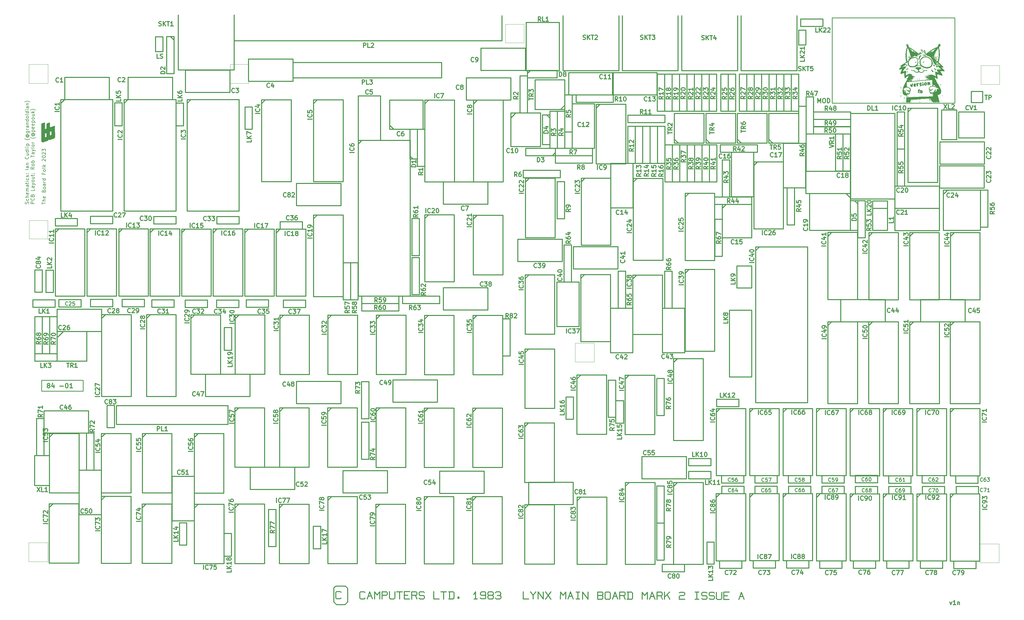
<source format=gbr>
%TF.GenerationSoftware,KiCad,Pcbnew,7.0.7*%
%TF.CreationDate,2023-11-10T01:55:59+00:00*%
%TF.ProjectId,lynx128,6c796e78-3132-4382-9e6b-696361645f70,rev?*%
%TF.SameCoordinates,Original*%
%TF.FileFunction,Legend,Top*%
%TF.FilePolarity,Positive*%
%FSLAX46Y46*%
G04 Gerber Fmt 4.6, Leading zero omitted, Abs format (unit mm)*
G04 Created by KiCad (PCBNEW 7.0.7) date 2023-11-10 01:55:59*
%MOMM*%
%LPD*%
G01*
G04 APERTURE LIST*
%ADD10C,0.300000*%
%ADD11C,0.150000*%
%ADD12C,0.250000*%
%ADD13C,0.200000*%
%ADD14C,0.100000*%
%ADD15C,0.255000*%
G04 APERTURE END LIST*
D10*
X264180000Y-233490000D02*
X264180000Y-232570000D01*
X194420000Y-233390000D02*
X193880000Y-233390000D01*
X70870000Y-63490000D02*
X73430000Y-63490000D01*
X73430000Y-71320000D01*
X70870000Y-71320000D01*
X70870000Y-63490000D01*
X197650000Y-233350000D02*
X196320000Y-233350000D01*
X272140000Y-232310000D02*
X273380000Y-232310000D01*
X218330000Y-230950000D02*
X220220000Y-233440000D01*
X167420000Y-230900000D02*
X169340000Y-230900000D01*
X172530000Y-233440000D02*
X172530000Y-230920000D01*
X228840000Y-230990000D02*
X228840000Y-230990000D01*
X157310000Y-233380000D02*
X158180000Y-230920000D01*
X200490000Y-233100000D02*
X200220000Y-233370000D01*
X239050000Y-231010000D02*
X239420000Y-231010000D01*
X274690000Y-233510000D02*
X274420000Y-233240000D01*
X229460000Y-230990000D02*
X229460000Y-233430000D01*
X176610000Y-230930000D02*
X176880000Y-231200000D01*
X200200000Y-232160000D02*
X200490000Y-232450000D01*
X206520000Y-68690000D02*
X208210000Y-66940000D01*
X243810000Y-231000000D02*
X245340000Y-231000000D01*
X278430000Y-233530000D02*
X278710000Y-233250000D01*
X198640000Y-231900000D02*
X198640000Y-231240000D01*
X240550000Y-233180000D02*
X240260000Y-233470000D01*
X200490000Y-231870000D02*
X200200000Y-232160000D01*
X198650000Y-233070000D02*
X198650000Y-232460000D01*
X162390000Y-233420000D02*
X162420000Y-230910000D01*
X203090000Y-233090000D02*
X203090000Y-232480000D01*
X180130000Y-230860000D02*
X180130000Y-231430000D01*
X254905000Y-231040000D02*
X255855000Y-233450000D01*
X164930000Y-230880000D02*
X164940000Y-233050000D01*
X245620000Y-231280000D02*
X245620000Y-231990000D01*
X197890000Y-232110000D02*
X196320000Y-232110000D01*
X259100000Y-231010000D02*
X259100000Y-233490000D01*
X279420000Y-233550000D02*
X281210000Y-233550000D01*
X196320000Y-233350000D02*
X196060000Y-233090000D01*
X148082000Y-230886000D02*
X146812000Y-230886000D01*
X202820000Y-232210000D02*
X201820000Y-232210000D01*
X308830000Y-94520000D02*
X322730000Y-94520000D01*
X322730000Y-107160000D01*
X308830000Y-107160000D01*
X308830000Y-94520000D01*
X199310000Y-230960000D02*
X200210000Y-230960000D01*
X305090000Y-38590000D02*
X307510000Y-38590000D01*
X307510000Y-43680000D01*
X305090000Y-43680000D01*
X305090000Y-38590000D01*
X145923000Y-229616000D02*
X145923000Y-229743000D01*
X273325000Y-75900000D02*
X274675000Y-77310000D01*
X215810000Y-233410000D02*
X215810000Y-230980000D01*
X275330000Y-231080000D02*
X274680000Y-231080000D01*
X200200000Y-232160000D02*
X198900000Y-232160000D01*
X115460000Y-64910000D02*
X117950000Y-64910000D01*
X117950000Y-72530000D01*
X115460000Y-72530000D01*
X115460000Y-64910000D01*
X256550000Y-233570000D02*
X256550000Y-231050000D01*
X172530000Y-230920000D02*
X174060000Y-230920000D01*
X155100000Y-233360000D02*
X154910000Y-233170000D01*
X202720000Y-230960000D02*
X203020000Y-231260000D01*
X273380000Y-231070000D02*
X273650000Y-231340000D01*
X266040000Y-231870000D02*
X266040000Y-231360000D01*
X225280000Y-231020000D02*
X225290000Y-233420000D01*
X146558000Y-233045000D02*
X146812000Y-233299000D01*
X272800000Y-231070000D02*
X273380000Y-231070000D01*
X270210000Y-233500000D02*
X269600000Y-233500000D01*
X203090000Y-232480000D02*
X202820000Y-232210000D01*
X155080000Y-230920000D02*
X156270000Y-230920000D01*
X237720000Y-230990000D02*
X238000000Y-231270000D01*
X210750000Y-233430000D02*
X212600000Y-233430000D01*
X228840000Y-230990000D02*
X230080000Y-230990000D01*
X166770000Y-233100000D02*
X166770000Y-230900000D01*
X223520000Y-231040000D02*
X224380000Y-232140000D01*
X274400000Y-232050000D02*
X274670000Y-232320000D01*
X279420000Y-232300000D02*
X280650000Y-232300000D01*
X266040000Y-231360000D02*
X265750000Y-231070000D01*
X229460000Y-233430000D02*
X230080000Y-233430000D01*
X273630000Y-213920000D02*
X276080000Y-213920000D01*
X276080000Y-221500000D01*
X273630000Y-221500000D01*
X273630000Y-213920000D01*
X238000000Y-231270000D02*
X238000000Y-231930000D01*
X186790000Y-233370000D02*
X185250000Y-233370000D01*
X258120000Y-232280000D02*
X256610000Y-232280000D01*
X276900000Y-233190000D02*
X277240000Y-233530000D01*
X307620000Y-74140000D02*
X317710000Y-74140000D01*
X317710000Y-86890000D01*
X307620000Y-86890000D01*
X307620000Y-74140000D01*
X197890000Y-232110000D02*
X197890000Y-233110000D01*
X273400000Y-233500000D02*
X272160000Y-233500000D01*
X239420000Y-231010000D02*
X240230000Y-231010000D01*
X145923000Y-234442000D02*
X146812000Y-235331000D01*
X245380000Y-232230000D02*
X243870000Y-232230000D01*
X131930000Y-49630000D02*
X182830000Y-49630000D01*
X182830000Y-54910000D01*
X131930000Y-54910000D01*
X131930000Y-49630000D01*
X170010000Y-233390000D02*
X171800000Y-233390000D01*
X170010000Y-230890000D02*
X170010000Y-233390000D01*
X200220000Y-233370000D02*
X198950000Y-233370000D01*
X202780000Y-233400000D02*
X203090000Y-233090000D01*
X276180000Y-233260000D02*
X275930000Y-233510000D01*
X91890000Y-63550000D02*
X94430000Y-63550000D01*
X94430000Y-71350000D01*
X91890000Y-71350000D01*
X91890000Y-63550000D01*
X236240000Y-233470000D02*
X237720000Y-233470000D01*
X150622000Y-234442000D02*
X150622000Y-229743000D01*
X175100000Y-231210000D02*
X175100000Y-231900000D01*
X200490000Y-232450000D02*
X200490000Y-233100000D01*
X242175000Y-231020000D02*
X243125000Y-233430000D01*
X214180000Y-232140000D02*
X215070000Y-230980000D01*
X149860000Y-228981000D02*
X146558000Y-228981000D01*
X146812000Y-235331000D02*
X149733000Y-235331000D01*
D11*
X188280000Y-232670000D02*
X188830000Y-232670000D01*
X188830000Y-233220000D01*
X188280000Y-233220000D01*
X188280000Y-232670000D01*
G36*
X188280000Y-232670000D02*
G01*
X188830000Y-232670000D01*
X188830000Y-233220000D01*
X188280000Y-233220000D01*
X188280000Y-232670000D01*
G37*
D10*
X198640000Y-231240000D02*
X198920000Y-230960000D01*
X273650000Y-233250000D02*
X273400000Y-233500000D01*
X47350000Y-120770000D02*
X49880000Y-120770000D01*
X49880000Y-128420000D01*
X47350000Y-128420000D01*
X47350000Y-120770000D01*
X196320000Y-232110000D02*
X196080000Y-231870000D01*
X146812000Y-233299000D02*
X148082000Y-233299000D01*
X215810000Y-230980000D02*
X217650000Y-233410000D01*
X330400000Y-99610000D02*
X335500000Y-99610000D01*
X335500000Y-107200000D01*
X330400000Y-107200000D01*
X330400000Y-99610000D01*
X197890000Y-231210000D02*
X197890000Y-232110000D01*
X213220000Y-230930000D02*
X213220000Y-230930000D01*
X247860000Y-231005000D02*
X248180000Y-231325000D01*
X275910000Y-232320000D02*
X276180000Y-232590000D01*
X166480000Y-233360000D02*
X166770000Y-233100000D01*
X229460000Y-233430000D02*
X228850000Y-233430000D01*
X174060000Y-230920000D02*
X174340000Y-231200000D01*
X242430000Y-165480000D02*
X245120000Y-165480000D01*
X245120000Y-173200000D01*
X242430000Y-173200000D01*
X242430000Y-165480000D01*
X226045000Y-233435000D02*
X226915000Y-230975000D01*
X236240000Y-232230000D02*
X236240000Y-233470000D01*
X294855000Y-67120000D02*
X305045000Y-67120000D01*
X305045000Y-77310000D01*
X294855000Y-77310000D01*
X294855000Y-67120000D01*
X146558000Y-228981000D02*
X145923000Y-229616000D01*
X162420000Y-230910000D02*
X163910000Y-230920000D01*
X245110000Y-232230000D02*
X245660000Y-233470000D01*
X174340000Y-231910000D02*
X174100000Y-232150000D01*
X148082000Y-233299000D02*
X148336000Y-233045000D01*
X198650000Y-232460000D02*
X198940000Y-232170000D01*
X294855000Y-75900000D02*
X296205000Y-77310000D01*
X252365000Y-232190000D02*
X253265000Y-231070000D01*
X185250000Y-230910000D02*
X186060000Y-230910000D01*
X187080000Y-233080000D02*
X186790000Y-233370000D01*
X71480000Y-167190000D02*
X109660000Y-167190000D01*
X109660000Y-173610000D01*
X71480000Y-173610000D01*
X71480000Y-167190000D01*
X276950000Y-164960000D02*
X284570000Y-164960000D01*
X284570000Y-167490000D01*
X276950000Y-167490000D01*
X276950000Y-164960000D01*
X223550000Y-65760000D02*
X224980000Y-64290000D01*
X247890000Y-233465000D02*
X246350000Y-233465000D01*
X156270000Y-230920000D02*
X156530000Y-231180000D01*
X50560000Y-103060000D02*
X58130000Y-103060000D01*
X58130000Y-105620000D01*
X50560000Y-105620000D01*
X50560000Y-103060000D01*
X182530000Y-230930000D02*
X184450000Y-230930000D01*
X284065000Y-67120000D02*
X294255000Y-67120000D01*
X294255000Y-77310000D01*
X284065000Y-77310000D01*
X284065000Y-67120000D01*
X238000000Y-231930000D02*
X237700000Y-232230000D01*
X213220000Y-230930000D02*
X214180000Y-232140000D01*
X174100000Y-232150000D02*
X172590000Y-232150000D01*
X254385000Y-232520000D02*
X255435000Y-232520000D01*
X265660000Y-232250000D02*
X266040000Y-231870000D01*
X254035000Y-233500000D02*
X254905000Y-231040000D01*
X173830000Y-232150000D02*
X174380000Y-233390000D01*
X176030000Y-230930000D02*
X176610000Y-230930000D01*
X146558000Y-231140000D02*
X146558000Y-233045000D01*
X238760000Y-231300000D02*
X239050000Y-231010000D01*
X270210000Y-233500000D02*
X270830000Y-233500000D01*
X200210000Y-230960000D02*
X200490000Y-231240000D01*
X214810000Y-55580000D02*
X224980000Y-55580000D01*
X224980000Y-65770000D01*
X214810000Y-65770000D01*
X214810000Y-55580000D01*
X238010000Y-233180000D02*
X238010000Y-232480000D01*
X203020000Y-231840000D02*
X202650000Y-232210000D01*
X165040000Y-62550000D02*
X176470000Y-62550000D01*
X176470000Y-72570000D01*
X165040000Y-72570000D01*
X165040000Y-62550000D01*
X330400000Y-97050000D02*
X335500000Y-97050000D01*
X335500000Y-99610000D01*
X330400000Y-99610000D01*
X330400000Y-97050000D01*
X236240000Y-232230000D02*
X236240000Y-230990000D01*
X186760000Y-230910000D02*
X187080000Y-231230000D01*
X168400000Y-233410000D02*
X168410000Y-230920000D01*
X259110000Y-232830000D02*
X260880000Y-231060000D01*
X180130000Y-233370000D02*
X181980000Y-233370000D01*
X148336000Y-231140000D02*
X148082000Y-230886000D01*
X231090000Y-231030000D02*
X232930000Y-233460000D01*
X281270000Y-231050000D02*
X279420000Y-231050000D01*
X322850000Y-67140000D02*
X337980000Y-67140000D01*
X337980000Y-96390000D01*
X322850000Y-96390000D01*
X322850000Y-67140000D01*
X238010000Y-232480000D02*
X237780000Y-232250000D01*
X258080000Y-231050000D02*
X258360000Y-231330000D01*
X180130000Y-231430000D02*
X180130000Y-233370000D01*
X257850000Y-232280000D02*
X258400000Y-233520000D01*
X264500000Y-232250000D02*
X265660000Y-232250000D01*
X251505000Y-231090000D02*
X252365000Y-232190000D01*
X108270000Y-210980000D02*
X110870000Y-210980000D01*
X110870000Y-218710000D01*
X108270000Y-218710000D01*
X108270000Y-210980000D01*
X285425000Y-231080000D02*
X286375000Y-233490000D01*
X278880000Y-98240000D02*
X289020000Y-98240000D01*
X289020000Y-109670000D01*
X278880000Y-109670000D01*
X278880000Y-98240000D01*
X232930000Y-233460000D02*
X232930000Y-231040000D01*
X237700000Y-232230000D02*
X236240000Y-232230000D01*
X51150000Y-141780000D02*
X61320000Y-141780000D01*
X61320000Y-151950000D01*
X51150000Y-151950000D01*
X51150000Y-141780000D01*
X278880000Y-99600000D02*
X280220000Y-98250000D01*
X247160000Y-231005000D02*
X247860000Y-231005000D01*
X256550000Y-231050000D02*
X258080000Y-231050000D01*
X251475000Y-233480000D02*
X251505000Y-231090000D01*
X241655000Y-232500000D02*
X242705000Y-232500000D01*
X198900000Y-232160000D02*
X198640000Y-231900000D01*
X196860000Y-230920000D02*
X197600000Y-230920000D01*
X236230000Y-230990000D02*
X236280000Y-230990000D01*
X273650000Y-232580000D02*
X273650000Y-233250000D01*
X272160000Y-233500000D02*
X271890000Y-233230000D01*
X258360000Y-231330000D02*
X258360000Y-232040000D01*
X253265000Y-231070000D02*
X253275000Y-233470000D01*
X198920000Y-230960000D02*
X199410000Y-230960000D01*
X206520000Y-66940000D02*
X216660000Y-66940000D01*
X216660000Y-78470000D01*
X206520000Y-78470000D01*
X206520000Y-66940000D01*
X176880000Y-232440000D02*
X176880000Y-233110000D01*
X364210000Y-59600000D02*
X368030000Y-59600000D01*
X368030000Y-63400000D01*
X364210000Y-63400000D01*
X364210000Y-59600000D01*
X154910000Y-233170000D02*
X154800000Y-233060000D01*
X245620000Y-231990000D02*
X245380000Y-232230000D01*
X258360000Y-232040000D02*
X258120000Y-232280000D01*
X210750000Y-231490000D02*
X210750000Y-233430000D01*
X187080000Y-231230000D02*
X187080000Y-233080000D01*
X246350000Y-231005000D02*
X247160000Y-231005000D01*
X111770000Y-42180000D02*
X203440000Y-42180000D01*
X267400000Y-189730000D02*
X275030000Y-189730000D01*
X275030000Y-192260000D01*
X267400000Y-192260000D01*
X267400000Y-189730000D01*
X240230000Y-231010000D02*
X240550000Y-231330000D01*
X196080000Y-231870000D02*
X196080000Y-231250000D01*
X264450000Y-231070000D02*
X264210000Y-231310000D01*
X271870000Y-232040000D02*
X272140000Y-232310000D01*
X201200000Y-231300000D02*
X201540000Y-230960000D01*
X93070000Y-207290000D02*
X95530000Y-207290000D01*
X95530000Y-214930000D01*
X93070000Y-214930000D01*
X93070000Y-207290000D01*
X174340000Y-231200000D02*
X174340000Y-231910000D01*
X159890000Y-230980000D02*
X160750000Y-232080000D01*
X108430000Y-140450000D02*
X110930000Y-140450000D01*
X110930000Y-148220000D01*
X108430000Y-148220000D01*
X108430000Y-140450000D01*
X176030000Y-230930000D02*
X175380000Y-230930000D01*
X217650000Y-233410000D02*
X217650000Y-230990000D01*
X284065000Y-75900000D02*
X285415000Y-77310000D01*
X274680000Y-231080000D02*
X274400000Y-231360000D01*
X164940000Y-233050000D02*
X165200000Y-233360000D01*
X164170000Y-231210000D02*
X164170000Y-231850000D01*
X239060000Y-233470000D02*
X238760000Y-233170000D01*
X354580000Y-94830000D02*
X356150000Y-93320000D01*
X241305000Y-233480000D02*
X242175000Y-231020000D01*
X284555000Y-233540000D02*
X285425000Y-231080000D01*
X305780000Y-34760000D02*
X313370000Y-34760000D01*
X313370000Y-37300000D01*
X305780000Y-37300000D01*
X305780000Y-34760000D01*
X186060000Y-230910000D02*
X186760000Y-230910000D01*
X43540000Y-149380000D02*
X51150000Y-149380000D01*
X51150000Y-151950000D01*
X43540000Y-151950000D01*
X43540000Y-149380000D01*
X175100000Y-231900000D02*
X175370000Y-232170000D01*
X43440000Y-184260000D02*
X48490000Y-184260000D01*
X48490000Y-194510000D01*
X43440000Y-194510000D01*
X43440000Y-184260000D01*
X245340000Y-231000000D02*
X245620000Y-231280000D01*
X197600000Y-230920000D02*
X197890000Y-231210000D01*
X354580000Y-93320000D02*
X367300000Y-93320000D01*
X367300000Y-107200000D01*
X354580000Y-107200000D01*
X354580000Y-93320000D01*
X158180000Y-230920000D02*
X159130000Y-233330000D01*
X201170000Y-233070000D02*
X201500000Y-233400000D01*
X194420000Y-233390000D02*
X194940000Y-233390000D01*
X271870000Y-231350000D02*
X271870000Y-232040000D01*
X237720000Y-233470000D02*
X238010000Y-233180000D01*
X264180000Y-232570000D02*
X264500000Y-232250000D01*
X198950000Y-233370000D02*
X198650000Y-233070000D01*
X171860000Y-230890000D02*
X170010000Y-230890000D01*
X159860000Y-233370000D02*
X159890000Y-230980000D01*
X226915000Y-230975000D02*
X227865000Y-233385000D01*
X273380000Y-232310000D02*
X273650000Y-232580000D01*
X240260000Y-233470000D02*
X239060000Y-233470000D01*
X165200000Y-233360000D02*
X166480000Y-233360000D01*
X193800000Y-231880000D02*
X194420000Y-230960000D01*
X248180000Y-231325000D02*
X248180000Y-233175000D01*
X138870000Y-208540000D02*
X141410000Y-208540000D01*
X141410000Y-216220000D01*
X138870000Y-216220000D01*
X138870000Y-208540000D01*
X359820000Y-66590000D02*
X368680000Y-66590000D01*
X368680000Y-75460000D01*
X359820000Y-75460000D01*
X359820000Y-66590000D01*
X275910000Y-231080000D02*
X276180000Y-231350000D01*
X275330000Y-231080000D02*
X275910000Y-231080000D01*
X238760000Y-233170000D02*
X238760000Y-231300000D01*
X265750000Y-231070000D02*
X264450000Y-231070000D01*
X146812000Y-230886000D02*
X146558000Y-231140000D01*
X354050000Y-65930000D02*
X359170000Y-65930000D01*
X359170000Y-76080000D01*
X354050000Y-76080000D01*
X354050000Y-65930000D01*
X267380000Y-185270000D02*
X275010000Y-185270000D01*
X275010000Y-187800000D01*
X267380000Y-187800000D01*
X267380000Y-185270000D01*
X164170000Y-231850000D02*
X163950000Y-232110000D01*
X272150000Y-231070000D02*
X271870000Y-231350000D01*
X175370000Y-232170000D02*
X176610000Y-232170000D01*
X170010000Y-232140000D02*
X171240000Y-232140000D01*
X194420000Y-230960000D02*
X194420000Y-233390000D01*
X248180000Y-233175000D02*
X247890000Y-233465000D01*
X175380000Y-230930000D02*
X175100000Y-231210000D01*
X156270000Y-233360000D02*
X156570000Y-233060000D01*
X277240000Y-233530000D02*
X278430000Y-233530000D01*
X161650000Y-230960000D02*
X161660000Y-233360000D01*
X275930000Y-233510000D02*
X274690000Y-233510000D01*
X183510000Y-233440000D02*
X183520000Y-230950000D01*
X274400000Y-231360000D02*
X274400000Y-232050000D01*
X203440000Y-42180000D02*
X203440000Y-33640000D01*
X225400000Y-164190000D02*
X227970000Y-164190000D01*
X227970000Y-171860000D01*
X225400000Y-171860000D01*
X225400000Y-164190000D01*
X163950000Y-232110000D02*
X162500000Y-232110000D01*
X226395000Y-232455000D02*
X227445000Y-232455000D01*
X270210000Y-231060000D02*
X270210000Y-233500000D01*
X194940000Y-233390000D02*
X195030000Y-233390000D01*
X176880000Y-233110000D02*
X176630000Y-233360000D01*
X246660000Y-231015000D02*
X246660000Y-233425000D01*
X200490000Y-231240000D02*
X200490000Y-231870000D01*
X150622000Y-229743000D02*
X149860000Y-228981000D01*
X185560000Y-230920000D02*
X185560000Y-233330000D01*
X145923000Y-229743000D02*
X145923000Y-234442000D01*
X208160000Y-66950000D02*
X208160000Y-66950000D01*
X262470000Y-67120000D02*
X272660000Y-67120000D01*
X272660000Y-77310000D01*
X262470000Y-77310000D01*
X262470000Y-67120000D01*
X259995000Y-231945000D02*
X260920000Y-233460000D01*
X236280000Y-230990000D02*
X237720000Y-230990000D01*
X155100000Y-233360000D02*
X156270000Y-233360000D01*
X278710000Y-233250000D02*
X278710000Y-231090000D01*
X276180000Y-232590000D02*
X276180000Y-233260000D01*
X84890000Y-40830000D02*
X87390000Y-40830000D01*
X87390000Y-45920000D01*
X84890000Y-45920000D01*
X84890000Y-40830000D01*
X279420000Y-231050000D02*
X279420000Y-233550000D01*
X165040000Y-71180000D02*
X166480000Y-72570000D01*
X197890000Y-233110000D02*
X197650000Y-233350000D01*
X274670000Y-232320000D02*
X275910000Y-232320000D01*
X218380000Y-233440000D02*
X220230000Y-230970000D01*
X176610000Y-232170000D02*
X176880000Y-232440000D01*
X175390000Y-233360000D02*
X175120000Y-233090000D01*
X269590000Y-231060000D02*
X270830000Y-231060000D01*
X163910000Y-230920000D02*
X164170000Y-231210000D01*
X42870000Y-130940000D02*
X50510000Y-130940000D01*
X50510000Y-133470000D01*
X42870000Y-133470000D01*
X42870000Y-130940000D01*
X224380000Y-232140000D02*
X225280000Y-231020000D01*
X272800000Y-231070000D02*
X272150000Y-231070000D01*
X262470000Y-75900000D02*
X263820000Y-77310000D01*
X276900000Y-231070000D02*
X276900000Y-233190000D01*
X231090000Y-233460000D02*
X231090000Y-231030000D01*
X284905000Y-232560000D02*
X285955000Y-232560000D01*
X210750000Y-230920000D02*
X210750000Y-231490000D01*
X149733000Y-235331000D02*
X150622000Y-234442000D01*
X243810000Y-233520000D02*
X243810000Y-231000000D01*
X51150000Y-143930000D02*
X53320000Y-141780000D01*
X196080000Y-231250000D02*
X196410000Y-230920000D01*
X160750000Y-232080000D02*
X161650000Y-230960000D01*
X240550000Y-231330000D02*
X240550000Y-233180000D01*
X176630000Y-233360000D02*
X175390000Y-233360000D01*
X201500000Y-233400000D02*
X202780000Y-233400000D01*
X196410000Y-230920000D02*
X196860000Y-230920000D01*
X154800000Y-233060000D02*
X154800000Y-231200000D01*
D12*
X45847000Y-158496000D02*
X60071000Y-158496000D01*
X60071000Y-162179000D01*
X45847000Y-162179000D01*
X45847000Y-158496000D01*
D10*
X223490000Y-233430000D02*
X223520000Y-231040000D01*
X157660000Y-232400000D02*
X158710000Y-232400000D01*
X154800000Y-231200000D02*
X155080000Y-230920000D01*
X197890000Y-232110000D02*
X197890000Y-232110000D01*
X203020000Y-231260000D02*
X203020000Y-231840000D01*
X273325000Y-67120000D02*
X283515000Y-67120000D01*
X283515000Y-77310000D01*
X273325000Y-77310000D01*
X273325000Y-67120000D01*
X266070000Y-233490000D02*
X264180000Y-233490000D01*
X322730000Y-96020000D02*
X321280000Y-94520000D01*
X201540000Y-230960000D02*
X202720000Y-230960000D01*
X214180000Y-232140000D02*
X214180000Y-233430000D01*
X48050891Y-160233685D02*
X47898510Y-160162257D01*
X47898510Y-160162257D02*
X47822320Y-160090828D01*
X47822320Y-160090828D02*
X47746129Y-159947971D01*
X47746129Y-159947971D02*
X47746129Y-159876542D01*
X47746129Y-159876542D02*
X47822320Y-159733685D01*
X47822320Y-159733685D02*
X47898510Y-159662257D01*
X47898510Y-159662257D02*
X48050891Y-159590828D01*
X48050891Y-159590828D02*
X48355653Y-159590828D01*
X48355653Y-159590828D02*
X48508034Y-159662257D01*
X48508034Y-159662257D02*
X48584225Y-159733685D01*
X48584225Y-159733685D02*
X48660415Y-159876542D01*
X48660415Y-159876542D02*
X48660415Y-159947971D01*
X48660415Y-159947971D02*
X48584225Y-160090828D01*
X48584225Y-160090828D02*
X48508034Y-160162257D01*
X48508034Y-160162257D02*
X48355653Y-160233685D01*
X48355653Y-160233685D02*
X48050891Y-160233685D01*
X48050891Y-160233685D02*
X47898510Y-160305114D01*
X47898510Y-160305114D02*
X47822320Y-160376542D01*
X47822320Y-160376542D02*
X47746129Y-160519400D01*
X47746129Y-160519400D02*
X47746129Y-160805114D01*
X47746129Y-160805114D02*
X47822320Y-160947971D01*
X47822320Y-160947971D02*
X47898510Y-161019400D01*
X47898510Y-161019400D02*
X48050891Y-161090828D01*
X48050891Y-161090828D02*
X48355653Y-161090828D01*
X48355653Y-161090828D02*
X48508034Y-161019400D01*
X48508034Y-161019400D02*
X48584225Y-160947971D01*
X48584225Y-160947971D02*
X48660415Y-160805114D01*
X48660415Y-160805114D02*
X48660415Y-160519400D01*
X48660415Y-160519400D02*
X48584225Y-160376542D01*
X48584225Y-160376542D02*
X48508034Y-160305114D01*
X48508034Y-160305114D02*
X48355653Y-160233685D01*
X50031844Y-160090828D02*
X50031844Y-161090828D01*
X49650892Y-159519400D02*
X49269939Y-160590828D01*
X49269939Y-160590828D02*
X50260416Y-160590828D01*
X52088988Y-160519400D02*
X53308036Y-160519400D01*
X54374702Y-159590828D02*
X54527083Y-159590828D01*
X54527083Y-159590828D02*
X54679464Y-159662257D01*
X54679464Y-159662257D02*
X54755654Y-159733685D01*
X54755654Y-159733685D02*
X54831845Y-159876542D01*
X54831845Y-159876542D02*
X54908035Y-160162257D01*
X54908035Y-160162257D02*
X54908035Y-160519400D01*
X54908035Y-160519400D02*
X54831845Y-160805114D01*
X54831845Y-160805114D02*
X54755654Y-160947971D01*
X54755654Y-160947971D02*
X54679464Y-161019400D01*
X54679464Y-161019400D02*
X54527083Y-161090828D01*
X54527083Y-161090828D02*
X54374702Y-161090828D01*
X54374702Y-161090828D02*
X54222321Y-161019400D01*
X54222321Y-161019400D02*
X54146130Y-160947971D01*
X54146130Y-160947971D02*
X54069940Y-160805114D01*
X54069940Y-160805114D02*
X53993749Y-160519400D01*
X53993749Y-160519400D02*
X53993749Y-160162257D01*
X53993749Y-160162257D02*
X54069940Y-159876542D01*
X54069940Y-159876542D02*
X54146130Y-159733685D01*
X54146130Y-159733685D02*
X54222321Y-159662257D01*
X54222321Y-159662257D02*
X54374702Y-159590828D01*
X56431845Y-161090828D02*
X55517559Y-161090828D01*
X55974702Y-161090828D02*
X55974702Y-159590828D01*
X55974702Y-159590828D02*
X55822321Y-159805114D01*
X55822321Y-159805114D02*
X55669940Y-159947971D01*
X55669940Y-159947971D02*
X55517559Y-160019400D01*
X368810225Y-60880828D02*
X369667368Y-60880828D01*
X369238796Y-62380828D02*
X369238796Y-60880828D01*
X370167367Y-62380828D02*
X370167367Y-60880828D01*
X370167367Y-60880828D02*
X370738796Y-60880828D01*
X370738796Y-60880828D02*
X370881653Y-60952257D01*
X370881653Y-60952257D02*
X370953082Y-61023685D01*
X370953082Y-61023685D02*
X371024510Y-61166542D01*
X371024510Y-61166542D02*
X371024510Y-61380828D01*
X371024510Y-61380828D02*
X370953082Y-61523685D01*
X370953082Y-61523685D02*
X370881653Y-61595114D01*
X370881653Y-61595114D02*
X370738796Y-61666542D01*
X370738796Y-61666542D02*
X370167367Y-61666542D01*
X311604510Y-63460828D02*
X311604510Y-61960828D01*
X311604510Y-61960828D02*
X312104510Y-63032257D01*
X312104510Y-63032257D02*
X312604510Y-61960828D01*
X312604510Y-61960828D02*
X312604510Y-63460828D01*
X313604511Y-61960828D02*
X313890225Y-61960828D01*
X313890225Y-61960828D02*
X314033082Y-62032257D01*
X314033082Y-62032257D02*
X314175939Y-62175114D01*
X314175939Y-62175114D02*
X314247368Y-62460828D01*
X314247368Y-62460828D02*
X314247368Y-62960828D01*
X314247368Y-62960828D02*
X314175939Y-63246542D01*
X314175939Y-63246542D02*
X314033082Y-63389400D01*
X314033082Y-63389400D02*
X313890225Y-63460828D01*
X313890225Y-63460828D02*
X313604511Y-63460828D01*
X313604511Y-63460828D02*
X313461654Y-63389400D01*
X313461654Y-63389400D02*
X313318796Y-63246542D01*
X313318796Y-63246542D02*
X313247368Y-62960828D01*
X313247368Y-62960828D02*
X313247368Y-62460828D01*
X313247368Y-62460828D02*
X313318796Y-62175114D01*
X313318796Y-62175114D02*
X313461654Y-62032257D01*
X313461654Y-62032257D02*
X313604511Y-61960828D01*
X314890225Y-63460828D02*
X314890225Y-61960828D01*
X314890225Y-61960828D02*
X315247368Y-61960828D01*
X315247368Y-61960828D02*
X315461654Y-62032257D01*
X315461654Y-62032257D02*
X315604511Y-62175114D01*
X315604511Y-62175114D02*
X315675940Y-62317971D01*
X315675940Y-62317971D02*
X315747368Y-62603685D01*
X315747368Y-62603685D02*
X315747368Y-62817971D01*
X315747368Y-62817971D02*
X315675940Y-63103685D01*
X315675940Y-63103685D02*
X315604511Y-63246542D01*
X315604511Y-63246542D02*
X315461654Y-63389400D01*
X315461654Y-63389400D02*
X315247368Y-63460828D01*
X315247368Y-63460828D02*
X314890225Y-63460828D01*
X86048796Y-48250828D02*
X85334510Y-48250828D01*
X85334510Y-48250828D02*
X85334510Y-46750828D01*
X86477368Y-48179400D02*
X86691654Y-48250828D01*
X86691654Y-48250828D02*
X87048796Y-48250828D01*
X87048796Y-48250828D02*
X87191654Y-48179400D01*
X87191654Y-48179400D02*
X87263082Y-48107971D01*
X87263082Y-48107971D02*
X87334511Y-47965114D01*
X87334511Y-47965114D02*
X87334511Y-47822257D01*
X87334511Y-47822257D02*
X87263082Y-47679400D01*
X87263082Y-47679400D02*
X87191654Y-47607971D01*
X87191654Y-47607971D02*
X87048796Y-47536542D01*
X87048796Y-47536542D02*
X86763082Y-47465114D01*
X86763082Y-47465114D02*
X86620225Y-47393685D01*
X86620225Y-47393685D02*
X86548796Y-47322257D01*
X86548796Y-47322257D02*
X86477368Y-47179400D01*
X86477368Y-47179400D02*
X86477368Y-47036542D01*
X86477368Y-47036542D02*
X86548796Y-46893685D01*
X86548796Y-46893685D02*
X86620225Y-46822257D01*
X86620225Y-46822257D02*
X86763082Y-46750828D01*
X86763082Y-46750828D02*
X87120225Y-46750828D01*
X87120225Y-46750828D02*
X87334511Y-46822257D01*
X356768346Y-234385828D02*
X357125489Y-235385828D01*
X357125489Y-235385828D02*
X357482632Y-234385828D01*
X358839775Y-235385828D02*
X357982632Y-235385828D01*
X358411203Y-235385828D02*
X358411203Y-233885828D01*
X358411203Y-233885828D02*
X358268346Y-234100114D01*
X358268346Y-234100114D02*
X358125489Y-234242971D01*
X358125489Y-234242971D02*
X357982632Y-234314400D01*
X359482631Y-234385828D02*
X359482631Y-235385828D01*
X359482631Y-234528685D02*
X359554060Y-234457257D01*
X359554060Y-234457257D02*
X359696917Y-234385828D01*
X359696917Y-234385828D02*
X359911203Y-234385828D01*
X359911203Y-234385828D02*
X360054060Y-234457257D01*
X360054060Y-234457257D02*
X360125489Y-234600114D01*
X360125489Y-234600114D02*
X360125489Y-235385828D01*
D13*
X41360600Y-98064850D02*
X41417742Y-97893422D01*
X41417742Y-97893422D02*
X41417742Y-97607707D01*
X41417742Y-97607707D02*
X41360600Y-97493422D01*
X41360600Y-97493422D02*
X41303457Y-97436279D01*
X41303457Y-97436279D02*
X41189171Y-97379136D01*
X41189171Y-97379136D02*
X41074885Y-97379136D01*
X41074885Y-97379136D02*
X40960600Y-97436279D01*
X40960600Y-97436279D02*
X40903457Y-97493422D01*
X40903457Y-97493422D02*
X40846314Y-97607707D01*
X40846314Y-97607707D02*
X40789171Y-97836279D01*
X40789171Y-97836279D02*
X40732028Y-97950564D01*
X40732028Y-97950564D02*
X40674885Y-98007707D01*
X40674885Y-98007707D02*
X40560600Y-98064850D01*
X40560600Y-98064850D02*
X40446314Y-98064850D01*
X40446314Y-98064850D02*
X40332028Y-98007707D01*
X40332028Y-98007707D02*
X40274885Y-97950564D01*
X40274885Y-97950564D02*
X40217742Y-97836279D01*
X40217742Y-97836279D02*
X40217742Y-97550564D01*
X40217742Y-97550564D02*
X40274885Y-97379136D01*
X41360600Y-96350565D02*
X41417742Y-96464850D01*
X41417742Y-96464850D02*
X41417742Y-96693422D01*
X41417742Y-96693422D02*
X41360600Y-96807707D01*
X41360600Y-96807707D02*
X41303457Y-96864850D01*
X41303457Y-96864850D02*
X41189171Y-96921993D01*
X41189171Y-96921993D02*
X40846314Y-96921993D01*
X40846314Y-96921993D02*
X40732028Y-96864850D01*
X40732028Y-96864850D02*
X40674885Y-96807707D01*
X40674885Y-96807707D02*
X40617742Y-96693422D01*
X40617742Y-96693422D02*
X40617742Y-96464850D01*
X40617742Y-96464850D02*
X40674885Y-96350565D01*
X41417742Y-95836279D02*
X40217742Y-95836279D01*
X41417742Y-95321994D02*
X40789171Y-95321994D01*
X40789171Y-95321994D02*
X40674885Y-95379136D01*
X40674885Y-95379136D02*
X40617742Y-95493422D01*
X40617742Y-95493422D02*
X40617742Y-95664851D01*
X40617742Y-95664851D02*
X40674885Y-95779136D01*
X40674885Y-95779136D02*
X40732028Y-95836279D01*
X41360600Y-94293422D02*
X41417742Y-94407708D01*
X41417742Y-94407708D02*
X41417742Y-94636280D01*
X41417742Y-94636280D02*
X41360600Y-94750565D01*
X41360600Y-94750565D02*
X41246314Y-94807708D01*
X41246314Y-94807708D02*
X40789171Y-94807708D01*
X40789171Y-94807708D02*
X40674885Y-94750565D01*
X40674885Y-94750565D02*
X40617742Y-94636280D01*
X40617742Y-94636280D02*
X40617742Y-94407708D01*
X40617742Y-94407708D02*
X40674885Y-94293422D01*
X40674885Y-94293422D02*
X40789171Y-94236280D01*
X40789171Y-94236280D02*
X40903457Y-94236280D01*
X40903457Y-94236280D02*
X41017742Y-94807708D01*
X41417742Y-93721994D02*
X40617742Y-93721994D01*
X40732028Y-93721994D02*
X40674885Y-93664851D01*
X40674885Y-93664851D02*
X40617742Y-93550566D01*
X40617742Y-93550566D02*
X40617742Y-93379137D01*
X40617742Y-93379137D02*
X40674885Y-93264851D01*
X40674885Y-93264851D02*
X40789171Y-93207709D01*
X40789171Y-93207709D02*
X41417742Y-93207709D01*
X40789171Y-93207709D02*
X40674885Y-93150566D01*
X40674885Y-93150566D02*
X40617742Y-93036280D01*
X40617742Y-93036280D02*
X40617742Y-92864851D01*
X40617742Y-92864851D02*
X40674885Y-92750566D01*
X40674885Y-92750566D02*
X40789171Y-92693423D01*
X40789171Y-92693423D02*
X41417742Y-92693423D01*
X41417742Y-91607709D02*
X40789171Y-91607709D01*
X40789171Y-91607709D02*
X40674885Y-91664851D01*
X40674885Y-91664851D02*
X40617742Y-91779137D01*
X40617742Y-91779137D02*
X40617742Y-92007709D01*
X40617742Y-92007709D02*
X40674885Y-92121994D01*
X41360600Y-91607709D02*
X41417742Y-91721994D01*
X41417742Y-91721994D02*
X41417742Y-92007709D01*
X41417742Y-92007709D02*
X41360600Y-92121994D01*
X41360600Y-92121994D02*
X41246314Y-92179137D01*
X41246314Y-92179137D02*
X41132028Y-92179137D01*
X41132028Y-92179137D02*
X41017742Y-92121994D01*
X41017742Y-92121994D02*
X40960600Y-92007709D01*
X40960600Y-92007709D02*
X40960600Y-91721994D01*
X40960600Y-91721994D02*
X40903457Y-91607709D01*
X40617742Y-91207709D02*
X40617742Y-90750566D01*
X40217742Y-91036280D02*
X41246314Y-91036280D01*
X41246314Y-91036280D02*
X41360600Y-90979137D01*
X41360600Y-90979137D02*
X41417742Y-90864852D01*
X41417742Y-90864852D02*
X41417742Y-90750566D01*
X41417742Y-90350566D02*
X40617742Y-90350566D01*
X40217742Y-90350566D02*
X40274885Y-90407709D01*
X40274885Y-90407709D02*
X40332028Y-90350566D01*
X40332028Y-90350566D02*
X40274885Y-90293423D01*
X40274885Y-90293423D02*
X40217742Y-90350566D01*
X40217742Y-90350566D02*
X40332028Y-90350566D01*
X41360600Y-89264852D02*
X41417742Y-89379137D01*
X41417742Y-89379137D02*
X41417742Y-89607709D01*
X41417742Y-89607709D02*
X41360600Y-89721994D01*
X41360600Y-89721994D02*
X41303457Y-89779137D01*
X41303457Y-89779137D02*
X41189171Y-89836280D01*
X41189171Y-89836280D02*
X40846314Y-89836280D01*
X40846314Y-89836280D02*
X40732028Y-89779137D01*
X40732028Y-89779137D02*
X40674885Y-89721994D01*
X40674885Y-89721994D02*
X40617742Y-89607709D01*
X40617742Y-89607709D02*
X40617742Y-89379137D01*
X40617742Y-89379137D02*
X40674885Y-89264852D01*
X41360600Y-88807709D02*
X41417742Y-88693423D01*
X41417742Y-88693423D02*
X41417742Y-88464852D01*
X41417742Y-88464852D02*
X41360600Y-88350566D01*
X41360600Y-88350566D02*
X41246314Y-88293423D01*
X41246314Y-88293423D02*
X41189171Y-88293423D01*
X41189171Y-88293423D02*
X41074885Y-88350566D01*
X41074885Y-88350566D02*
X41017742Y-88464852D01*
X41017742Y-88464852D02*
X41017742Y-88636281D01*
X41017742Y-88636281D02*
X40960600Y-88750566D01*
X40960600Y-88750566D02*
X40846314Y-88807709D01*
X40846314Y-88807709D02*
X40789171Y-88807709D01*
X40789171Y-88807709D02*
X40674885Y-88750566D01*
X40674885Y-88750566D02*
X40617742Y-88636281D01*
X40617742Y-88636281D02*
X40617742Y-88464852D01*
X40617742Y-88464852D02*
X40674885Y-88350566D01*
X41303457Y-87779137D02*
X41360600Y-87721994D01*
X41360600Y-87721994D02*
X41417742Y-87779137D01*
X41417742Y-87779137D02*
X41360600Y-87836280D01*
X41360600Y-87836280D02*
X41303457Y-87779137D01*
X41303457Y-87779137D02*
X41417742Y-87779137D01*
X40674885Y-87779137D02*
X40732028Y-87721994D01*
X40732028Y-87721994D02*
X40789171Y-87779137D01*
X40789171Y-87779137D02*
X40732028Y-87836280D01*
X40732028Y-87836280D02*
X40674885Y-87779137D01*
X40674885Y-87779137D02*
X40789171Y-87779137D01*
X41417742Y-86293422D02*
X40217742Y-86293422D01*
X41417742Y-85207708D02*
X40789171Y-85207708D01*
X40789171Y-85207708D02*
X40674885Y-85264850D01*
X40674885Y-85264850D02*
X40617742Y-85379136D01*
X40617742Y-85379136D02*
X40617742Y-85607708D01*
X40617742Y-85607708D02*
X40674885Y-85721993D01*
X41360600Y-85207708D02*
X41417742Y-85321993D01*
X41417742Y-85321993D02*
X41417742Y-85607708D01*
X41417742Y-85607708D02*
X41360600Y-85721993D01*
X41360600Y-85721993D02*
X41246314Y-85779136D01*
X41246314Y-85779136D02*
X41132028Y-85779136D01*
X41132028Y-85779136D02*
X41017742Y-85721993D01*
X41017742Y-85721993D02*
X40960600Y-85607708D01*
X40960600Y-85607708D02*
X40960600Y-85321993D01*
X40960600Y-85321993D02*
X40903457Y-85207708D01*
X40617742Y-84636279D02*
X41417742Y-84636279D01*
X40732028Y-84636279D02*
X40674885Y-84579136D01*
X40674885Y-84579136D02*
X40617742Y-84464851D01*
X40617742Y-84464851D02*
X40617742Y-84293422D01*
X40617742Y-84293422D02*
X40674885Y-84179136D01*
X40674885Y-84179136D02*
X40789171Y-84121994D01*
X40789171Y-84121994D02*
X41417742Y-84121994D01*
X41303457Y-81950565D02*
X41360600Y-82007708D01*
X41360600Y-82007708D02*
X41417742Y-82179136D01*
X41417742Y-82179136D02*
X41417742Y-82293422D01*
X41417742Y-82293422D02*
X41360600Y-82464851D01*
X41360600Y-82464851D02*
X41246314Y-82579136D01*
X41246314Y-82579136D02*
X41132028Y-82636279D01*
X41132028Y-82636279D02*
X40903457Y-82693422D01*
X40903457Y-82693422D02*
X40732028Y-82693422D01*
X40732028Y-82693422D02*
X40503457Y-82636279D01*
X40503457Y-82636279D02*
X40389171Y-82579136D01*
X40389171Y-82579136D02*
X40274885Y-82464851D01*
X40274885Y-82464851D02*
X40217742Y-82293422D01*
X40217742Y-82293422D02*
X40217742Y-82179136D01*
X40217742Y-82179136D02*
X40274885Y-82007708D01*
X40274885Y-82007708D02*
X40332028Y-81950565D01*
X40617742Y-80921994D02*
X41417742Y-80921994D01*
X40617742Y-81436279D02*
X41246314Y-81436279D01*
X41246314Y-81436279D02*
X41360600Y-81379136D01*
X41360600Y-81379136D02*
X41417742Y-81264851D01*
X41417742Y-81264851D02*
X41417742Y-81093422D01*
X41417742Y-81093422D02*
X41360600Y-80979136D01*
X41360600Y-80979136D02*
X41303457Y-80921994D01*
X41417742Y-79836280D02*
X40217742Y-79836280D01*
X41360600Y-79836280D02*
X41417742Y-79950565D01*
X41417742Y-79950565D02*
X41417742Y-80179137D01*
X41417742Y-80179137D02*
X41360600Y-80293422D01*
X41360600Y-80293422D02*
X41303457Y-80350565D01*
X41303457Y-80350565D02*
X41189171Y-80407708D01*
X41189171Y-80407708D02*
X40846314Y-80407708D01*
X40846314Y-80407708D02*
X40732028Y-80350565D01*
X40732028Y-80350565D02*
X40674885Y-80293422D01*
X40674885Y-80293422D02*
X40617742Y-80179137D01*
X40617742Y-80179137D02*
X40617742Y-79950565D01*
X40617742Y-79950565D02*
X40674885Y-79836280D01*
X41417742Y-79093423D02*
X41360600Y-79207708D01*
X41360600Y-79207708D02*
X41246314Y-79264851D01*
X41246314Y-79264851D02*
X40217742Y-79264851D01*
X41417742Y-78636280D02*
X40617742Y-78636280D01*
X40217742Y-78636280D02*
X40274885Y-78693423D01*
X40274885Y-78693423D02*
X40332028Y-78636280D01*
X40332028Y-78636280D02*
X40274885Y-78579137D01*
X40274885Y-78579137D02*
X40217742Y-78636280D01*
X40217742Y-78636280D02*
X40332028Y-78636280D01*
X40617742Y-78064851D02*
X41817742Y-78064851D01*
X40674885Y-78064851D02*
X40617742Y-77950566D01*
X40617742Y-77950566D02*
X40617742Y-77721994D01*
X40617742Y-77721994D02*
X40674885Y-77607708D01*
X40674885Y-77607708D02*
X40732028Y-77550566D01*
X40732028Y-77550566D02*
X40846314Y-77493423D01*
X40846314Y-77493423D02*
X41189171Y-77493423D01*
X41189171Y-77493423D02*
X41303457Y-77550566D01*
X41303457Y-77550566D02*
X41360600Y-77607708D01*
X41360600Y-77607708D02*
X41417742Y-77721994D01*
X41417742Y-77721994D02*
X41417742Y-77950566D01*
X41417742Y-77950566D02*
X41360600Y-78064851D01*
X41874885Y-75721994D02*
X41817742Y-75779137D01*
X41817742Y-75779137D02*
X41646314Y-75893423D01*
X41646314Y-75893423D02*
X41532028Y-75950566D01*
X41532028Y-75950566D02*
X41360600Y-76007708D01*
X41360600Y-76007708D02*
X41074885Y-76064851D01*
X41074885Y-76064851D02*
X40846314Y-76064851D01*
X40846314Y-76064851D02*
X40560600Y-76007708D01*
X40560600Y-76007708D02*
X40389171Y-75950566D01*
X40389171Y-75950566D02*
X40274885Y-75893423D01*
X40274885Y-75893423D02*
X40103457Y-75779137D01*
X40103457Y-75779137D02*
X40046314Y-75721994D01*
X40846314Y-74521994D02*
X40789171Y-74579137D01*
X40789171Y-74579137D02*
X40732028Y-74693423D01*
X40732028Y-74693423D02*
X40732028Y-74807708D01*
X40732028Y-74807708D02*
X40789171Y-74921994D01*
X40789171Y-74921994D02*
X40846314Y-74979137D01*
X40846314Y-74979137D02*
X40960600Y-75036280D01*
X40960600Y-75036280D02*
X41074885Y-75036280D01*
X41074885Y-75036280D02*
X41189171Y-74979137D01*
X41189171Y-74979137D02*
X41246314Y-74921994D01*
X41246314Y-74921994D02*
X41303457Y-74807708D01*
X41303457Y-74807708D02*
X41303457Y-74693423D01*
X41303457Y-74693423D02*
X41246314Y-74579137D01*
X41246314Y-74579137D02*
X41189171Y-74521994D01*
X40732028Y-74521994D02*
X41189171Y-74521994D01*
X41189171Y-74521994D02*
X41246314Y-74464851D01*
X41246314Y-74464851D02*
X41246314Y-74407708D01*
X41246314Y-74407708D02*
X41189171Y-74293423D01*
X41189171Y-74293423D02*
X41074885Y-74236280D01*
X41074885Y-74236280D02*
X40789171Y-74236280D01*
X40789171Y-74236280D02*
X40617742Y-74350566D01*
X40617742Y-74350566D02*
X40503457Y-74521994D01*
X40503457Y-74521994D02*
X40446314Y-74750566D01*
X40446314Y-74750566D02*
X40503457Y-74979137D01*
X40503457Y-74979137D02*
X40617742Y-75150566D01*
X40617742Y-75150566D02*
X40789171Y-75264851D01*
X40789171Y-75264851D02*
X41017742Y-75321994D01*
X41017742Y-75321994D02*
X41246314Y-75264851D01*
X41246314Y-75264851D02*
X41417742Y-75150566D01*
X41417742Y-75150566D02*
X41532028Y-74979137D01*
X41532028Y-74979137D02*
X41589171Y-74750566D01*
X41589171Y-74750566D02*
X41532028Y-74521994D01*
X41532028Y-74521994D02*
X41417742Y-74350566D01*
X40617742Y-73207709D02*
X41589171Y-73207709D01*
X41589171Y-73207709D02*
X41703457Y-73264851D01*
X41703457Y-73264851D02*
X41760600Y-73321994D01*
X41760600Y-73321994D02*
X41817742Y-73436280D01*
X41817742Y-73436280D02*
X41817742Y-73607709D01*
X41817742Y-73607709D02*
X41760600Y-73721994D01*
X41360600Y-73207709D02*
X41417742Y-73321994D01*
X41417742Y-73321994D02*
X41417742Y-73550566D01*
X41417742Y-73550566D02*
X41360600Y-73664851D01*
X41360600Y-73664851D02*
X41303457Y-73721994D01*
X41303457Y-73721994D02*
X41189171Y-73779137D01*
X41189171Y-73779137D02*
X40846314Y-73779137D01*
X40846314Y-73779137D02*
X40732028Y-73721994D01*
X40732028Y-73721994D02*
X40674885Y-73664851D01*
X40674885Y-73664851D02*
X40617742Y-73550566D01*
X40617742Y-73550566D02*
X40617742Y-73321994D01*
X40617742Y-73321994D02*
X40674885Y-73207709D01*
X41417742Y-72636280D02*
X40617742Y-72636280D01*
X40846314Y-72636280D02*
X40732028Y-72579137D01*
X40732028Y-72579137D02*
X40674885Y-72521995D01*
X40674885Y-72521995D02*
X40617742Y-72407709D01*
X40617742Y-72407709D02*
X40617742Y-72293423D01*
X41417742Y-71379138D02*
X40789171Y-71379138D01*
X40789171Y-71379138D02*
X40674885Y-71436280D01*
X40674885Y-71436280D02*
X40617742Y-71550566D01*
X40617742Y-71550566D02*
X40617742Y-71779138D01*
X40617742Y-71779138D02*
X40674885Y-71893423D01*
X41360600Y-71379138D02*
X41417742Y-71493423D01*
X41417742Y-71493423D02*
X41417742Y-71779138D01*
X41417742Y-71779138D02*
X41360600Y-71893423D01*
X41360600Y-71893423D02*
X41246314Y-71950566D01*
X41246314Y-71950566D02*
X41132028Y-71950566D01*
X41132028Y-71950566D02*
X41017742Y-71893423D01*
X41017742Y-71893423D02*
X40960600Y-71779138D01*
X40960600Y-71779138D02*
X40960600Y-71493423D01*
X40960600Y-71493423D02*
X40903457Y-71379138D01*
X40617742Y-70807709D02*
X41417742Y-70807709D01*
X40732028Y-70807709D02*
X40674885Y-70750566D01*
X40674885Y-70750566D02*
X40617742Y-70636281D01*
X40617742Y-70636281D02*
X40617742Y-70464852D01*
X40617742Y-70464852D02*
X40674885Y-70350566D01*
X40674885Y-70350566D02*
X40789171Y-70293424D01*
X40789171Y-70293424D02*
X41417742Y-70293424D01*
X41417742Y-69207710D02*
X40217742Y-69207710D01*
X41360600Y-69207710D02*
X41417742Y-69321995D01*
X41417742Y-69321995D02*
X41417742Y-69550567D01*
X41417742Y-69550567D02*
X41360600Y-69664852D01*
X41360600Y-69664852D02*
X41303457Y-69721995D01*
X41303457Y-69721995D02*
X41189171Y-69779138D01*
X41189171Y-69779138D02*
X40846314Y-69779138D01*
X40846314Y-69779138D02*
X40732028Y-69721995D01*
X40732028Y-69721995D02*
X40674885Y-69664852D01*
X40674885Y-69664852D02*
X40617742Y-69550567D01*
X40617742Y-69550567D02*
X40617742Y-69321995D01*
X40617742Y-69321995D02*
X40674885Y-69207710D01*
X41417742Y-68464853D02*
X41360600Y-68579138D01*
X41360600Y-68579138D02*
X41303457Y-68636281D01*
X41303457Y-68636281D02*
X41189171Y-68693424D01*
X41189171Y-68693424D02*
X40846314Y-68693424D01*
X40846314Y-68693424D02*
X40732028Y-68636281D01*
X40732028Y-68636281D02*
X40674885Y-68579138D01*
X40674885Y-68579138D02*
X40617742Y-68464853D01*
X40617742Y-68464853D02*
X40617742Y-68293424D01*
X40617742Y-68293424D02*
X40674885Y-68179138D01*
X40674885Y-68179138D02*
X40732028Y-68121996D01*
X40732028Y-68121996D02*
X40846314Y-68064853D01*
X40846314Y-68064853D02*
X41189171Y-68064853D01*
X41189171Y-68064853D02*
X41303457Y-68121996D01*
X41303457Y-68121996D02*
X41360600Y-68179138D01*
X41360600Y-68179138D02*
X41417742Y-68293424D01*
X41417742Y-68293424D02*
X41417742Y-68464853D01*
X41417742Y-67379139D02*
X41360600Y-67493424D01*
X41360600Y-67493424D02*
X41246314Y-67550567D01*
X41246314Y-67550567D02*
X40217742Y-67550567D01*
X41417742Y-66407711D02*
X40217742Y-66407711D01*
X41360600Y-66407711D02*
X41417742Y-66521996D01*
X41417742Y-66521996D02*
X41417742Y-66750568D01*
X41417742Y-66750568D02*
X41360600Y-66864853D01*
X41360600Y-66864853D02*
X41303457Y-66921996D01*
X41303457Y-66921996D02*
X41189171Y-66979139D01*
X41189171Y-66979139D02*
X40846314Y-66979139D01*
X40846314Y-66979139D02*
X40732028Y-66921996D01*
X40732028Y-66921996D02*
X40674885Y-66864853D01*
X40674885Y-66864853D02*
X40617742Y-66750568D01*
X40617742Y-66750568D02*
X40617742Y-66521996D01*
X40617742Y-66521996D02*
X40674885Y-66407711D01*
X41417742Y-65836282D02*
X40617742Y-65836282D01*
X40217742Y-65836282D02*
X40274885Y-65893425D01*
X40274885Y-65893425D02*
X40332028Y-65836282D01*
X40332028Y-65836282D02*
X40274885Y-65779139D01*
X40274885Y-65779139D02*
X40217742Y-65836282D01*
X40217742Y-65836282D02*
X40332028Y-65836282D01*
X41417742Y-64750568D02*
X40789171Y-64750568D01*
X40789171Y-64750568D02*
X40674885Y-64807710D01*
X40674885Y-64807710D02*
X40617742Y-64921996D01*
X40617742Y-64921996D02*
X40617742Y-65150568D01*
X40617742Y-65150568D02*
X40674885Y-65264853D01*
X41360600Y-64750568D02*
X41417742Y-64864853D01*
X41417742Y-64864853D02*
X41417742Y-65150568D01*
X41417742Y-65150568D02*
X41360600Y-65264853D01*
X41360600Y-65264853D02*
X41246314Y-65321996D01*
X41246314Y-65321996D02*
X41132028Y-65321996D01*
X41132028Y-65321996D02*
X41017742Y-65264853D01*
X41017742Y-65264853D02*
X40960600Y-65150568D01*
X40960600Y-65150568D02*
X40960600Y-64864853D01*
X40960600Y-64864853D02*
X40903457Y-64750568D01*
X40617742Y-64179139D02*
X41417742Y-64179139D01*
X40732028Y-64179139D02*
X40674885Y-64121996D01*
X40674885Y-64121996D02*
X40617742Y-64007711D01*
X40617742Y-64007711D02*
X40617742Y-63836282D01*
X40617742Y-63836282D02*
X40674885Y-63721996D01*
X40674885Y-63721996D02*
X40789171Y-63664854D01*
X40789171Y-63664854D02*
X41417742Y-63664854D01*
X41874885Y-63207711D02*
X41817742Y-63150568D01*
X41817742Y-63150568D02*
X41646314Y-63036282D01*
X41646314Y-63036282D02*
X41532028Y-62979140D01*
X41532028Y-62979140D02*
X41360600Y-62921997D01*
X41360600Y-62921997D02*
X41074885Y-62864854D01*
X41074885Y-62864854D02*
X40846314Y-62864854D01*
X40846314Y-62864854D02*
X40560600Y-62921997D01*
X40560600Y-62921997D02*
X40389171Y-62979140D01*
X40389171Y-62979140D02*
X40274885Y-63036282D01*
X40274885Y-63036282D02*
X40103457Y-63150568D01*
X40103457Y-63150568D02*
X40046314Y-63207711D01*
X43349742Y-98007707D02*
X42149742Y-98007707D01*
X42149742Y-98007707D02*
X42149742Y-97550564D01*
X42149742Y-97550564D02*
X42206885Y-97436279D01*
X42206885Y-97436279D02*
X42264028Y-97379136D01*
X42264028Y-97379136D02*
X42378314Y-97321993D01*
X42378314Y-97321993D02*
X42549742Y-97321993D01*
X42549742Y-97321993D02*
X42664028Y-97379136D01*
X42664028Y-97379136D02*
X42721171Y-97436279D01*
X42721171Y-97436279D02*
X42778314Y-97550564D01*
X42778314Y-97550564D02*
X42778314Y-98007707D01*
X43235457Y-96121993D02*
X43292600Y-96179136D01*
X43292600Y-96179136D02*
X43349742Y-96350564D01*
X43349742Y-96350564D02*
X43349742Y-96464850D01*
X43349742Y-96464850D02*
X43292600Y-96636279D01*
X43292600Y-96636279D02*
X43178314Y-96750564D01*
X43178314Y-96750564D02*
X43064028Y-96807707D01*
X43064028Y-96807707D02*
X42835457Y-96864850D01*
X42835457Y-96864850D02*
X42664028Y-96864850D01*
X42664028Y-96864850D02*
X42435457Y-96807707D01*
X42435457Y-96807707D02*
X42321171Y-96750564D01*
X42321171Y-96750564D02*
X42206885Y-96636279D01*
X42206885Y-96636279D02*
X42149742Y-96464850D01*
X42149742Y-96464850D02*
X42149742Y-96350564D01*
X42149742Y-96350564D02*
X42206885Y-96179136D01*
X42206885Y-96179136D02*
X42264028Y-96121993D01*
X42721171Y-95207707D02*
X42778314Y-95036279D01*
X42778314Y-95036279D02*
X42835457Y-94979136D01*
X42835457Y-94979136D02*
X42949742Y-94921993D01*
X42949742Y-94921993D02*
X43121171Y-94921993D01*
X43121171Y-94921993D02*
X43235457Y-94979136D01*
X43235457Y-94979136D02*
X43292600Y-95036279D01*
X43292600Y-95036279D02*
X43349742Y-95150564D01*
X43349742Y-95150564D02*
X43349742Y-95607707D01*
X43349742Y-95607707D02*
X42149742Y-95607707D01*
X42149742Y-95607707D02*
X42149742Y-95207707D01*
X42149742Y-95207707D02*
X42206885Y-95093422D01*
X42206885Y-95093422D02*
X42264028Y-95036279D01*
X42264028Y-95036279D02*
X42378314Y-94979136D01*
X42378314Y-94979136D02*
X42492600Y-94979136D01*
X42492600Y-94979136D02*
X42606885Y-95036279D01*
X42606885Y-95036279D02*
X42664028Y-95093422D01*
X42664028Y-95093422D02*
X42721171Y-95207707D01*
X42721171Y-95207707D02*
X42721171Y-95607707D01*
X43349742Y-92921993D02*
X43349742Y-93493421D01*
X43349742Y-93493421D02*
X42149742Y-93493421D01*
X43349742Y-92007707D02*
X42721171Y-92007707D01*
X42721171Y-92007707D02*
X42606885Y-92064849D01*
X42606885Y-92064849D02*
X42549742Y-92179135D01*
X42549742Y-92179135D02*
X42549742Y-92407707D01*
X42549742Y-92407707D02*
X42606885Y-92521992D01*
X43292600Y-92007707D02*
X43349742Y-92121992D01*
X43349742Y-92121992D02*
X43349742Y-92407707D01*
X43349742Y-92407707D02*
X43292600Y-92521992D01*
X43292600Y-92521992D02*
X43178314Y-92579135D01*
X43178314Y-92579135D02*
X43064028Y-92579135D01*
X43064028Y-92579135D02*
X42949742Y-92521992D01*
X42949742Y-92521992D02*
X42892600Y-92407707D01*
X42892600Y-92407707D02*
X42892600Y-92121992D01*
X42892600Y-92121992D02*
X42835457Y-92007707D01*
X42549742Y-91550564D02*
X43349742Y-91264850D01*
X42549742Y-90979135D02*
X43349742Y-91264850D01*
X43349742Y-91264850D02*
X43635457Y-91379135D01*
X43635457Y-91379135D02*
X43692600Y-91436278D01*
X43692600Y-91436278D02*
X43749742Y-91550564D01*
X43349742Y-90350564D02*
X43292600Y-90464849D01*
X43292600Y-90464849D02*
X43235457Y-90521992D01*
X43235457Y-90521992D02*
X43121171Y-90579135D01*
X43121171Y-90579135D02*
X42778314Y-90579135D01*
X42778314Y-90579135D02*
X42664028Y-90521992D01*
X42664028Y-90521992D02*
X42606885Y-90464849D01*
X42606885Y-90464849D02*
X42549742Y-90350564D01*
X42549742Y-90350564D02*
X42549742Y-90179135D01*
X42549742Y-90179135D02*
X42606885Y-90064849D01*
X42606885Y-90064849D02*
X42664028Y-90007707D01*
X42664028Y-90007707D02*
X42778314Y-89950564D01*
X42778314Y-89950564D02*
X43121171Y-89950564D01*
X43121171Y-89950564D02*
X43235457Y-90007707D01*
X43235457Y-90007707D02*
X43292600Y-90064849D01*
X43292600Y-90064849D02*
X43349742Y-90179135D01*
X43349742Y-90179135D02*
X43349742Y-90350564D01*
X42549742Y-88921993D02*
X43349742Y-88921993D01*
X42549742Y-89436278D02*
X43178314Y-89436278D01*
X43178314Y-89436278D02*
X43292600Y-89379135D01*
X43292600Y-89379135D02*
X43349742Y-89264850D01*
X43349742Y-89264850D02*
X43349742Y-89093421D01*
X43349742Y-89093421D02*
X43292600Y-88979135D01*
X43292600Y-88979135D02*
X43235457Y-88921993D01*
X42549742Y-88521993D02*
X42549742Y-88064850D01*
X42149742Y-88350564D02*
X43178314Y-88350564D01*
X43178314Y-88350564D02*
X43292600Y-88293421D01*
X43292600Y-88293421D02*
X43349742Y-88179136D01*
X43349742Y-88179136D02*
X43349742Y-88064850D01*
X43235457Y-87664850D02*
X43292600Y-87607707D01*
X43292600Y-87607707D02*
X43349742Y-87664850D01*
X43349742Y-87664850D02*
X43292600Y-87721993D01*
X43292600Y-87721993D02*
X43235457Y-87664850D01*
X43235457Y-87664850D02*
X43349742Y-87664850D01*
X42606885Y-87664850D02*
X42664028Y-87607707D01*
X42664028Y-87607707D02*
X42721171Y-87664850D01*
X42721171Y-87664850D02*
X42664028Y-87721993D01*
X42664028Y-87721993D02*
X42606885Y-87664850D01*
X42606885Y-87664850D02*
X42721171Y-87664850D01*
X43349742Y-85493421D02*
X42778314Y-85893421D01*
X43349742Y-86179135D02*
X42149742Y-86179135D01*
X42149742Y-86179135D02*
X42149742Y-85721992D01*
X42149742Y-85721992D02*
X42206885Y-85607707D01*
X42206885Y-85607707D02*
X42264028Y-85550564D01*
X42264028Y-85550564D02*
X42378314Y-85493421D01*
X42378314Y-85493421D02*
X42549742Y-85493421D01*
X42549742Y-85493421D02*
X42664028Y-85550564D01*
X42664028Y-85550564D02*
X42721171Y-85607707D01*
X42721171Y-85607707D02*
X42778314Y-85721992D01*
X42778314Y-85721992D02*
X42778314Y-86179135D01*
X43349742Y-84807707D02*
X43292600Y-84921992D01*
X43292600Y-84921992D02*
X43235457Y-84979135D01*
X43235457Y-84979135D02*
X43121171Y-85036278D01*
X43121171Y-85036278D02*
X42778314Y-85036278D01*
X42778314Y-85036278D02*
X42664028Y-84979135D01*
X42664028Y-84979135D02*
X42606885Y-84921992D01*
X42606885Y-84921992D02*
X42549742Y-84807707D01*
X42549742Y-84807707D02*
X42549742Y-84636278D01*
X42549742Y-84636278D02*
X42606885Y-84521992D01*
X42606885Y-84521992D02*
X42664028Y-84464850D01*
X42664028Y-84464850D02*
X42778314Y-84407707D01*
X42778314Y-84407707D02*
X43121171Y-84407707D01*
X43121171Y-84407707D02*
X43235457Y-84464850D01*
X43235457Y-84464850D02*
X43292600Y-84521992D01*
X43292600Y-84521992D02*
X43349742Y-84636278D01*
X43349742Y-84636278D02*
X43349742Y-84807707D01*
X43349742Y-83893421D02*
X42149742Y-83893421D01*
X42606885Y-83893421D02*
X42549742Y-83779136D01*
X42549742Y-83779136D02*
X42549742Y-83550564D01*
X42549742Y-83550564D02*
X42606885Y-83436278D01*
X42606885Y-83436278D02*
X42664028Y-83379136D01*
X42664028Y-83379136D02*
X42778314Y-83321993D01*
X42778314Y-83321993D02*
X43121171Y-83321993D01*
X43121171Y-83321993D02*
X43235457Y-83379136D01*
X43235457Y-83379136D02*
X43292600Y-83436278D01*
X43292600Y-83436278D02*
X43349742Y-83550564D01*
X43349742Y-83550564D02*
X43349742Y-83779136D01*
X43349742Y-83779136D02*
X43292600Y-83893421D01*
X42149742Y-82064850D02*
X42149742Y-81379136D01*
X43349742Y-81721993D02*
X42149742Y-81721993D01*
X43349742Y-80464850D02*
X42721171Y-80464850D01*
X42721171Y-80464850D02*
X42606885Y-80521992D01*
X42606885Y-80521992D02*
X42549742Y-80636278D01*
X42549742Y-80636278D02*
X42549742Y-80864850D01*
X42549742Y-80864850D02*
X42606885Y-80979135D01*
X43292600Y-80464850D02*
X43349742Y-80579135D01*
X43349742Y-80579135D02*
X43349742Y-80864850D01*
X43349742Y-80864850D02*
X43292600Y-80979135D01*
X43292600Y-80979135D02*
X43178314Y-81036278D01*
X43178314Y-81036278D02*
X43064028Y-81036278D01*
X43064028Y-81036278D02*
X42949742Y-80979135D01*
X42949742Y-80979135D02*
X42892600Y-80864850D01*
X42892600Y-80864850D02*
X42892600Y-80579135D01*
X42892600Y-80579135D02*
X42835457Y-80464850D01*
X42549742Y-80007707D02*
X43349742Y-79721993D01*
X42549742Y-79436278D02*
X43349742Y-79721993D01*
X43349742Y-79721993D02*
X43635457Y-79836278D01*
X43635457Y-79836278D02*
X43692600Y-79893421D01*
X43692600Y-79893421D02*
X43749742Y-80007707D01*
X43349742Y-78807707D02*
X43292600Y-78921992D01*
X43292600Y-78921992D02*
X43178314Y-78979135D01*
X43178314Y-78979135D02*
X42149742Y-78979135D01*
X43349742Y-78179136D02*
X43292600Y-78293421D01*
X43292600Y-78293421D02*
X43235457Y-78350564D01*
X43235457Y-78350564D02*
X43121171Y-78407707D01*
X43121171Y-78407707D02*
X42778314Y-78407707D01*
X42778314Y-78407707D02*
X42664028Y-78350564D01*
X42664028Y-78350564D02*
X42606885Y-78293421D01*
X42606885Y-78293421D02*
X42549742Y-78179136D01*
X42549742Y-78179136D02*
X42549742Y-78007707D01*
X42549742Y-78007707D02*
X42606885Y-77893421D01*
X42606885Y-77893421D02*
X42664028Y-77836279D01*
X42664028Y-77836279D02*
X42778314Y-77779136D01*
X42778314Y-77779136D02*
X43121171Y-77779136D01*
X43121171Y-77779136D02*
X43235457Y-77836279D01*
X43235457Y-77836279D02*
X43292600Y-77893421D01*
X43292600Y-77893421D02*
X43349742Y-78007707D01*
X43349742Y-78007707D02*
X43349742Y-78179136D01*
X43349742Y-77264850D02*
X42549742Y-77264850D01*
X42778314Y-77264850D02*
X42664028Y-77207707D01*
X42664028Y-77207707D02*
X42606885Y-77150565D01*
X42606885Y-77150565D02*
X42549742Y-77036279D01*
X42549742Y-77036279D02*
X42549742Y-76921993D01*
X43806885Y-75264850D02*
X43749742Y-75321993D01*
X43749742Y-75321993D02*
X43578314Y-75436279D01*
X43578314Y-75436279D02*
X43464028Y-75493422D01*
X43464028Y-75493422D02*
X43292600Y-75550564D01*
X43292600Y-75550564D02*
X43006885Y-75607707D01*
X43006885Y-75607707D02*
X42778314Y-75607707D01*
X42778314Y-75607707D02*
X42492600Y-75550564D01*
X42492600Y-75550564D02*
X42321171Y-75493422D01*
X42321171Y-75493422D02*
X42206885Y-75436279D01*
X42206885Y-75436279D02*
X42035457Y-75321993D01*
X42035457Y-75321993D02*
X41978314Y-75264850D01*
X42778314Y-74064850D02*
X42721171Y-74121993D01*
X42721171Y-74121993D02*
X42664028Y-74236279D01*
X42664028Y-74236279D02*
X42664028Y-74350564D01*
X42664028Y-74350564D02*
X42721171Y-74464850D01*
X42721171Y-74464850D02*
X42778314Y-74521993D01*
X42778314Y-74521993D02*
X42892600Y-74579136D01*
X42892600Y-74579136D02*
X43006885Y-74579136D01*
X43006885Y-74579136D02*
X43121171Y-74521993D01*
X43121171Y-74521993D02*
X43178314Y-74464850D01*
X43178314Y-74464850D02*
X43235457Y-74350564D01*
X43235457Y-74350564D02*
X43235457Y-74236279D01*
X43235457Y-74236279D02*
X43178314Y-74121993D01*
X43178314Y-74121993D02*
X43121171Y-74064850D01*
X42664028Y-74064850D02*
X43121171Y-74064850D01*
X43121171Y-74064850D02*
X43178314Y-74007707D01*
X43178314Y-74007707D02*
X43178314Y-73950564D01*
X43178314Y-73950564D02*
X43121171Y-73836279D01*
X43121171Y-73836279D02*
X43006885Y-73779136D01*
X43006885Y-73779136D02*
X42721171Y-73779136D01*
X42721171Y-73779136D02*
X42549742Y-73893422D01*
X42549742Y-73893422D02*
X42435457Y-74064850D01*
X42435457Y-74064850D02*
X42378314Y-74293422D01*
X42378314Y-74293422D02*
X42435457Y-74521993D01*
X42435457Y-74521993D02*
X42549742Y-74693422D01*
X42549742Y-74693422D02*
X42721171Y-74807707D01*
X42721171Y-74807707D02*
X42949742Y-74864850D01*
X42949742Y-74864850D02*
X43178314Y-74807707D01*
X43178314Y-74807707D02*
X43349742Y-74693422D01*
X43349742Y-74693422D02*
X43464028Y-74521993D01*
X43464028Y-74521993D02*
X43521171Y-74293422D01*
X43521171Y-74293422D02*
X43464028Y-74064850D01*
X43464028Y-74064850D02*
X43349742Y-73893422D01*
X42549742Y-73264850D02*
X43749742Y-73264850D01*
X42606885Y-73264850D02*
X42549742Y-73150565D01*
X42549742Y-73150565D02*
X42549742Y-72921993D01*
X42549742Y-72921993D02*
X42606885Y-72807707D01*
X42606885Y-72807707D02*
X42664028Y-72750565D01*
X42664028Y-72750565D02*
X42778314Y-72693422D01*
X42778314Y-72693422D02*
X43121171Y-72693422D01*
X43121171Y-72693422D02*
X43235457Y-72750565D01*
X43235457Y-72750565D02*
X43292600Y-72807707D01*
X43292600Y-72807707D02*
X43349742Y-72921993D01*
X43349742Y-72921993D02*
X43349742Y-73150565D01*
X43349742Y-73150565D02*
X43292600Y-73264850D01*
X43292600Y-71721993D02*
X43349742Y-71836279D01*
X43349742Y-71836279D02*
X43349742Y-72064851D01*
X43349742Y-72064851D02*
X43292600Y-72179136D01*
X43292600Y-72179136D02*
X43178314Y-72236279D01*
X43178314Y-72236279D02*
X42721171Y-72236279D01*
X42721171Y-72236279D02*
X42606885Y-72179136D01*
X42606885Y-72179136D02*
X42549742Y-72064851D01*
X42549742Y-72064851D02*
X42549742Y-71836279D01*
X42549742Y-71836279D02*
X42606885Y-71721993D01*
X42606885Y-71721993D02*
X42721171Y-71664851D01*
X42721171Y-71664851D02*
X42835457Y-71664851D01*
X42835457Y-71664851D02*
X42949742Y-72236279D01*
X43292600Y-70693422D02*
X43349742Y-70807708D01*
X43349742Y-70807708D02*
X43349742Y-71036280D01*
X43349742Y-71036280D02*
X43292600Y-71150565D01*
X43292600Y-71150565D02*
X43178314Y-71207708D01*
X43178314Y-71207708D02*
X42721171Y-71207708D01*
X42721171Y-71207708D02*
X42606885Y-71150565D01*
X42606885Y-71150565D02*
X42549742Y-71036280D01*
X42549742Y-71036280D02*
X42549742Y-70807708D01*
X42549742Y-70807708D02*
X42606885Y-70693422D01*
X42606885Y-70693422D02*
X42721171Y-70636280D01*
X42721171Y-70636280D02*
X42835457Y-70636280D01*
X42835457Y-70636280D02*
X42949742Y-71207708D01*
X42549742Y-70121994D02*
X43749742Y-70121994D01*
X42606885Y-70121994D02*
X42549742Y-70007709D01*
X42549742Y-70007709D02*
X42549742Y-69779137D01*
X42549742Y-69779137D02*
X42606885Y-69664851D01*
X42606885Y-69664851D02*
X42664028Y-69607709D01*
X42664028Y-69607709D02*
X42778314Y-69550566D01*
X42778314Y-69550566D02*
X43121171Y-69550566D01*
X43121171Y-69550566D02*
X43235457Y-69607709D01*
X43235457Y-69607709D02*
X43292600Y-69664851D01*
X43292600Y-69664851D02*
X43349742Y-69779137D01*
X43349742Y-69779137D02*
X43349742Y-70007709D01*
X43349742Y-70007709D02*
X43292600Y-70121994D01*
X43349742Y-68864852D02*
X43292600Y-68979137D01*
X43292600Y-68979137D02*
X43235457Y-69036280D01*
X43235457Y-69036280D02*
X43121171Y-69093423D01*
X43121171Y-69093423D02*
X42778314Y-69093423D01*
X42778314Y-69093423D02*
X42664028Y-69036280D01*
X42664028Y-69036280D02*
X42606885Y-68979137D01*
X42606885Y-68979137D02*
X42549742Y-68864852D01*
X42549742Y-68864852D02*
X42549742Y-68693423D01*
X42549742Y-68693423D02*
X42606885Y-68579137D01*
X42606885Y-68579137D02*
X42664028Y-68521995D01*
X42664028Y-68521995D02*
X42778314Y-68464852D01*
X42778314Y-68464852D02*
X43121171Y-68464852D01*
X43121171Y-68464852D02*
X43235457Y-68521995D01*
X43235457Y-68521995D02*
X43292600Y-68579137D01*
X43292600Y-68579137D02*
X43349742Y-68693423D01*
X43349742Y-68693423D02*
X43349742Y-68864852D01*
X42549742Y-67436281D02*
X43349742Y-67436281D01*
X42549742Y-67950566D02*
X43178314Y-67950566D01*
X43178314Y-67950566D02*
X43292600Y-67893423D01*
X43292600Y-67893423D02*
X43349742Y-67779138D01*
X43349742Y-67779138D02*
X43349742Y-67607709D01*
X43349742Y-67607709D02*
X43292600Y-67493423D01*
X43292600Y-67493423D02*
X43235457Y-67436281D01*
X43349742Y-66864852D02*
X42149742Y-66864852D01*
X42892600Y-66750567D02*
X43349742Y-66407709D01*
X42549742Y-66407709D02*
X43006885Y-66864852D01*
X43806885Y-66007709D02*
X43749742Y-65950566D01*
X43749742Y-65950566D02*
X43578314Y-65836280D01*
X43578314Y-65836280D02*
X43464028Y-65779138D01*
X43464028Y-65779138D02*
X43292600Y-65721995D01*
X43292600Y-65721995D02*
X43006885Y-65664852D01*
X43006885Y-65664852D02*
X42778314Y-65664852D01*
X42778314Y-65664852D02*
X42492600Y-65721995D01*
X42492600Y-65721995D02*
X42321171Y-65779138D01*
X42321171Y-65779138D02*
X42206885Y-65836280D01*
X42206885Y-65836280D02*
X42035457Y-65950566D01*
X42035457Y-65950566D02*
X41978314Y-66007709D01*
X46013742Y-98179136D02*
X46013742Y-97493422D01*
X47213742Y-97836279D02*
X46013742Y-97836279D01*
X47213742Y-97093421D02*
X46013742Y-97093421D01*
X47213742Y-96579136D02*
X46585171Y-96579136D01*
X46585171Y-96579136D02*
X46470885Y-96636278D01*
X46470885Y-96636278D02*
X46413742Y-96750564D01*
X46413742Y-96750564D02*
X46413742Y-96921993D01*
X46413742Y-96921993D02*
X46470885Y-97036278D01*
X46470885Y-97036278D02*
X46528028Y-97093421D01*
X47156600Y-95550564D02*
X47213742Y-95664850D01*
X47213742Y-95664850D02*
X47213742Y-95893422D01*
X47213742Y-95893422D02*
X47156600Y-96007707D01*
X47156600Y-96007707D02*
X47042314Y-96064850D01*
X47042314Y-96064850D02*
X46585171Y-96064850D01*
X46585171Y-96064850D02*
X46470885Y-96007707D01*
X46470885Y-96007707D02*
X46413742Y-95893422D01*
X46413742Y-95893422D02*
X46413742Y-95664850D01*
X46413742Y-95664850D02*
X46470885Y-95550564D01*
X46470885Y-95550564D02*
X46585171Y-95493422D01*
X46585171Y-95493422D02*
X46699457Y-95493422D01*
X46699457Y-95493422D02*
X46813742Y-96064850D01*
X46585171Y-93664850D02*
X46642314Y-93493422D01*
X46642314Y-93493422D02*
X46699457Y-93436279D01*
X46699457Y-93436279D02*
X46813742Y-93379136D01*
X46813742Y-93379136D02*
X46985171Y-93379136D01*
X46985171Y-93379136D02*
X47099457Y-93436279D01*
X47099457Y-93436279D02*
X47156600Y-93493422D01*
X47156600Y-93493422D02*
X47213742Y-93607707D01*
X47213742Y-93607707D02*
X47213742Y-94064850D01*
X47213742Y-94064850D02*
X46013742Y-94064850D01*
X46013742Y-94064850D02*
X46013742Y-93664850D01*
X46013742Y-93664850D02*
X46070885Y-93550565D01*
X46070885Y-93550565D02*
X46128028Y-93493422D01*
X46128028Y-93493422D02*
X46242314Y-93436279D01*
X46242314Y-93436279D02*
X46356600Y-93436279D01*
X46356600Y-93436279D02*
X46470885Y-93493422D01*
X46470885Y-93493422D02*
X46528028Y-93550565D01*
X46528028Y-93550565D02*
X46585171Y-93664850D01*
X46585171Y-93664850D02*
X46585171Y-94064850D01*
X47213742Y-92693422D02*
X47156600Y-92807707D01*
X47156600Y-92807707D02*
X47099457Y-92864850D01*
X47099457Y-92864850D02*
X46985171Y-92921993D01*
X46985171Y-92921993D02*
X46642314Y-92921993D01*
X46642314Y-92921993D02*
X46528028Y-92864850D01*
X46528028Y-92864850D02*
X46470885Y-92807707D01*
X46470885Y-92807707D02*
X46413742Y-92693422D01*
X46413742Y-92693422D02*
X46413742Y-92521993D01*
X46413742Y-92521993D02*
X46470885Y-92407707D01*
X46470885Y-92407707D02*
X46528028Y-92350565D01*
X46528028Y-92350565D02*
X46642314Y-92293422D01*
X46642314Y-92293422D02*
X46985171Y-92293422D01*
X46985171Y-92293422D02*
X47099457Y-92350565D01*
X47099457Y-92350565D02*
X47156600Y-92407707D01*
X47156600Y-92407707D02*
X47213742Y-92521993D01*
X47213742Y-92521993D02*
X47213742Y-92693422D01*
X47213742Y-91264851D02*
X46585171Y-91264851D01*
X46585171Y-91264851D02*
X46470885Y-91321993D01*
X46470885Y-91321993D02*
X46413742Y-91436279D01*
X46413742Y-91436279D02*
X46413742Y-91664851D01*
X46413742Y-91664851D02*
X46470885Y-91779136D01*
X47156600Y-91264851D02*
X47213742Y-91379136D01*
X47213742Y-91379136D02*
X47213742Y-91664851D01*
X47213742Y-91664851D02*
X47156600Y-91779136D01*
X47156600Y-91779136D02*
X47042314Y-91836279D01*
X47042314Y-91836279D02*
X46928028Y-91836279D01*
X46928028Y-91836279D02*
X46813742Y-91779136D01*
X46813742Y-91779136D02*
X46756600Y-91664851D01*
X46756600Y-91664851D02*
X46756600Y-91379136D01*
X46756600Y-91379136D02*
X46699457Y-91264851D01*
X47213742Y-90693422D02*
X46413742Y-90693422D01*
X46642314Y-90693422D02*
X46528028Y-90636279D01*
X46528028Y-90636279D02*
X46470885Y-90579137D01*
X46470885Y-90579137D02*
X46413742Y-90464851D01*
X46413742Y-90464851D02*
X46413742Y-90350565D01*
X47213742Y-89436280D02*
X46013742Y-89436280D01*
X47156600Y-89436280D02*
X47213742Y-89550565D01*
X47213742Y-89550565D02*
X47213742Y-89779137D01*
X47213742Y-89779137D02*
X47156600Y-89893422D01*
X47156600Y-89893422D02*
X47099457Y-89950565D01*
X47099457Y-89950565D02*
X46985171Y-90007708D01*
X46985171Y-90007708D02*
X46642314Y-90007708D01*
X46642314Y-90007708D02*
X46528028Y-89950565D01*
X46528028Y-89950565D02*
X46470885Y-89893422D01*
X46470885Y-89893422D02*
X46413742Y-89779137D01*
X46413742Y-89779137D02*
X46413742Y-89550565D01*
X46413742Y-89550565D02*
X46470885Y-89436280D01*
X46585171Y-87550565D02*
X46585171Y-87950565D01*
X47213742Y-87950565D02*
X46013742Y-87950565D01*
X46013742Y-87950565D02*
X46013742Y-87379137D01*
X47213742Y-86750566D02*
X47156600Y-86864851D01*
X47156600Y-86864851D02*
X47099457Y-86921994D01*
X47099457Y-86921994D02*
X46985171Y-86979137D01*
X46985171Y-86979137D02*
X46642314Y-86979137D01*
X46642314Y-86979137D02*
X46528028Y-86921994D01*
X46528028Y-86921994D02*
X46470885Y-86864851D01*
X46470885Y-86864851D02*
X46413742Y-86750566D01*
X46413742Y-86750566D02*
X46413742Y-86579137D01*
X46413742Y-86579137D02*
X46470885Y-86464851D01*
X46470885Y-86464851D02*
X46528028Y-86407709D01*
X46528028Y-86407709D02*
X46642314Y-86350566D01*
X46642314Y-86350566D02*
X46985171Y-86350566D01*
X46985171Y-86350566D02*
X47099457Y-86407709D01*
X47099457Y-86407709D02*
X47156600Y-86464851D01*
X47156600Y-86464851D02*
X47213742Y-86579137D01*
X47213742Y-86579137D02*
X47213742Y-86750566D01*
X47213742Y-85664852D02*
X47156600Y-85779137D01*
X47156600Y-85779137D02*
X47042314Y-85836280D01*
X47042314Y-85836280D02*
X46013742Y-85836280D01*
X47213742Y-85207709D02*
X46013742Y-85207709D01*
X46756600Y-85093424D02*
X47213742Y-84750566D01*
X46413742Y-84750566D02*
X46870885Y-85207709D01*
X46128028Y-83379137D02*
X46070885Y-83321994D01*
X46070885Y-83321994D02*
X46013742Y-83207709D01*
X46013742Y-83207709D02*
X46013742Y-82921994D01*
X46013742Y-82921994D02*
X46070885Y-82807709D01*
X46070885Y-82807709D02*
X46128028Y-82750566D01*
X46128028Y-82750566D02*
X46242314Y-82693423D01*
X46242314Y-82693423D02*
X46356600Y-82693423D01*
X46356600Y-82693423D02*
X46528028Y-82750566D01*
X46528028Y-82750566D02*
X47213742Y-83436280D01*
X47213742Y-83436280D02*
X47213742Y-82693423D01*
X46013742Y-81950566D02*
X46013742Y-81836280D01*
X46013742Y-81836280D02*
X46070885Y-81721994D01*
X46070885Y-81721994D02*
X46128028Y-81664852D01*
X46128028Y-81664852D02*
X46242314Y-81607709D01*
X46242314Y-81607709D02*
X46470885Y-81550566D01*
X46470885Y-81550566D02*
X46756600Y-81550566D01*
X46756600Y-81550566D02*
X46985171Y-81607709D01*
X46985171Y-81607709D02*
X47099457Y-81664852D01*
X47099457Y-81664852D02*
X47156600Y-81721994D01*
X47156600Y-81721994D02*
X47213742Y-81836280D01*
X47213742Y-81836280D02*
X47213742Y-81950566D01*
X47213742Y-81950566D02*
X47156600Y-82064852D01*
X47156600Y-82064852D02*
X47099457Y-82121994D01*
X47099457Y-82121994D02*
X46985171Y-82179137D01*
X46985171Y-82179137D02*
X46756600Y-82236280D01*
X46756600Y-82236280D02*
X46470885Y-82236280D01*
X46470885Y-82236280D02*
X46242314Y-82179137D01*
X46242314Y-82179137D02*
X46128028Y-82121994D01*
X46128028Y-82121994D02*
X46070885Y-82064852D01*
X46070885Y-82064852D02*
X46013742Y-81950566D01*
X46128028Y-81093423D02*
X46070885Y-81036280D01*
X46070885Y-81036280D02*
X46013742Y-80921995D01*
X46013742Y-80921995D02*
X46013742Y-80636280D01*
X46013742Y-80636280D02*
X46070885Y-80521995D01*
X46070885Y-80521995D02*
X46128028Y-80464852D01*
X46128028Y-80464852D02*
X46242314Y-80407709D01*
X46242314Y-80407709D02*
X46356600Y-80407709D01*
X46356600Y-80407709D02*
X46528028Y-80464852D01*
X46528028Y-80464852D02*
X47213742Y-81150566D01*
X47213742Y-81150566D02*
X47213742Y-80407709D01*
X46013742Y-80007709D02*
X46013742Y-79264852D01*
X46013742Y-79264852D02*
X46470885Y-79664852D01*
X46470885Y-79664852D02*
X46470885Y-79493423D01*
X46470885Y-79493423D02*
X46528028Y-79379138D01*
X46528028Y-79379138D02*
X46585171Y-79321995D01*
X46585171Y-79321995D02*
X46699457Y-79264852D01*
X46699457Y-79264852D02*
X46985171Y-79264852D01*
X46985171Y-79264852D02*
X47099457Y-79321995D01*
X47099457Y-79321995D02*
X47156600Y-79379138D01*
X47156600Y-79379138D02*
X47213742Y-79493423D01*
X47213742Y-79493423D02*
X47213742Y-79836280D01*
X47213742Y-79836280D02*
X47156600Y-79950566D01*
X47156600Y-79950566D02*
X47099457Y-80007709D01*
D10*
X258698328Y-61244285D02*
X257984042Y-61744285D01*
X258698328Y-62101428D02*
X257198328Y-62101428D01*
X257198328Y-62101428D02*
X257198328Y-61529999D01*
X257198328Y-61529999D02*
X257269757Y-61387142D01*
X257269757Y-61387142D02*
X257341185Y-61315713D01*
X257341185Y-61315713D02*
X257484042Y-61244285D01*
X257484042Y-61244285D02*
X257698328Y-61244285D01*
X257698328Y-61244285D02*
X257841185Y-61315713D01*
X257841185Y-61315713D02*
X257912614Y-61387142D01*
X257912614Y-61387142D02*
X257984042Y-61529999D01*
X257984042Y-61529999D02*
X257984042Y-62101428D01*
X258698328Y-59815713D02*
X258698328Y-60672856D01*
X258698328Y-60244285D02*
X257198328Y-60244285D01*
X257198328Y-60244285D02*
X257412614Y-60387142D01*
X257412614Y-60387142D02*
X257555471Y-60529999D01*
X257555471Y-60529999D02*
X257626900Y-60672856D01*
X257198328Y-59315714D02*
X257198328Y-58315714D01*
X257198328Y-58315714D02*
X258698328Y-58958571D01*
X303665714Y-224875471D02*
X303594286Y-224946900D01*
X303594286Y-224946900D02*
X303380000Y-225018328D01*
X303380000Y-225018328D02*
X303237143Y-225018328D01*
X303237143Y-225018328D02*
X303022857Y-224946900D01*
X303022857Y-224946900D02*
X302880000Y-224804042D01*
X302880000Y-224804042D02*
X302808571Y-224661185D01*
X302808571Y-224661185D02*
X302737143Y-224375471D01*
X302737143Y-224375471D02*
X302737143Y-224161185D01*
X302737143Y-224161185D02*
X302808571Y-223875471D01*
X302808571Y-223875471D02*
X302880000Y-223732614D01*
X302880000Y-223732614D02*
X303022857Y-223589757D01*
X303022857Y-223589757D02*
X303237143Y-223518328D01*
X303237143Y-223518328D02*
X303380000Y-223518328D01*
X303380000Y-223518328D02*
X303594286Y-223589757D01*
X303594286Y-223589757D02*
X303665714Y-223661185D01*
X304165714Y-223518328D02*
X305165714Y-223518328D01*
X305165714Y-223518328D02*
X304522857Y-225018328D01*
X306380000Y-224018328D02*
X306380000Y-225018328D01*
X306022857Y-223446900D02*
X305665714Y-224518328D01*
X305665714Y-224518328D02*
X306594285Y-224518328D01*
X85978347Y-37036900D02*
X86192633Y-37108328D01*
X86192633Y-37108328D02*
X86549775Y-37108328D01*
X86549775Y-37108328D02*
X86692633Y-37036900D01*
X86692633Y-37036900D02*
X86764061Y-36965471D01*
X86764061Y-36965471D02*
X86835490Y-36822614D01*
X86835490Y-36822614D02*
X86835490Y-36679757D01*
X86835490Y-36679757D02*
X86764061Y-36536900D01*
X86764061Y-36536900D02*
X86692633Y-36465471D01*
X86692633Y-36465471D02*
X86549775Y-36394042D01*
X86549775Y-36394042D02*
X86264061Y-36322614D01*
X86264061Y-36322614D02*
X86121204Y-36251185D01*
X86121204Y-36251185D02*
X86049775Y-36179757D01*
X86049775Y-36179757D02*
X85978347Y-36036900D01*
X85978347Y-36036900D02*
X85978347Y-35894042D01*
X85978347Y-35894042D02*
X86049775Y-35751185D01*
X86049775Y-35751185D02*
X86121204Y-35679757D01*
X86121204Y-35679757D02*
X86264061Y-35608328D01*
X86264061Y-35608328D02*
X86621204Y-35608328D01*
X86621204Y-35608328D02*
X86835490Y-35679757D01*
X87478346Y-37108328D02*
X87478346Y-35608328D01*
X88335489Y-37108328D02*
X87692632Y-36251185D01*
X88335489Y-35608328D02*
X87478346Y-36465471D01*
X88764061Y-35608328D02*
X89621204Y-35608328D01*
X89192632Y-37108328D02*
X89192632Y-35608328D01*
X90906918Y-37108328D02*
X90049775Y-37108328D01*
X90478346Y-37108328D02*
X90478346Y-35608328D01*
X90478346Y-35608328D02*
X90335489Y-35822614D01*
X90335489Y-35822614D02*
X90192632Y-35965471D01*
X90192632Y-35965471D02*
X90049775Y-36036900D01*
X243515714Y-101545471D02*
X243444286Y-101616900D01*
X243444286Y-101616900D02*
X243230000Y-101688328D01*
X243230000Y-101688328D02*
X243087143Y-101688328D01*
X243087143Y-101688328D02*
X242872857Y-101616900D01*
X242872857Y-101616900D02*
X242730000Y-101474042D01*
X242730000Y-101474042D02*
X242658571Y-101331185D01*
X242658571Y-101331185D02*
X242587143Y-101045471D01*
X242587143Y-101045471D02*
X242587143Y-100831185D01*
X242587143Y-100831185D02*
X242658571Y-100545471D01*
X242658571Y-100545471D02*
X242730000Y-100402614D01*
X242730000Y-100402614D02*
X242872857Y-100259757D01*
X242872857Y-100259757D02*
X243087143Y-100188328D01*
X243087143Y-100188328D02*
X243230000Y-100188328D01*
X243230000Y-100188328D02*
X243444286Y-100259757D01*
X243444286Y-100259757D02*
X243515714Y-100331185D01*
X244944286Y-101688328D02*
X244087143Y-101688328D01*
X244515714Y-101688328D02*
X244515714Y-100188328D01*
X244515714Y-100188328D02*
X244372857Y-100402614D01*
X244372857Y-100402614D02*
X244230000Y-100545471D01*
X244230000Y-100545471D02*
X244087143Y-100616900D01*
X246230000Y-100688328D02*
X246230000Y-101688328D01*
X245872857Y-100116900D02*
X245515714Y-101188328D01*
X245515714Y-101188328D02*
X246444285Y-101188328D01*
X292631428Y-108688328D02*
X292631428Y-107188328D01*
X294202857Y-108545471D02*
X294131429Y-108616900D01*
X294131429Y-108616900D02*
X293917143Y-108688328D01*
X293917143Y-108688328D02*
X293774286Y-108688328D01*
X293774286Y-108688328D02*
X293560000Y-108616900D01*
X293560000Y-108616900D02*
X293417143Y-108474042D01*
X293417143Y-108474042D02*
X293345714Y-108331185D01*
X293345714Y-108331185D02*
X293274286Y-108045471D01*
X293274286Y-108045471D02*
X293274286Y-107831185D01*
X293274286Y-107831185D02*
X293345714Y-107545471D01*
X293345714Y-107545471D02*
X293417143Y-107402614D01*
X293417143Y-107402614D02*
X293560000Y-107259757D01*
X293560000Y-107259757D02*
X293774286Y-107188328D01*
X293774286Y-107188328D02*
X293917143Y-107188328D01*
X293917143Y-107188328D02*
X294131429Y-107259757D01*
X294131429Y-107259757D02*
X294202857Y-107331185D01*
X294774286Y-107331185D02*
X294845714Y-107259757D01*
X294845714Y-107259757D02*
X294988572Y-107188328D01*
X294988572Y-107188328D02*
X295345714Y-107188328D01*
X295345714Y-107188328D02*
X295488572Y-107259757D01*
X295488572Y-107259757D02*
X295560000Y-107331185D01*
X295560000Y-107331185D02*
X295631429Y-107474042D01*
X295631429Y-107474042D02*
X295631429Y-107616900D01*
X295631429Y-107616900D02*
X295560000Y-107831185D01*
X295560000Y-107831185D02*
X294702857Y-108688328D01*
X294702857Y-108688328D02*
X295631429Y-108688328D01*
X296917143Y-107188328D02*
X296631428Y-107188328D01*
X296631428Y-107188328D02*
X296488571Y-107259757D01*
X296488571Y-107259757D02*
X296417143Y-107331185D01*
X296417143Y-107331185D02*
X296274285Y-107545471D01*
X296274285Y-107545471D02*
X296202857Y-107831185D01*
X296202857Y-107831185D02*
X296202857Y-108402614D01*
X296202857Y-108402614D02*
X296274285Y-108545471D01*
X296274285Y-108545471D02*
X296345714Y-108616900D01*
X296345714Y-108616900D02*
X296488571Y-108688328D01*
X296488571Y-108688328D02*
X296774285Y-108688328D01*
X296774285Y-108688328D02*
X296917143Y-108616900D01*
X296917143Y-108616900D02*
X296988571Y-108545471D01*
X296988571Y-108545471D02*
X297060000Y-108402614D01*
X297060000Y-108402614D02*
X297060000Y-108045471D01*
X297060000Y-108045471D02*
X296988571Y-107902614D01*
X296988571Y-107902614D02*
X296917143Y-107831185D01*
X296917143Y-107831185D02*
X296774285Y-107759757D01*
X296774285Y-107759757D02*
X296488571Y-107759757D01*
X296488571Y-107759757D02*
X296345714Y-107831185D01*
X296345714Y-107831185D02*
X296274285Y-107902614D01*
X296274285Y-107902614D02*
X296202857Y-108045471D01*
X157710000Y-60345471D02*
X157638572Y-60416900D01*
X157638572Y-60416900D02*
X157424286Y-60488328D01*
X157424286Y-60488328D02*
X157281429Y-60488328D01*
X157281429Y-60488328D02*
X157067143Y-60416900D01*
X157067143Y-60416900D02*
X156924286Y-60274042D01*
X156924286Y-60274042D02*
X156852857Y-60131185D01*
X156852857Y-60131185D02*
X156781429Y-59845471D01*
X156781429Y-59845471D02*
X156781429Y-59631185D01*
X156781429Y-59631185D02*
X156852857Y-59345471D01*
X156852857Y-59345471D02*
X156924286Y-59202614D01*
X156924286Y-59202614D02*
X157067143Y-59059757D01*
X157067143Y-59059757D02*
X157281429Y-58988328D01*
X157281429Y-58988328D02*
X157424286Y-58988328D01*
X157424286Y-58988328D02*
X157638572Y-59059757D01*
X157638572Y-59059757D02*
X157710000Y-59131185D01*
X159067143Y-58988328D02*
X158352857Y-58988328D01*
X158352857Y-58988328D02*
X158281429Y-59702614D01*
X158281429Y-59702614D02*
X158352857Y-59631185D01*
X158352857Y-59631185D02*
X158495715Y-59559757D01*
X158495715Y-59559757D02*
X158852857Y-59559757D01*
X158852857Y-59559757D02*
X158995715Y-59631185D01*
X158995715Y-59631185D02*
X159067143Y-59702614D01*
X159067143Y-59702614D02*
X159138572Y-59845471D01*
X159138572Y-59845471D02*
X159138572Y-60202614D01*
X159138572Y-60202614D02*
X159067143Y-60345471D01*
X159067143Y-60345471D02*
X158995715Y-60416900D01*
X158995715Y-60416900D02*
X158852857Y-60488328D01*
X158852857Y-60488328D02*
X158495715Y-60488328D01*
X158495715Y-60488328D02*
X158352857Y-60416900D01*
X158352857Y-60416900D02*
X158281429Y-60345471D01*
X174668328Y-101704285D02*
X173954042Y-102204285D01*
X174668328Y-102561428D02*
X173168328Y-102561428D01*
X173168328Y-102561428D02*
X173168328Y-101989999D01*
X173168328Y-101989999D02*
X173239757Y-101847142D01*
X173239757Y-101847142D02*
X173311185Y-101775713D01*
X173311185Y-101775713D02*
X173454042Y-101704285D01*
X173454042Y-101704285D02*
X173668328Y-101704285D01*
X173668328Y-101704285D02*
X173811185Y-101775713D01*
X173811185Y-101775713D02*
X173882614Y-101847142D01*
X173882614Y-101847142D02*
X173954042Y-101989999D01*
X173954042Y-101989999D02*
X173954042Y-102561428D01*
X173168328Y-100418571D02*
X173168328Y-100704285D01*
X173168328Y-100704285D02*
X173239757Y-100847142D01*
X173239757Y-100847142D02*
X173311185Y-100918571D01*
X173311185Y-100918571D02*
X173525471Y-101061428D01*
X173525471Y-101061428D02*
X173811185Y-101132856D01*
X173811185Y-101132856D02*
X174382614Y-101132856D01*
X174382614Y-101132856D02*
X174525471Y-101061428D01*
X174525471Y-101061428D02*
X174596900Y-100989999D01*
X174596900Y-100989999D02*
X174668328Y-100847142D01*
X174668328Y-100847142D02*
X174668328Y-100561428D01*
X174668328Y-100561428D02*
X174596900Y-100418571D01*
X174596900Y-100418571D02*
X174525471Y-100347142D01*
X174525471Y-100347142D02*
X174382614Y-100275713D01*
X174382614Y-100275713D02*
X174025471Y-100275713D01*
X174025471Y-100275713D02*
X173882614Y-100347142D01*
X173882614Y-100347142D02*
X173811185Y-100418571D01*
X173811185Y-100418571D02*
X173739757Y-100561428D01*
X173739757Y-100561428D02*
X173739757Y-100847142D01*
X173739757Y-100847142D02*
X173811185Y-100989999D01*
X173811185Y-100989999D02*
X173882614Y-101061428D01*
X173882614Y-101061428D02*
X174025471Y-101132856D01*
X174668328Y-98847142D02*
X174668328Y-99704285D01*
X174668328Y-99275714D02*
X173168328Y-99275714D01*
X173168328Y-99275714D02*
X173382614Y-99418571D01*
X173382614Y-99418571D02*
X173525471Y-99561428D01*
X173525471Y-99561428D02*
X173596900Y-99704285D01*
X319105714Y-88885471D02*
X319034286Y-88956900D01*
X319034286Y-88956900D02*
X318820000Y-89028328D01*
X318820000Y-89028328D02*
X318677143Y-89028328D01*
X318677143Y-89028328D02*
X318462857Y-88956900D01*
X318462857Y-88956900D02*
X318320000Y-88814042D01*
X318320000Y-88814042D02*
X318248571Y-88671185D01*
X318248571Y-88671185D02*
X318177143Y-88385471D01*
X318177143Y-88385471D02*
X318177143Y-88171185D01*
X318177143Y-88171185D02*
X318248571Y-87885471D01*
X318248571Y-87885471D02*
X318320000Y-87742614D01*
X318320000Y-87742614D02*
X318462857Y-87599757D01*
X318462857Y-87599757D02*
X318677143Y-87528328D01*
X318677143Y-87528328D02*
X318820000Y-87528328D01*
X318820000Y-87528328D02*
X319034286Y-87599757D01*
X319034286Y-87599757D02*
X319105714Y-87671185D01*
X320534286Y-89028328D02*
X319677143Y-89028328D01*
X320105714Y-89028328D02*
X320105714Y-87528328D01*
X320105714Y-87528328D02*
X319962857Y-87742614D01*
X319962857Y-87742614D02*
X319820000Y-87885471D01*
X319820000Y-87885471D02*
X319677143Y-87956900D01*
X321391428Y-88171185D02*
X321248571Y-88099757D01*
X321248571Y-88099757D02*
X321177142Y-88028328D01*
X321177142Y-88028328D02*
X321105714Y-87885471D01*
X321105714Y-87885471D02*
X321105714Y-87814042D01*
X321105714Y-87814042D02*
X321177142Y-87671185D01*
X321177142Y-87671185D02*
X321248571Y-87599757D01*
X321248571Y-87599757D02*
X321391428Y-87528328D01*
X321391428Y-87528328D02*
X321677142Y-87528328D01*
X321677142Y-87528328D02*
X321820000Y-87599757D01*
X321820000Y-87599757D02*
X321891428Y-87671185D01*
X321891428Y-87671185D02*
X321962857Y-87814042D01*
X321962857Y-87814042D02*
X321962857Y-87885471D01*
X321962857Y-87885471D02*
X321891428Y-88028328D01*
X321891428Y-88028328D02*
X321820000Y-88099757D01*
X321820000Y-88099757D02*
X321677142Y-88171185D01*
X321677142Y-88171185D02*
X321391428Y-88171185D01*
X321391428Y-88171185D02*
X321248571Y-88242614D01*
X321248571Y-88242614D02*
X321177142Y-88314042D01*
X321177142Y-88314042D02*
X321105714Y-88456900D01*
X321105714Y-88456900D02*
X321105714Y-88742614D01*
X321105714Y-88742614D02*
X321177142Y-88885471D01*
X321177142Y-88885471D02*
X321248571Y-88956900D01*
X321248571Y-88956900D02*
X321391428Y-89028328D01*
X321391428Y-89028328D02*
X321677142Y-89028328D01*
X321677142Y-89028328D02*
X321820000Y-88956900D01*
X321820000Y-88956900D02*
X321891428Y-88885471D01*
X321891428Y-88885471D02*
X321962857Y-88742614D01*
X321962857Y-88742614D02*
X321962857Y-88456900D01*
X321962857Y-88456900D02*
X321891428Y-88314042D01*
X321891428Y-88314042D02*
X321820000Y-88242614D01*
X321820000Y-88242614D02*
X321677142Y-88171185D01*
X63938328Y-175264285D02*
X63224042Y-175764285D01*
X63938328Y-176121428D02*
X62438328Y-176121428D01*
X62438328Y-176121428D02*
X62438328Y-175549999D01*
X62438328Y-175549999D02*
X62509757Y-175407142D01*
X62509757Y-175407142D02*
X62581185Y-175335713D01*
X62581185Y-175335713D02*
X62724042Y-175264285D01*
X62724042Y-175264285D02*
X62938328Y-175264285D01*
X62938328Y-175264285D02*
X63081185Y-175335713D01*
X63081185Y-175335713D02*
X63152614Y-175407142D01*
X63152614Y-175407142D02*
X63224042Y-175549999D01*
X63224042Y-175549999D02*
X63224042Y-176121428D01*
X62438328Y-174764285D02*
X62438328Y-173764285D01*
X62438328Y-173764285D02*
X63938328Y-174407142D01*
X62581185Y-173264285D02*
X62509757Y-173192857D01*
X62509757Y-173192857D02*
X62438328Y-173050000D01*
X62438328Y-173050000D02*
X62438328Y-172692857D01*
X62438328Y-172692857D02*
X62509757Y-172550000D01*
X62509757Y-172550000D02*
X62581185Y-172478571D01*
X62581185Y-172478571D02*
X62724042Y-172407142D01*
X62724042Y-172407142D02*
X62866900Y-172407142D01*
X62866900Y-172407142D02*
X63081185Y-172478571D01*
X63081185Y-172478571D02*
X63938328Y-173335714D01*
X63938328Y-173335714D02*
X63938328Y-172407142D01*
X301988328Y-61154285D02*
X301274042Y-61654285D01*
X301988328Y-62011428D02*
X300488328Y-62011428D01*
X300488328Y-62011428D02*
X300488328Y-61439999D01*
X300488328Y-61439999D02*
X300559757Y-61297142D01*
X300559757Y-61297142D02*
X300631185Y-61225713D01*
X300631185Y-61225713D02*
X300774042Y-61154285D01*
X300774042Y-61154285D02*
X300988328Y-61154285D01*
X300988328Y-61154285D02*
X301131185Y-61225713D01*
X301131185Y-61225713D02*
X301202614Y-61297142D01*
X301202614Y-61297142D02*
X301274042Y-61439999D01*
X301274042Y-61439999D02*
X301274042Y-62011428D01*
X300488328Y-60654285D02*
X300488328Y-59725713D01*
X300488328Y-59725713D02*
X301059757Y-60225713D01*
X301059757Y-60225713D02*
X301059757Y-60011428D01*
X301059757Y-60011428D02*
X301131185Y-59868571D01*
X301131185Y-59868571D02*
X301202614Y-59797142D01*
X301202614Y-59797142D02*
X301345471Y-59725713D01*
X301345471Y-59725713D02*
X301702614Y-59725713D01*
X301702614Y-59725713D02*
X301845471Y-59797142D01*
X301845471Y-59797142D02*
X301916900Y-59868571D01*
X301916900Y-59868571D02*
X301988328Y-60011428D01*
X301988328Y-60011428D02*
X301988328Y-60439999D01*
X301988328Y-60439999D02*
X301916900Y-60582856D01*
X301916900Y-60582856D02*
X301845471Y-60654285D01*
X300488328Y-59225714D02*
X300488328Y-58297142D01*
X300488328Y-58297142D02*
X301059757Y-58797142D01*
X301059757Y-58797142D02*
X301059757Y-58582857D01*
X301059757Y-58582857D02*
X301131185Y-58440000D01*
X301131185Y-58440000D02*
X301202614Y-58368571D01*
X301202614Y-58368571D02*
X301345471Y-58297142D01*
X301345471Y-58297142D02*
X301702614Y-58297142D01*
X301702614Y-58297142D02*
X301845471Y-58368571D01*
X301845471Y-58368571D02*
X301916900Y-58440000D01*
X301916900Y-58440000D02*
X301988328Y-58582857D01*
X301988328Y-58582857D02*
X301988328Y-59011428D01*
X301988328Y-59011428D02*
X301916900Y-59154285D01*
X301916900Y-59154285D02*
X301845471Y-59225714D01*
X282865714Y-111655471D02*
X282794286Y-111726900D01*
X282794286Y-111726900D02*
X282580000Y-111798328D01*
X282580000Y-111798328D02*
X282437143Y-111798328D01*
X282437143Y-111798328D02*
X282222857Y-111726900D01*
X282222857Y-111726900D02*
X282080000Y-111584042D01*
X282080000Y-111584042D02*
X282008571Y-111441185D01*
X282008571Y-111441185D02*
X281937143Y-111155471D01*
X281937143Y-111155471D02*
X281937143Y-110941185D01*
X281937143Y-110941185D02*
X282008571Y-110655471D01*
X282008571Y-110655471D02*
X282080000Y-110512614D01*
X282080000Y-110512614D02*
X282222857Y-110369757D01*
X282222857Y-110369757D02*
X282437143Y-110298328D01*
X282437143Y-110298328D02*
X282580000Y-110298328D01*
X282580000Y-110298328D02*
X282794286Y-110369757D01*
X282794286Y-110369757D02*
X282865714Y-110441185D01*
X284294286Y-111798328D02*
X283437143Y-111798328D01*
X283865714Y-111798328D02*
X283865714Y-110298328D01*
X283865714Y-110298328D02*
X283722857Y-110512614D01*
X283722857Y-110512614D02*
X283580000Y-110655471D01*
X283580000Y-110655471D02*
X283437143Y-110726900D01*
X285651428Y-110298328D02*
X284937142Y-110298328D01*
X284937142Y-110298328D02*
X284865714Y-111012614D01*
X284865714Y-111012614D02*
X284937142Y-110941185D01*
X284937142Y-110941185D02*
X285080000Y-110869757D01*
X285080000Y-110869757D02*
X285437142Y-110869757D01*
X285437142Y-110869757D02*
X285580000Y-110941185D01*
X285580000Y-110941185D02*
X285651428Y-111012614D01*
X285651428Y-111012614D02*
X285722857Y-111155471D01*
X285722857Y-111155471D02*
X285722857Y-111512614D01*
X285722857Y-111512614D02*
X285651428Y-111655471D01*
X285651428Y-111655471D02*
X285580000Y-111726900D01*
X285580000Y-111726900D02*
X285437142Y-111798328D01*
X285437142Y-111798328D02*
X285080000Y-111798328D01*
X285080000Y-111798328D02*
X284937142Y-111726900D01*
X284937142Y-111726900D02*
X284865714Y-111655471D01*
X280408328Y-61244285D02*
X279694042Y-61744285D01*
X280408328Y-62101428D02*
X278908328Y-62101428D01*
X278908328Y-62101428D02*
X278908328Y-61529999D01*
X278908328Y-61529999D02*
X278979757Y-61387142D01*
X278979757Y-61387142D02*
X279051185Y-61315713D01*
X279051185Y-61315713D02*
X279194042Y-61244285D01*
X279194042Y-61244285D02*
X279408328Y-61244285D01*
X279408328Y-61244285D02*
X279551185Y-61315713D01*
X279551185Y-61315713D02*
X279622614Y-61387142D01*
X279622614Y-61387142D02*
X279694042Y-61529999D01*
X279694042Y-61529999D02*
X279694042Y-62101428D01*
X279051185Y-60672856D02*
X278979757Y-60601428D01*
X278979757Y-60601428D02*
X278908328Y-60458571D01*
X278908328Y-60458571D02*
X278908328Y-60101428D01*
X278908328Y-60101428D02*
X278979757Y-59958571D01*
X278979757Y-59958571D02*
X279051185Y-59887142D01*
X279051185Y-59887142D02*
X279194042Y-59815713D01*
X279194042Y-59815713D02*
X279336900Y-59815713D01*
X279336900Y-59815713D02*
X279551185Y-59887142D01*
X279551185Y-59887142D02*
X280408328Y-60744285D01*
X280408328Y-60744285D02*
X280408328Y-59815713D01*
X278908328Y-58458571D02*
X278908328Y-59172857D01*
X278908328Y-59172857D02*
X279622614Y-59244285D01*
X279622614Y-59244285D02*
X279551185Y-59172857D01*
X279551185Y-59172857D02*
X279479757Y-59030000D01*
X279479757Y-59030000D02*
X279479757Y-58672857D01*
X279479757Y-58672857D02*
X279551185Y-58530000D01*
X279551185Y-58530000D02*
X279622614Y-58458571D01*
X279622614Y-58458571D02*
X279765471Y-58387142D01*
X279765471Y-58387142D02*
X280122614Y-58387142D01*
X280122614Y-58387142D02*
X280265471Y-58458571D01*
X280265471Y-58458571D02*
X280336900Y-58530000D01*
X280336900Y-58530000D02*
X280408328Y-58672857D01*
X280408328Y-58672857D02*
X280408328Y-59030000D01*
X280408328Y-59030000D02*
X280336900Y-59172857D01*
X280336900Y-59172857D02*
X280265471Y-59244285D01*
X259095714Y-150915471D02*
X259024286Y-150986900D01*
X259024286Y-150986900D02*
X258810000Y-151058328D01*
X258810000Y-151058328D02*
X258667143Y-151058328D01*
X258667143Y-151058328D02*
X258452857Y-150986900D01*
X258452857Y-150986900D02*
X258310000Y-150844042D01*
X258310000Y-150844042D02*
X258238571Y-150701185D01*
X258238571Y-150701185D02*
X258167143Y-150415471D01*
X258167143Y-150415471D02*
X258167143Y-150201185D01*
X258167143Y-150201185D02*
X258238571Y-149915471D01*
X258238571Y-149915471D02*
X258310000Y-149772614D01*
X258310000Y-149772614D02*
X258452857Y-149629757D01*
X258452857Y-149629757D02*
X258667143Y-149558328D01*
X258667143Y-149558328D02*
X258810000Y-149558328D01*
X258810000Y-149558328D02*
X259024286Y-149629757D01*
X259024286Y-149629757D02*
X259095714Y-149701185D01*
X260381429Y-150058328D02*
X260381429Y-151058328D01*
X260024286Y-149486900D02*
X259667143Y-150558328D01*
X259667143Y-150558328D02*
X260595714Y-150558328D01*
X261024285Y-149558328D02*
X261952857Y-149558328D01*
X261952857Y-149558328D02*
X261452857Y-150129757D01*
X261452857Y-150129757D02*
X261667142Y-150129757D01*
X261667142Y-150129757D02*
X261810000Y-150201185D01*
X261810000Y-150201185D02*
X261881428Y-150272614D01*
X261881428Y-150272614D02*
X261952857Y-150415471D01*
X261952857Y-150415471D02*
X261952857Y-150772614D01*
X261952857Y-150772614D02*
X261881428Y-150915471D01*
X261881428Y-150915471D02*
X261810000Y-150986900D01*
X261810000Y-150986900D02*
X261667142Y-151058328D01*
X261667142Y-151058328D02*
X261238571Y-151058328D01*
X261238571Y-151058328D02*
X261095714Y-150986900D01*
X261095714Y-150986900D02*
X261024285Y-150915471D01*
X98515714Y-135455471D02*
X98444286Y-135526900D01*
X98444286Y-135526900D02*
X98230000Y-135598328D01*
X98230000Y-135598328D02*
X98087143Y-135598328D01*
X98087143Y-135598328D02*
X97872857Y-135526900D01*
X97872857Y-135526900D02*
X97730000Y-135384042D01*
X97730000Y-135384042D02*
X97658571Y-135241185D01*
X97658571Y-135241185D02*
X97587143Y-134955471D01*
X97587143Y-134955471D02*
X97587143Y-134741185D01*
X97587143Y-134741185D02*
X97658571Y-134455471D01*
X97658571Y-134455471D02*
X97730000Y-134312614D01*
X97730000Y-134312614D02*
X97872857Y-134169757D01*
X97872857Y-134169757D02*
X98087143Y-134098328D01*
X98087143Y-134098328D02*
X98230000Y-134098328D01*
X98230000Y-134098328D02*
X98444286Y-134169757D01*
X98444286Y-134169757D02*
X98515714Y-134241185D01*
X99015714Y-134098328D02*
X99944286Y-134098328D01*
X99944286Y-134098328D02*
X99444286Y-134669757D01*
X99444286Y-134669757D02*
X99658571Y-134669757D01*
X99658571Y-134669757D02*
X99801429Y-134741185D01*
X99801429Y-134741185D02*
X99872857Y-134812614D01*
X99872857Y-134812614D02*
X99944286Y-134955471D01*
X99944286Y-134955471D02*
X99944286Y-135312614D01*
X99944286Y-135312614D02*
X99872857Y-135455471D01*
X99872857Y-135455471D02*
X99801429Y-135526900D01*
X99801429Y-135526900D02*
X99658571Y-135598328D01*
X99658571Y-135598328D02*
X99230000Y-135598328D01*
X99230000Y-135598328D02*
X99087143Y-135526900D01*
X99087143Y-135526900D02*
X99015714Y-135455471D01*
X100515714Y-134241185D02*
X100587142Y-134169757D01*
X100587142Y-134169757D02*
X100730000Y-134098328D01*
X100730000Y-134098328D02*
X101087142Y-134098328D01*
X101087142Y-134098328D02*
X101230000Y-134169757D01*
X101230000Y-134169757D02*
X101301428Y-134241185D01*
X101301428Y-134241185D02*
X101372857Y-134384042D01*
X101372857Y-134384042D02*
X101372857Y-134526900D01*
X101372857Y-134526900D02*
X101301428Y-134741185D01*
X101301428Y-134741185D02*
X100444285Y-135598328D01*
X100444285Y-135598328D02*
X101372857Y-135598328D01*
X50638328Y-145224285D02*
X49924042Y-145724285D01*
X50638328Y-146081428D02*
X49138328Y-146081428D01*
X49138328Y-146081428D02*
X49138328Y-145509999D01*
X49138328Y-145509999D02*
X49209757Y-145367142D01*
X49209757Y-145367142D02*
X49281185Y-145295713D01*
X49281185Y-145295713D02*
X49424042Y-145224285D01*
X49424042Y-145224285D02*
X49638328Y-145224285D01*
X49638328Y-145224285D02*
X49781185Y-145295713D01*
X49781185Y-145295713D02*
X49852614Y-145367142D01*
X49852614Y-145367142D02*
X49924042Y-145509999D01*
X49924042Y-145509999D02*
X49924042Y-146081428D01*
X49138328Y-144724285D02*
X49138328Y-143724285D01*
X49138328Y-143724285D02*
X50638328Y-144367142D01*
X49138328Y-142867142D02*
X49138328Y-142724285D01*
X49138328Y-142724285D02*
X49209757Y-142581428D01*
X49209757Y-142581428D02*
X49281185Y-142510000D01*
X49281185Y-142510000D02*
X49424042Y-142438571D01*
X49424042Y-142438571D02*
X49709757Y-142367142D01*
X49709757Y-142367142D02*
X50066900Y-142367142D01*
X50066900Y-142367142D02*
X50352614Y-142438571D01*
X50352614Y-142438571D02*
X50495471Y-142510000D01*
X50495471Y-142510000D02*
X50566900Y-142581428D01*
X50566900Y-142581428D02*
X50638328Y-142724285D01*
X50638328Y-142724285D02*
X50638328Y-142867142D01*
X50638328Y-142867142D02*
X50566900Y-143010000D01*
X50566900Y-143010000D02*
X50495471Y-143081428D01*
X50495471Y-143081428D02*
X50352614Y-143152857D01*
X50352614Y-143152857D02*
X50066900Y-143224285D01*
X50066900Y-143224285D02*
X49709757Y-143224285D01*
X49709757Y-143224285D02*
X49424042Y-143152857D01*
X49424042Y-143152857D02*
X49281185Y-143081428D01*
X49281185Y-143081428D02*
X49209757Y-143010000D01*
X49209757Y-143010000D02*
X49138328Y-142867142D01*
X151218328Y-134534285D02*
X150504042Y-135034285D01*
X151218328Y-135391428D02*
X149718328Y-135391428D01*
X149718328Y-135391428D02*
X149718328Y-134819999D01*
X149718328Y-134819999D02*
X149789757Y-134677142D01*
X149789757Y-134677142D02*
X149861185Y-134605713D01*
X149861185Y-134605713D02*
X150004042Y-134534285D01*
X150004042Y-134534285D02*
X150218328Y-134534285D01*
X150218328Y-134534285D02*
X150361185Y-134605713D01*
X150361185Y-134605713D02*
X150432614Y-134677142D01*
X150432614Y-134677142D02*
X150504042Y-134819999D01*
X150504042Y-134819999D02*
X150504042Y-135391428D01*
X149718328Y-133177142D02*
X149718328Y-133891428D01*
X149718328Y-133891428D02*
X150432614Y-133962856D01*
X150432614Y-133962856D02*
X150361185Y-133891428D01*
X150361185Y-133891428D02*
X150289757Y-133748571D01*
X150289757Y-133748571D02*
X150289757Y-133391428D01*
X150289757Y-133391428D02*
X150361185Y-133248571D01*
X150361185Y-133248571D02*
X150432614Y-133177142D01*
X150432614Y-133177142D02*
X150575471Y-133105713D01*
X150575471Y-133105713D02*
X150932614Y-133105713D01*
X150932614Y-133105713D02*
X151075471Y-133177142D01*
X151075471Y-133177142D02*
X151146900Y-133248571D01*
X151146900Y-133248571D02*
X151218328Y-133391428D01*
X151218328Y-133391428D02*
X151218328Y-133748571D01*
X151218328Y-133748571D02*
X151146900Y-133891428D01*
X151146900Y-133891428D02*
X151075471Y-133962856D01*
X149718328Y-132605714D02*
X149718328Y-131605714D01*
X149718328Y-131605714D02*
X151218328Y-132248571D01*
X337041428Y-170218328D02*
X337041428Y-168718328D01*
X338612857Y-170075471D02*
X338541429Y-170146900D01*
X338541429Y-170146900D02*
X338327143Y-170218328D01*
X338327143Y-170218328D02*
X338184286Y-170218328D01*
X338184286Y-170218328D02*
X337970000Y-170146900D01*
X337970000Y-170146900D02*
X337827143Y-170004042D01*
X337827143Y-170004042D02*
X337755714Y-169861185D01*
X337755714Y-169861185D02*
X337684286Y-169575471D01*
X337684286Y-169575471D02*
X337684286Y-169361185D01*
X337684286Y-169361185D02*
X337755714Y-169075471D01*
X337755714Y-169075471D02*
X337827143Y-168932614D01*
X337827143Y-168932614D02*
X337970000Y-168789757D01*
X337970000Y-168789757D02*
X338184286Y-168718328D01*
X338184286Y-168718328D02*
X338327143Y-168718328D01*
X338327143Y-168718328D02*
X338541429Y-168789757D01*
X338541429Y-168789757D02*
X338612857Y-168861185D01*
X339898572Y-168718328D02*
X339612857Y-168718328D01*
X339612857Y-168718328D02*
X339470000Y-168789757D01*
X339470000Y-168789757D02*
X339398572Y-168861185D01*
X339398572Y-168861185D02*
X339255714Y-169075471D01*
X339255714Y-169075471D02*
X339184286Y-169361185D01*
X339184286Y-169361185D02*
X339184286Y-169932614D01*
X339184286Y-169932614D02*
X339255714Y-170075471D01*
X339255714Y-170075471D02*
X339327143Y-170146900D01*
X339327143Y-170146900D02*
X339470000Y-170218328D01*
X339470000Y-170218328D02*
X339755714Y-170218328D01*
X339755714Y-170218328D02*
X339898572Y-170146900D01*
X339898572Y-170146900D02*
X339970000Y-170075471D01*
X339970000Y-170075471D02*
X340041429Y-169932614D01*
X340041429Y-169932614D02*
X340041429Y-169575471D01*
X340041429Y-169575471D02*
X339970000Y-169432614D01*
X339970000Y-169432614D02*
X339898572Y-169361185D01*
X339898572Y-169361185D02*
X339755714Y-169289757D01*
X339755714Y-169289757D02*
X339470000Y-169289757D01*
X339470000Y-169289757D02*
X339327143Y-169361185D01*
X339327143Y-169361185D02*
X339255714Y-169432614D01*
X339255714Y-169432614D02*
X339184286Y-169575471D01*
X340755714Y-170218328D02*
X341041428Y-170218328D01*
X341041428Y-170218328D02*
X341184285Y-170146900D01*
X341184285Y-170146900D02*
X341255714Y-170075471D01*
X341255714Y-170075471D02*
X341398571Y-169861185D01*
X341398571Y-169861185D02*
X341470000Y-169575471D01*
X341470000Y-169575471D02*
X341470000Y-169004042D01*
X341470000Y-169004042D02*
X341398571Y-168861185D01*
X341398571Y-168861185D02*
X341327143Y-168789757D01*
X341327143Y-168789757D02*
X341184285Y-168718328D01*
X341184285Y-168718328D02*
X340898571Y-168718328D01*
X340898571Y-168718328D02*
X340755714Y-168789757D01*
X340755714Y-168789757D02*
X340684285Y-168861185D01*
X340684285Y-168861185D02*
X340612857Y-169004042D01*
X340612857Y-169004042D02*
X340612857Y-169361185D01*
X340612857Y-169361185D02*
X340684285Y-169504042D01*
X340684285Y-169504042D02*
X340755714Y-169575471D01*
X340755714Y-169575471D02*
X340898571Y-169646900D01*
X340898571Y-169646900D02*
X341184285Y-169646900D01*
X341184285Y-169646900D02*
X341327143Y-169575471D01*
X341327143Y-169575471D02*
X341398571Y-169504042D01*
X341398571Y-169504042D02*
X341470000Y-169361185D01*
X261208328Y-61254285D02*
X260494042Y-61754285D01*
X261208328Y-62111428D02*
X259708328Y-62111428D01*
X259708328Y-62111428D02*
X259708328Y-61539999D01*
X259708328Y-61539999D02*
X259779757Y-61397142D01*
X259779757Y-61397142D02*
X259851185Y-61325713D01*
X259851185Y-61325713D02*
X259994042Y-61254285D01*
X259994042Y-61254285D02*
X260208328Y-61254285D01*
X260208328Y-61254285D02*
X260351185Y-61325713D01*
X260351185Y-61325713D02*
X260422614Y-61397142D01*
X260422614Y-61397142D02*
X260494042Y-61539999D01*
X260494042Y-61539999D02*
X260494042Y-62111428D01*
X261208328Y-59825713D02*
X261208328Y-60682856D01*
X261208328Y-60254285D02*
X259708328Y-60254285D01*
X259708328Y-60254285D02*
X259922614Y-60397142D01*
X259922614Y-60397142D02*
X260065471Y-60539999D01*
X260065471Y-60539999D02*
X260136900Y-60682856D01*
X260351185Y-58968571D02*
X260279757Y-59111428D01*
X260279757Y-59111428D02*
X260208328Y-59182857D01*
X260208328Y-59182857D02*
X260065471Y-59254285D01*
X260065471Y-59254285D02*
X259994042Y-59254285D01*
X259994042Y-59254285D02*
X259851185Y-59182857D01*
X259851185Y-59182857D02*
X259779757Y-59111428D01*
X259779757Y-59111428D02*
X259708328Y-58968571D01*
X259708328Y-58968571D02*
X259708328Y-58682857D01*
X259708328Y-58682857D02*
X259779757Y-58540000D01*
X259779757Y-58540000D02*
X259851185Y-58468571D01*
X259851185Y-58468571D02*
X259994042Y-58397142D01*
X259994042Y-58397142D02*
X260065471Y-58397142D01*
X260065471Y-58397142D02*
X260208328Y-58468571D01*
X260208328Y-58468571D02*
X260279757Y-58540000D01*
X260279757Y-58540000D02*
X260351185Y-58682857D01*
X260351185Y-58682857D02*
X260351185Y-58968571D01*
X260351185Y-58968571D02*
X260422614Y-59111428D01*
X260422614Y-59111428D02*
X260494042Y-59182857D01*
X260494042Y-59182857D02*
X260636900Y-59254285D01*
X260636900Y-59254285D02*
X260922614Y-59254285D01*
X260922614Y-59254285D02*
X261065471Y-59182857D01*
X261065471Y-59182857D02*
X261136900Y-59111428D01*
X261136900Y-59111428D02*
X261208328Y-58968571D01*
X261208328Y-58968571D02*
X261208328Y-58682857D01*
X261208328Y-58682857D02*
X261136900Y-58540000D01*
X261136900Y-58540000D02*
X261065471Y-58468571D01*
X261065471Y-58468571D02*
X260922614Y-58397142D01*
X260922614Y-58397142D02*
X260636900Y-58397142D01*
X260636900Y-58397142D02*
X260494042Y-58468571D01*
X260494042Y-58468571D02*
X260422614Y-58540000D01*
X260422614Y-58540000D02*
X260351185Y-58682857D01*
X358785714Y-224935471D02*
X358714286Y-225006900D01*
X358714286Y-225006900D02*
X358500000Y-225078328D01*
X358500000Y-225078328D02*
X358357143Y-225078328D01*
X358357143Y-225078328D02*
X358142857Y-225006900D01*
X358142857Y-225006900D02*
X358000000Y-224864042D01*
X358000000Y-224864042D02*
X357928571Y-224721185D01*
X357928571Y-224721185D02*
X357857143Y-224435471D01*
X357857143Y-224435471D02*
X357857143Y-224221185D01*
X357857143Y-224221185D02*
X357928571Y-223935471D01*
X357928571Y-223935471D02*
X358000000Y-223792614D01*
X358000000Y-223792614D02*
X358142857Y-223649757D01*
X358142857Y-223649757D02*
X358357143Y-223578328D01*
X358357143Y-223578328D02*
X358500000Y-223578328D01*
X358500000Y-223578328D02*
X358714286Y-223649757D01*
X358714286Y-223649757D02*
X358785714Y-223721185D01*
X359285714Y-223578328D02*
X360285714Y-223578328D01*
X360285714Y-223578328D02*
X359642857Y-225078328D01*
X360928571Y-225078328D02*
X361214285Y-225078328D01*
X361214285Y-225078328D02*
X361357142Y-225006900D01*
X361357142Y-225006900D02*
X361428571Y-224935471D01*
X361428571Y-224935471D02*
X361571428Y-224721185D01*
X361571428Y-224721185D02*
X361642857Y-224435471D01*
X361642857Y-224435471D02*
X361642857Y-223864042D01*
X361642857Y-223864042D02*
X361571428Y-223721185D01*
X361571428Y-223721185D02*
X361500000Y-223649757D01*
X361500000Y-223649757D02*
X361357142Y-223578328D01*
X361357142Y-223578328D02*
X361071428Y-223578328D01*
X361071428Y-223578328D02*
X360928571Y-223649757D01*
X360928571Y-223649757D02*
X360857142Y-223721185D01*
X360857142Y-223721185D02*
X360785714Y-223864042D01*
X360785714Y-223864042D02*
X360785714Y-224221185D01*
X360785714Y-224221185D02*
X360857142Y-224364042D01*
X360857142Y-224364042D02*
X360928571Y-224435471D01*
X360928571Y-224435471D02*
X361071428Y-224506900D01*
X361071428Y-224506900D02*
X361357142Y-224506900D01*
X361357142Y-224506900D02*
X361500000Y-224435471D01*
X361500000Y-224435471D02*
X361571428Y-224364042D01*
X361571428Y-224364042D02*
X361642857Y-224221185D01*
X305808328Y-99744285D02*
X305094042Y-100244285D01*
X305808328Y-100601428D02*
X304308328Y-100601428D01*
X304308328Y-100601428D02*
X304308328Y-100029999D01*
X304308328Y-100029999D02*
X304379757Y-99887142D01*
X304379757Y-99887142D02*
X304451185Y-99815713D01*
X304451185Y-99815713D02*
X304594042Y-99744285D01*
X304594042Y-99744285D02*
X304808328Y-99744285D01*
X304808328Y-99744285D02*
X304951185Y-99815713D01*
X304951185Y-99815713D02*
X305022614Y-99887142D01*
X305022614Y-99887142D02*
X305094042Y-100029999D01*
X305094042Y-100029999D02*
X305094042Y-100601428D01*
X304808328Y-98458571D02*
X305808328Y-98458571D01*
X304236900Y-98815713D02*
X305308328Y-99172856D01*
X305308328Y-99172856D02*
X305308328Y-98244285D01*
X304308328Y-96958571D02*
X304308328Y-97672857D01*
X304308328Y-97672857D02*
X305022614Y-97744285D01*
X305022614Y-97744285D02*
X304951185Y-97672857D01*
X304951185Y-97672857D02*
X304879757Y-97530000D01*
X304879757Y-97530000D02*
X304879757Y-97172857D01*
X304879757Y-97172857D02*
X304951185Y-97030000D01*
X304951185Y-97030000D02*
X305022614Y-96958571D01*
X305022614Y-96958571D02*
X305165471Y-96887142D01*
X305165471Y-96887142D02*
X305522614Y-96887142D01*
X305522614Y-96887142D02*
X305665471Y-96958571D01*
X305665471Y-96958571D02*
X305736900Y-97030000D01*
X305736900Y-97030000D02*
X305808328Y-97172857D01*
X305808328Y-97172857D02*
X305808328Y-97530000D01*
X305808328Y-97530000D02*
X305736900Y-97672857D01*
X305736900Y-97672857D02*
X305665471Y-97744285D01*
D12*
X350366428Y-196676226D02*
X350306904Y-196735750D01*
X350306904Y-196735750D02*
X350128333Y-196795273D01*
X350128333Y-196795273D02*
X350009285Y-196795273D01*
X350009285Y-196795273D02*
X349830714Y-196735750D01*
X349830714Y-196735750D02*
X349711666Y-196616702D01*
X349711666Y-196616702D02*
X349652143Y-196497654D01*
X349652143Y-196497654D02*
X349592619Y-196259559D01*
X349592619Y-196259559D02*
X349592619Y-196080988D01*
X349592619Y-196080988D02*
X349652143Y-195842892D01*
X349652143Y-195842892D02*
X349711666Y-195723845D01*
X349711666Y-195723845D02*
X349830714Y-195604797D01*
X349830714Y-195604797D02*
X350009285Y-195545273D01*
X350009285Y-195545273D02*
X350128333Y-195545273D01*
X350128333Y-195545273D02*
X350306904Y-195604797D01*
X350306904Y-195604797D02*
X350366428Y-195664321D01*
X350783095Y-195545273D02*
X351616428Y-195545273D01*
X351616428Y-195545273D02*
X351080714Y-196795273D01*
X352330714Y-195545273D02*
X352449761Y-195545273D01*
X352449761Y-195545273D02*
X352568809Y-195604797D01*
X352568809Y-195604797D02*
X352628333Y-195664321D01*
X352628333Y-195664321D02*
X352687857Y-195783369D01*
X352687857Y-195783369D02*
X352747380Y-196021464D01*
X352747380Y-196021464D02*
X352747380Y-196319083D01*
X352747380Y-196319083D02*
X352687857Y-196557178D01*
X352687857Y-196557178D02*
X352628333Y-196676226D01*
X352628333Y-196676226D02*
X352568809Y-196735750D01*
X352568809Y-196735750D02*
X352449761Y-196795273D01*
X352449761Y-196795273D02*
X352330714Y-196795273D01*
X352330714Y-196795273D02*
X352211666Y-196735750D01*
X352211666Y-196735750D02*
X352152142Y-196676226D01*
X352152142Y-196676226D02*
X352092619Y-196557178D01*
X352092619Y-196557178D02*
X352033095Y-196319083D01*
X352033095Y-196319083D02*
X352033095Y-196021464D01*
X352033095Y-196021464D02*
X352092619Y-195783369D01*
X352092619Y-195783369D02*
X352152142Y-195664321D01*
X352152142Y-195664321D02*
X352211666Y-195604797D01*
X352211666Y-195604797D02*
X352330714Y-195545273D01*
D10*
X276378328Y-203878571D02*
X274878328Y-203878571D01*
X276235471Y-202307142D02*
X276306900Y-202378570D01*
X276306900Y-202378570D02*
X276378328Y-202592856D01*
X276378328Y-202592856D02*
X276378328Y-202735713D01*
X276378328Y-202735713D02*
X276306900Y-202949999D01*
X276306900Y-202949999D02*
X276164042Y-203092856D01*
X276164042Y-203092856D02*
X276021185Y-203164285D01*
X276021185Y-203164285D02*
X275735471Y-203235713D01*
X275735471Y-203235713D02*
X275521185Y-203235713D01*
X275521185Y-203235713D02*
X275235471Y-203164285D01*
X275235471Y-203164285D02*
X275092614Y-203092856D01*
X275092614Y-203092856D02*
X274949757Y-202949999D01*
X274949757Y-202949999D02*
X274878328Y-202735713D01*
X274878328Y-202735713D02*
X274878328Y-202592856D01*
X274878328Y-202592856D02*
X274949757Y-202378570D01*
X274949757Y-202378570D02*
X275021185Y-202307142D01*
X275521185Y-201449999D02*
X275449757Y-201592856D01*
X275449757Y-201592856D02*
X275378328Y-201664285D01*
X275378328Y-201664285D02*
X275235471Y-201735713D01*
X275235471Y-201735713D02*
X275164042Y-201735713D01*
X275164042Y-201735713D02*
X275021185Y-201664285D01*
X275021185Y-201664285D02*
X274949757Y-201592856D01*
X274949757Y-201592856D02*
X274878328Y-201449999D01*
X274878328Y-201449999D02*
X274878328Y-201164285D01*
X274878328Y-201164285D02*
X274949757Y-201021428D01*
X274949757Y-201021428D02*
X275021185Y-200949999D01*
X275021185Y-200949999D02*
X275164042Y-200878570D01*
X275164042Y-200878570D02*
X275235471Y-200878570D01*
X275235471Y-200878570D02*
X275378328Y-200949999D01*
X275378328Y-200949999D02*
X275449757Y-201021428D01*
X275449757Y-201021428D02*
X275521185Y-201164285D01*
X275521185Y-201164285D02*
X275521185Y-201449999D01*
X275521185Y-201449999D02*
X275592614Y-201592856D01*
X275592614Y-201592856D02*
X275664042Y-201664285D01*
X275664042Y-201664285D02*
X275806900Y-201735713D01*
X275806900Y-201735713D02*
X276092614Y-201735713D01*
X276092614Y-201735713D02*
X276235471Y-201664285D01*
X276235471Y-201664285D02*
X276306900Y-201592856D01*
X276306900Y-201592856D02*
X276378328Y-201449999D01*
X276378328Y-201449999D02*
X276378328Y-201164285D01*
X276378328Y-201164285D02*
X276306900Y-201021428D01*
X276306900Y-201021428D02*
X276235471Y-200949999D01*
X276235471Y-200949999D02*
X276092614Y-200878570D01*
X276092614Y-200878570D02*
X275806900Y-200878570D01*
X275806900Y-200878570D02*
X275664042Y-200949999D01*
X275664042Y-200949999D02*
X275592614Y-201021428D01*
X275592614Y-201021428D02*
X275521185Y-201164285D01*
X274878328Y-199592857D02*
X274878328Y-199878571D01*
X274878328Y-199878571D02*
X274949757Y-200021428D01*
X274949757Y-200021428D02*
X275021185Y-200092857D01*
X275021185Y-200092857D02*
X275235471Y-200235714D01*
X275235471Y-200235714D02*
X275521185Y-200307142D01*
X275521185Y-200307142D02*
X276092614Y-200307142D01*
X276092614Y-200307142D02*
X276235471Y-200235714D01*
X276235471Y-200235714D02*
X276306900Y-200164285D01*
X276306900Y-200164285D02*
X276378328Y-200021428D01*
X276378328Y-200021428D02*
X276378328Y-199735714D01*
X276378328Y-199735714D02*
X276306900Y-199592857D01*
X276306900Y-199592857D02*
X276235471Y-199521428D01*
X276235471Y-199521428D02*
X276092614Y-199449999D01*
X276092614Y-199449999D02*
X275735471Y-199449999D01*
X275735471Y-199449999D02*
X275592614Y-199521428D01*
X275592614Y-199521428D02*
X275521185Y-199592857D01*
X275521185Y-199592857D02*
X275449757Y-199735714D01*
X275449757Y-199735714D02*
X275449757Y-200021428D01*
X275449757Y-200021428D02*
X275521185Y-200164285D01*
X275521185Y-200164285D02*
X275592614Y-200235714D01*
X275592614Y-200235714D02*
X275735471Y-200307142D01*
X337191428Y-199318328D02*
X337191428Y-197818328D01*
X338762857Y-199175471D02*
X338691429Y-199246900D01*
X338691429Y-199246900D02*
X338477143Y-199318328D01*
X338477143Y-199318328D02*
X338334286Y-199318328D01*
X338334286Y-199318328D02*
X338120000Y-199246900D01*
X338120000Y-199246900D02*
X337977143Y-199104042D01*
X337977143Y-199104042D02*
X337905714Y-198961185D01*
X337905714Y-198961185D02*
X337834286Y-198675471D01*
X337834286Y-198675471D02*
X337834286Y-198461185D01*
X337834286Y-198461185D02*
X337905714Y-198175471D01*
X337905714Y-198175471D02*
X337977143Y-198032614D01*
X337977143Y-198032614D02*
X338120000Y-197889757D01*
X338120000Y-197889757D02*
X338334286Y-197818328D01*
X338334286Y-197818328D02*
X338477143Y-197818328D01*
X338477143Y-197818328D02*
X338691429Y-197889757D01*
X338691429Y-197889757D02*
X338762857Y-197961185D01*
X339477143Y-199318328D02*
X339762857Y-199318328D01*
X339762857Y-199318328D02*
X339905714Y-199246900D01*
X339905714Y-199246900D02*
X339977143Y-199175471D01*
X339977143Y-199175471D02*
X340120000Y-198961185D01*
X340120000Y-198961185D02*
X340191429Y-198675471D01*
X340191429Y-198675471D02*
X340191429Y-198104042D01*
X340191429Y-198104042D02*
X340120000Y-197961185D01*
X340120000Y-197961185D02*
X340048572Y-197889757D01*
X340048572Y-197889757D02*
X339905714Y-197818328D01*
X339905714Y-197818328D02*
X339620000Y-197818328D01*
X339620000Y-197818328D02*
X339477143Y-197889757D01*
X339477143Y-197889757D02*
X339405714Y-197961185D01*
X339405714Y-197961185D02*
X339334286Y-198104042D01*
X339334286Y-198104042D02*
X339334286Y-198461185D01*
X339334286Y-198461185D02*
X339405714Y-198604042D01*
X339405714Y-198604042D02*
X339477143Y-198675471D01*
X339477143Y-198675471D02*
X339620000Y-198746900D01*
X339620000Y-198746900D02*
X339905714Y-198746900D01*
X339905714Y-198746900D02*
X340048572Y-198675471D01*
X340048572Y-198675471D02*
X340120000Y-198604042D01*
X340120000Y-198604042D02*
X340191429Y-198461185D01*
X341620000Y-199318328D02*
X340762857Y-199318328D01*
X341191428Y-199318328D02*
X341191428Y-197818328D01*
X341191428Y-197818328D02*
X341048571Y-198032614D01*
X341048571Y-198032614D02*
X340905714Y-198175471D01*
X340905714Y-198175471D02*
X340762857Y-198246900D01*
X206015714Y-80405471D02*
X205944286Y-80476900D01*
X205944286Y-80476900D02*
X205730000Y-80548328D01*
X205730000Y-80548328D02*
X205587143Y-80548328D01*
X205587143Y-80548328D02*
X205372857Y-80476900D01*
X205372857Y-80476900D02*
X205230000Y-80334042D01*
X205230000Y-80334042D02*
X205158571Y-80191185D01*
X205158571Y-80191185D02*
X205087143Y-79905471D01*
X205087143Y-79905471D02*
X205087143Y-79691185D01*
X205087143Y-79691185D02*
X205158571Y-79405471D01*
X205158571Y-79405471D02*
X205230000Y-79262614D01*
X205230000Y-79262614D02*
X205372857Y-79119757D01*
X205372857Y-79119757D02*
X205587143Y-79048328D01*
X205587143Y-79048328D02*
X205730000Y-79048328D01*
X205730000Y-79048328D02*
X205944286Y-79119757D01*
X205944286Y-79119757D02*
X206015714Y-79191185D01*
X207444286Y-80548328D02*
X206587143Y-80548328D01*
X207015714Y-80548328D02*
X207015714Y-79048328D01*
X207015714Y-79048328D02*
X206872857Y-79262614D01*
X206872857Y-79262614D02*
X206730000Y-79405471D01*
X206730000Y-79405471D02*
X206587143Y-79476900D01*
X208372857Y-79048328D02*
X208515714Y-79048328D01*
X208515714Y-79048328D02*
X208658571Y-79119757D01*
X208658571Y-79119757D02*
X208730000Y-79191185D01*
X208730000Y-79191185D02*
X208801428Y-79334042D01*
X208801428Y-79334042D02*
X208872857Y-79619757D01*
X208872857Y-79619757D02*
X208872857Y-79976900D01*
X208872857Y-79976900D02*
X208801428Y-80262614D01*
X208801428Y-80262614D02*
X208730000Y-80405471D01*
X208730000Y-80405471D02*
X208658571Y-80476900D01*
X208658571Y-80476900D02*
X208515714Y-80548328D01*
X208515714Y-80548328D02*
X208372857Y-80548328D01*
X208372857Y-80548328D02*
X208230000Y-80476900D01*
X208230000Y-80476900D02*
X208158571Y-80405471D01*
X208158571Y-80405471D02*
X208087142Y-80262614D01*
X208087142Y-80262614D02*
X208015714Y-79976900D01*
X208015714Y-79976900D02*
X208015714Y-79619757D01*
X208015714Y-79619757D02*
X208087142Y-79334042D01*
X208087142Y-79334042D02*
X208158571Y-79191185D01*
X208158571Y-79191185D02*
X208230000Y-79119757D01*
X208230000Y-79119757D02*
X208372857Y-79048328D01*
D12*
X316046428Y-196646226D02*
X315986904Y-196705750D01*
X315986904Y-196705750D02*
X315808333Y-196765273D01*
X315808333Y-196765273D02*
X315689285Y-196765273D01*
X315689285Y-196765273D02*
X315510714Y-196705750D01*
X315510714Y-196705750D02*
X315391666Y-196586702D01*
X315391666Y-196586702D02*
X315332143Y-196467654D01*
X315332143Y-196467654D02*
X315272619Y-196229559D01*
X315272619Y-196229559D02*
X315272619Y-196050988D01*
X315272619Y-196050988D02*
X315332143Y-195812892D01*
X315332143Y-195812892D02*
X315391666Y-195693845D01*
X315391666Y-195693845D02*
X315510714Y-195574797D01*
X315510714Y-195574797D02*
X315689285Y-195515273D01*
X315689285Y-195515273D02*
X315808333Y-195515273D01*
X315808333Y-195515273D02*
X315986904Y-195574797D01*
X315986904Y-195574797D02*
X316046428Y-195634321D01*
X317117857Y-195515273D02*
X316879762Y-195515273D01*
X316879762Y-195515273D02*
X316760714Y-195574797D01*
X316760714Y-195574797D02*
X316701190Y-195634321D01*
X316701190Y-195634321D02*
X316582143Y-195812892D01*
X316582143Y-195812892D02*
X316522619Y-196050988D01*
X316522619Y-196050988D02*
X316522619Y-196527178D01*
X316522619Y-196527178D02*
X316582143Y-196646226D01*
X316582143Y-196646226D02*
X316641666Y-196705750D01*
X316641666Y-196705750D02*
X316760714Y-196765273D01*
X316760714Y-196765273D02*
X316998809Y-196765273D01*
X316998809Y-196765273D02*
X317117857Y-196705750D01*
X317117857Y-196705750D02*
X317177381Y-196646226D01*
X317177381Y-196646226D02*
X317236904Y-196527178D01*
X317236904Y-196527178D02*
X317236904Y-196229559D01*
X317236904Y-196229559D02*
X317177381Y-196110511D01*
X317177381Y-196110511D02*
X317117857Y-196050988D01*
X317117857Y-196050988D02*
X316998809Y-195991464D01*
X316998809Y-195991464D02*
X316760714Y-195991464D01*
X316760714Y-195991464D02*
X316641666Y-196050988D01*
X316641666Y-196050988D02*
X316582143Y-196110511D01*
X316582143Y-196110511D02*
X316522619Y-196229559D01*
X317653571Y-195515273D02*
X318486904Y-195515273D01*
X318486904Y-195515273D02*
X317951190Y-196765273D01*
D10*
X314201428Y-170268328D02*
X314201428Y-168768328D01*
X315772857Y-170125471D02*
X315701429Y-170196900D01*
X315701429Y-170196900D02*
X315487143Y-170268328D01*
X315487143Y-170268328D02*
X315344286Y-170268328D01*
X315344286Y-170268328D02*
X315130000Y-170196900D01*
X315130000Y-170196900D02*
X314987143Y-170054042D01*
X314987143Y-170054042D02*
X314915714Y-169911185D01*
X314915714Y-169911185D02*
X314844286Y-169625471D01*
X314844286Y-169625471D02*
X314844286Y-169411185D01*
X314844286Y-169411185D02*
X314915714Y-169125471D01*
X314915714Y-169125471D02*
X314987143Y-168982614D01*
X314987143Y-168982614D02*
X315130000Y-168839757D01*
X315130000Y-168839757D02*
X315344286Y-168768328D01*
X315344286Y-168768328D02*
X315487143Y-168768328D01*
X315487143Y-168768328D02*
X315701429Y-168839757D01*
X315701429Y-168839757D02*
X315772857Y-168911185D01*
X317058572Y-168768328D02*
X316772857Y-168768328D01*
X316772857Y-168768328D02*
X316630000Y-168839757D01*
X316630000Y-168839757D02*
X316558572Y-168911185D01*
X316558572Y-168911185D02*
X316415714Y-169125471D01*
X316415714Y-169125471D02*
X316344286Y-169411185D01*
X316344286Y-169411185D02*
X316344286Y-169982614D01*
X316344286Y-169982614D02*
X316415714Y-170125471D01*
X316415714Y-170125471D02*
X316487143Y-170196900D01*
X316487143Y-170196900D02*
X316630000Y-170268328D01*
X316630000Y-170268328D02*
X316915714Y-170268328D01*
X316915714Y-170268328D02*
X317058572Y-170196900D01*
X317058572Y-170196900D02*
X317130000Y-170125471D01*
X317130000Y-170125471D02*
X317201429Y-169982614D01*
X317201429Y-169982614D02*
X317201429Y-169625471D01*
X317201429Y-169625471D02*
X317130000Y-169482614D01*
X317130000Y-169482614D02*
X317058572Y-169411185D01*
X317058572Y-169411185D02*
X316915714Y-169339757D01*
X316915714Y-169339757D02*
X316630000Y-169339757D01*
X316630000Y-169339757D02*
X316487143Y-169411185D01*
X316487143Y-169411185D02*
X316415714Y-169482614D01*
X316415714Y-169482614D02*
X316344286Y-169625471D01*
X317701428Y-168768328D02*
X318701428Y-168768328D01*
X318701428Y-168768328D02*
X318058571Y-170268328D01*
X110748328Y-223484285D02*
X110748328Y-224198571D01*
X110748328Y-224198571D02*
X109248328Y-224198571D01*
X110748328Y-222984285D02*
X109248328Y-222984285D01*
X110748328Y-222127142D02*
X109891185Y-222769999D01*
X109248328Y-222127142D02*
X110105471Y-222984285D01*
X110748328Y-220698570D02*
X110748328Y-221555713D01*
X110748328Y-221127142D02*
X109248328Y-221127142D01*
X109248328Y-221127142D02*
X109462614Y-221269999D01*
X109462614Y-221269999D02*
X109605471Y-221412856D01*
X109605471Y-221412856D02*
X109676900Y-221555713D01*
X109891185Y-219841428D02*
X109819757Y-219984285D01*
X109819757Y-219984285D02*
X109748328Y-220055714D01*
X109748328Y-220055714D02*
X109605471Y-220127142D01*
X109605471Y-220127142D02*
X109534042Y-220127142D01*
X109534042Y-220127142D02*
X109391185Y-220055714D01*
X109391185Y-220055714D02*
X109319757Y-219984285D01*
X109319757Y-219984285D02*
X109248328Y-219841428D01*
X109248328Y-219841428D02*
X109248328Y-219555714D01*
X109248328Y-219555714D02*
X109319757Y-219412857D01*
X109319757Y-219412857D02*
X109391185Y-219341428D01*
X109391185Y-219341428D02*
X109534042Y-219269999D01*
X109534042Y-219269999D02*
X109605471Y-219269999D01*
X109605471Y-219269999D02*
X109748328Y-219341428D01*
X109748328Y-219341428D02*
X109819757Y-219412857D01*
X109819757Y-219412857D02*
X109891185Y-219555714D01*
X109891185Y-219555714D02*
X109891185Y-219841428D01*
X109891185Y-219841428D02*
X109962614Y-219984285D01*
X109962614Y-219984285D02*
X110034042Y-220055714D01*
X110034042Y-220055714D02*
X110176900Y-220127142D01*
X110176900Y-220127142D02*
X110462614Y-220127142D01*
X110462614Y-220127142D02*
X110605471Y-220055714D01*
X110605471Y-220055714D02*
X110676900Y-219984285D01*
X110676900Y-219984285D02*
X110748328Y-219841428D01*
X110748328Y-219841428D02*
X110748328Y-219555714D01*
X110748328Y-219555714D02*
X110676900Y-219412857D01*
X110676900Y-219412857D02*
X110605471Y-219341428D01*
X110605471Y-219341428D02*
X110462614Y-219269999D01*
X110462614Y-219269999D02*
X110176900Y-219269999D01*
X110176900Y-219269999D02*
X110034042Y-219341428D01*
X110034042Y-219341428D02*
X109962614Y-219412857D01*
X109962614Y-219412857D02*
X109891185Y-219555714D01*
D12*
X315996428Y-193006226D02*
X315936904Y-193065750D01*
X315936904Y-193065750D02*
X315758333Y-193125273D01*
X315758333Y-193125273D02*
X315639285Y-193125273D01*
X315639285Y-193125273D02*
X315460714Y-193065750D01*
X315460714Y-193065750D02*
X315341666Y-192946702D01*
X315341666Y-192946702D02*
X315282143Y-192827654D01*
X315282143Y-192827654D02*
X315222619Y-192589559D01*
X315222619Y-192589559D02*
X315222619Y-192410988D01*
X315222619Y-192410988D02*
X315282143Y-192172892D01*
X315282143Y-192172892D02*
X315341666Y-192053845D01*
X315341666Y-192053845D02*
X315460714Y-191934797D01*
X315460714Y-191934797D02*
X315639285Y-191875273D01*
X315639285Y-191875273D02*
X315758333Y-191875273D01*
X315758333Y-191875273D02*
X315936904Y-191934797D01*
X315936904Y-191934797D02*
X315996428Y-191994321D01*
X317127381Y-191875273D02*
X316532143Y-191875273D01*
X316532143Y-191875273D02*
X316472619Y-192470511D01*
X316472619Y-192470511D02*
X316532143Y-192410988D01*
X316532143Y-192410988D02*
X316651190Y-192351464D01*
X316651190Y-192351464D02*
X316948809Y-192351464D01*
X316948809Y-192351464D02*
X317067857Y-192410988D01*
X317067857Y-192410988D02*
X317127381Y-192470511D01*
X317127381Y-192470511D02*
X317186904Y-192589559D01*
X317186904Y-192589559D02*
X317186904Y-192887178D01*
X317186904Y-192887178D02*
X317127381Y-193006226D01*
X317127381Y-193006226D02*
X317067857Y-193065750D01*
X317067857Y-193065750D02*
X316948809Y-193125273D01*
X316948809Y-193125273D02*
X316651190Y-193125273D01*
X316651190Y-193125273D02*
X316532143Y-193065750D01*
X316532143Y-193065750D02*
X316472619Y-193006226D01*
X317782142Y-193125273D02*
X318020238Y-193125273D01*
X318020238Y-193125273D02*
X318139285Y-193065750D01*
X318139285Y-193065750D02*
X318198809Y-193006226D01*
X318198809Y-193006226D02*
X318317857Y-192827654D01*
X318317857Y-192827654D02*
X318377380Y-192589559D01*
X318377380Y-192589559D02*
X318377380Y-192113369D01*
X318377380Y-192113369D02*
X318317857Y-191994321D01*
X318317857Y-191994321D02*
X318258333Y-191934797D01*
X318258333Y-191934797D02*
X318139285Y-191875273D01*
X318139285Y-191875273D02*
X317901190Y-191875273D01*
X317901190Y-191875273D02*
X317782142Y-191934797D01*
X317782142Y-191934797D02*
X317722619Y-191994321D01*
X317722619Y-191994321D02*
X317663095Y-192113369D01*
X317663095Y-192113369D02*
X317663095Y-192410988D01*
X317663095Y-192410988D02*
X317722619Y-192530035D01*
X317722619Y-192530035D02*
X317782142Y-192589559D01*
X317782142Y-192589559D02*
X317901190Y-192649083D01*
X317901190Y-192649083D02*
X318139285Y-192649083D01*
X318139285Y-192649083D02*
X318258333Y-192589559D01*
X318258333Y-192589559D02*
X318317857Y-192530035D01*
X318317857Y-192530035D02*
X318377380Y-192410988D01*
D10*
X339555714Y-93955471D02*
X339484286Y-94026900D01*
X339484286Y-94026900D02*
X339270000Y-94098328D01*
X339270000Y-94098328D02*
X339127143Y-94098328D01*
X339127143Y-94098328D02*
X338912857Y-94026900D01*
X338912857Y-94026900D02*
X338770000Y-93884042D01*
X338770000Y-93884042D02*
X338698571Y-93741185D01*
X338698571Y-93741185D02*
X338627143Y-93455471D01*
X338627143Y-93455471D02*
X338627143Y-93241185D01*
X338627143Y-93241185D02*
X338698571Y-92955471D01*
X338698571Y-92955471D02*
X338770000Y-92812614D01*
X338770000Y-92812614D02*
X338912857Y-92669757D01*
X338912857Y-92669757D02*
X339127143Y-92598328D01*
X339127143Y-92598328D02*
X339270000Y-92598328D01*
X339270000Y-92598328D02*
X339484286Y-92669757D01*
X339484286Y-92669757D02*
X339555714Y-92741185D01*
X340127143Y-92741185D02*
X340198571Y-92669757D01*
X340198571Y-92669757D02*
X340341429Y-92598328D01*
X340341429Y-92598328D02*
X340698571Y-92598328D01*
X340698571Y-92598328D02*
X340841429Y-92669757D01*
X340841429Y-92669757D02*
X340912857Y-92741185D01*
X340912857Y-92741185D02*
X340984286Y-92884042D01*
X340984286Y-92884042D02*
X340984286Y-93026900D01*
X340984286Y-93026900D02*
X340912857Y-93241185D01*
X340912857Y-93241185D02*
X340055714Y-94098328D01*
X340055714Y-94098328D02*
X340984286Y-94098328D01*
X341912857Y-92598328D02*
X342055714Y-92598328D01*
X342055714Y-92598328D02*
X342198571Y-92669757D01*
X342198571Y-92669757D02*
X342270000Y-92741185D01*
X342270000Y-92741185D02*
X342341428Y-92884042D01*
X342341428Y-92884042D02*
X342412857Y-93169757D01*
X342412857Y-93169757D02*
X342412857Y-93526900D01*
X342412857Y-93526900D02*
X342341428Y-93812614D01*
X342341428Y-93812614D02*
X342270000Y-93955471D01*
X342270000Y-93955471D02*
X342198571Y-94026900D01*
X342198571Y-94026900D02*
X342055714Y-94098328D01*
X342055714Y-94098328D02*
X341912857Y-94098328D01*
X341912857Y-94098328D02*
X341770000Y-94026900D01*
X341770000Y-94026900D02*
X341698571Y-93955471D01*
X341698571Y-93955471D02*
X341627142Y-93812614D01*
X341627142Y-93812614D02*
X341555714Y-93526900D01*
X341555714Y-93526900D02*
X341555714Y-93169757D01*
X341555714Y-93169757D02*
X341627142Y-92884042D01*
X341627142Y-92884042D02*
X341698571Y-92741185D01*
X341698571Y-92741185D02*
X341770000Y-92669757D01*
X341770000Y-92669757D02*
X341912857Y-92598328D01*
X152818328Y-80464285D02*
X151318328Y-80464285D01*
X152675471Y-78892856D02*
X152746900Y-78964284D01*
X152746900Y-78964284D02*
X152818328Y-79178570D01*
X152818328Y-79178570D02*
X152818328Y-79321427D01*
X152818328Y-79321427D02*
X152746900Y-79535713D01*
X152746900Y-79535713D02*
X152604042Y-79678570D01*
X152604042Y-79678570D02*
X152461185Y-79749999D01*
X152461185Y-79749999D02*
X152175471Y-79821427D01*
X152175471Y-79821427D02*
X151961185Y-79821427D01*
X151961185Y-79821427D02*
X151675471Y-79749999D01*
X151675471Y-79749999D02*
X151532614Y-79678570D01*
X151532614Y-79678570D02*
X151389757Y-79535713D01*
X151389757Y-79535713D02*
X151318328Y-79321427D01*
X151318328Y-79321427D02*
X151318328Y-79178570D01*
X151318328Y-79178570D02*
X151389757Y-78964284D01*
X151389757Y-78964284D02*
X151461185Y-78892856D01*
X151318328Y-77607142D02*
X151318328Y-77892856D01*
X151318328Y-77892856D02*
X151389757Y-78035713D01*
X151389757Y-78035713D02*
X151461185Y-78107142D01*
X151461185Y-78107142D02*
X151675471Y-78249999D01*
X151675471Y-78249999D02*
X151961185Y-78321427D01*
X151961185Y-78321427D02*
X152532614Y-78321427D01*
X152532614Y-78321427D02*
X152675471Y-78249999D01*
X152675471Y-78249999D02*
X152746900Y-78178570D01*
X152746900Y-78178570D02*
X152818328Y-78035713D01*
X152818328Y-78035713D02*
X152818328Y-77749999D01*
X152818328Y-77749999D02*
X152746900Y-77607142D01*
X152746900Y-77607142D02*
X152675471Y-77535713D01*
X152675471Y-77535713D02*
X152532614Y-77464284D01*
X152532614Y-77464284D02*
X152175471Y-77464284D01*
X152175471Y-77464284D02*
X152032614Y-77535713D01*
X152032614Y-77535713D02*
X151961185Y-77607142D01*
X151961185Y-77607142D02*
X151889757Y-77749999D01*
X151889757Y-77749999D02*
X151889757Y-78035713D01*
X151889757Y-78035713D02*
X151961185Y-78178570D01*
X151961185Y-78178570D02*
X152032614Y-78249999D01*
X152032614Y-78249999D02*
X152175471Y-78321427D01*
X340798328Y-86584285D02*
X340084042Y-87084285D01*
X340798328Y-87441428D02*
X339298328Y-87441428D01*
X339298328Y-87441428D02*
X339298328Y-86869999D01*
X339298328Y-86869999D02*
X339369757Y-86727142D01*
X339369757Y-86727142D02*
X339441185Y-86655713D01*
X339441185Y-86655713D02*
X339584042Y-86584285D01*
X339584042Y-86584285D02*
X339798328Y-86584285D01*
X339798328Y-86584285D02*
X339941185Y-86655713D01*
X339941185Y-86655713D02*
X340012614Y-86727142D01*
X340012614Y-86727142D02*
X340084042Y-86869999D01*
X340084042Y-86869999D02*
X340084042Y-87441428D01*
X339298328Y-85227142D02*
X339298328Y-85941428D01*
X339298328Y-85941428D02*
X340012614Y-86012856D01*
X340012614Y-86012856D02*
X339941185Y-85941428D01*
X339941185Y-85941428D02*
X339869757Y-85798571D01*
X339869757Y-85798571D02*
X339869757Y-85441428D01*
X339869757Y-85441428D02*
X339941185Y-85298571D01*
X339941185Y-85298571D02*
X340012614Y-85227142D01*
X340012614Y-85227142D02*
X340155471Y-85155713D01*
X340155471Y-85155713D02*
X340512614Y-85155713D01*
X340512614Y-85155713D02*
X340655471Y-85227142D01*
X340655471Y-85227142D02*
X340726900Y-85298571D01*
X340726900Y-85298571D02*
X340798328Y-85441428D01*
X340798328Y-85441428D02*
X340798328Y-85798571D01*
X340798328Y-85798571D02*
X340726900Y-85941428D01*
X340726900Y-85941428D02*
X340655471Y-86012856D01*
X339298328Y-83798571D02*
X339298328Y-84512857D01*
X339298328Y-84512857D02*
X340012614Y-84584285D01*
X340012614Y-84584285D02*
X339941185Y-84512857D01*
X339941185Y-84512857D02*
X339869757Y-84370000D01*
X339869757Y-84370000D02*
X339869757Y-84012857D01*
X339869757Y-84012857D02*
X339941185Y-83870000D01*
X339941185Y-83870000D02*
X340012614Y-83798571D01*
X340012614Y-83798571D02*
X340155471Y-83727142D01*
X340155471Y-83727142D02*
X340512614Y-83727142D01*
X340512614Y-83727142D02*
X340655471Y-83798571D01*
X340655471Y-83798571D02*
X340726900Y-83870000D01*
X340726900Y-83870000D02*
X340798328Y-84012857D01*
X340798328Y-84012857D02*
X340798328Y-84370000D01*
X340798328Y-84370000D02*
X340726900Y-84512857D01*
X340726900Y-84512857D02*
X340655471Y-84584285D01*
X45700000Y-135538328D02*
X44985714Y-135538328D01*
X44985714Y-135538328D02*
X44985714Y-134038328D01*
X46200000Y-135538328D02*
X46200000Y-134038328D01*
X47057143Y-135538328D02*
X46414286Y-134681185D01*
X47057143Y-134038328D02*
X46200000Y-134895471D01*
X48485715Y-135538328D02*
X47628572Y-135538328D01*
X48057143Y-135538328D02*
X48057143Y-134038328D01*
X48057143Y-134038328D02*
X47914286Y-134252614D01*
X47914286Y-134252614D02*
X47771429Y-134395471D01*
X47771429Y-134395471D02*
X47628572Y-134466900D01*
X156015714Y-44488328D02*
X156015714Y-42988328D01*
X156015714Y-42988328D02*
X156587143Y-42988328D01*
X156587143Y-42988328D02*
X156730000Y-43059757D01*
X156730000Y-43059757D02*
X156801429Y-43131185D01*
X156801429Y-43131185D02*
X156872857Y-43274042D01*
X156872857Y-43274042D02*
X156872857Y-43488328D01*
X156872857Y-43488328D02*
X156801429Y-43631185D01*
X156801429Y-43631185D02*
X156730000Y-43702614D01*
X156730000Y-43702614D02*
X156587143Y-43774042D01*
X156587143Y-43774042D02*
X156015714Y-43774042D01*
X158230000Y-44488328D02*
X157515714Y-44488328D01*
X157515714Y-44488328D02*
X157515714Y-42988328D01*
X158658572Y-43131185D02*
X158730000Y-43059757D01*
X158730000Y-43059757D02*
X158872858Y-42988328D01*
X158872858Y-42988328D02*
X159230000Y-42988328D01*
X159230000Y-42988328D02*
X159372858Y-43059757D01*
X159372858Y-43059757D02*
X159444286Y-43131185D01*
X159444286Y-43131185D02*
X159515715Y-43274042D01*
X159515715Y-43274042D02*
X159515715Y-43416900D01*
X159515715Y-43416900D02*
X159444286Y-43631185D01*
X159444286Y-43631185D02*
X158587143Y-44488328D01*
X158587143Y-44488328D02*
X159515715Y-44488328D01*
X208988328Y-61229999D02*
X208274042Y-61729999D01*
X208988328Y-62087142D02*
X207488328Y-62087142D01*
X207488328Y-62087142D02*
X207488328Y-61515713D01*
X207488328Y-61515713D02*
X207559757Y-61372856D01*
X207559757Y-61372856D02*
X207631185Y-61301427D01*
X207631185Y-61301427D02*
X207774042Y-61229999D01*
X207774042Y-61229999D02*
X207988328Y-61229999D01*
X207988328Y-61229999D02*
X208131185Y-61301427D01*
X208131185Y-61301427D02*
X208202614Y-61372856D01*
X208202614Y-61372856D02*
X208274042Y-61515713D01*
X208274042Y-61515713D02*
X208274042Y-62087142D01*
X207631185Y-60658570D02*
X207559757Y-60587142D01*
X207559757Y-60587142D02*
X207488328Y-60444285D01*
X207488328Y-60444285D02*
X207488328Y-60087142D01*
X207488328Y-60087142D02*
X207559757Y-59944285D01*
X207559757Y-59944285D02*
X207631185Y-59872856D01*
X207631185Y-59872856D02*
X207774042Y-59801427D01*
X207774042Y-59801427D02*
X207916900Y-59801427D01*
X207916900Y-59801427D02*
X208131185Y-59872856D01*
X208131185Y-59872856D02*
X208988328Y-60729999D01*
X208988328Y-60729999D02*
X208988328Y-59801427D01*
X245365471Y-117334285D02*
X245436900Y-117405713D01*
X245436900Y-117405713D02*
X245508328Y-117619999D01*
X245508328Y-117619999D02*
X245508328Y-117762856D01*
X245508328Y-117762856D02*
X245436900Y-117977142D01*
X245436900Y-117977142D02*
X245294042Y-118119999D01*
X245294042Y-118119999D02*
X245151185Y-118191428D01*
X245151185Y-118191428D02*
X244865471Y-118262856D01*
X244865471Y-118262856D02*
X244651185Y-118262856D01*
X244651185Y-118262856D02*
X244365471Y-118191428D01*
X244365471Y-118191428D02*
X244222614Y-118119999D01*
X244222614Y-118119999D02*
X244079757Y-117977142D01*
X244079757Y-117977142D02*
X244008328Y-117762856D01*
X244008328Y-117762856D02*
X244008328Y-117619999D01*
X244008328Y-117619999D02*
X244079757Y-117405713D01*
X244079757Y-117405713D02*
X244151185Y-117334285D01*
X244508328Y-116048571D02*
X245508328Y-116048571D01*
X243936900Y-116405713D02*
X245008328Y-116762856D01*
X245008328Y-116762856D02*
X245008328Y-115834285D01*
X245508328Y-114477142D02*
X245508328Y-115334285D01*
X245508328Y-114905714D02*
X244008328Y-114905714D01*
X244008328Y-114905714D02*
X244222614Y-115048571D01*
X244222614Y-115048571D02*
X244365471Y-115191428D01*
X244365471Y-115191428D02*
X244436900Y-115334285D01*
X64276428Y-108748328D02*
X64276428Y-107248328D01*
X65847857Y-108605471D02*
X65776429Y-108676900D01*
X65776429Y-108676900D02*
X65562143Y-108748328D01*
X65562143Y-108748328D02*
X65419286Y-108748328D01*
X65419286Y-108748328D02*
X65205000Y-108676900D01*
X65205000Y-108676900D02*
X65062143Y-108534042D01*
X65062143Y-108534042D02*
X64990714Y-108391185D01*
X64990714Y-108391185D02*
X64919286Y-108105471D01*
X64919286Y-108105471D02*
X64919286Y-107891185D01*
X64919286Y-107891185D02*
X64990714Y-107605471D01*
X64990714Y-107605471D02*
X65062143Y-107462614D01*
X65062143Y-107462614D02*
X65205000Y-107319757D01*
X65205000Y-107319757D02*
X65419286Y-107248328D01*
X65419286Y-107248328D02*
X65562143Y-107248328D01*
X65562143Y-107248328D02*
X65776429Y-107319757D01*
X65776429Y-107319757D02*
X65847857Y-107391185D01*
X67276429Y-108748328D02*
X66419286Y-108748328D01*
X66847857Y-108748328D02*
X66847857Y-107248328D01*
X66847857Y-107248328D02*
X66705000Y-107462614D01*
X66705000Y-107462614D02*
X66562143Y-107605471D01*
X66562143Y-107605471D02*
X66419286Y-107676900D01*
X67847857Y-107391185D02*
X67919285Y-107319757D01*
X67919285Y-107319757D02*
X68062143Y-107248328D01*
X68062143Y-107248328D02*
X68419285Y-107248328D01*
X68419285Y-107248328D02*
X68562143Y-107319757D01*
X68562143Y-107319757D02*
X68633571Y-107391185D01*
X68633571Y-107391185D02*
X68705000Y-107534042D01*
X68705000Y-107534042D02*
X68705000Y-107676900D01*
X68705000Y-107676900D02*
X68633571Y-107891185D01*
X68633571Y-107891185D02*
X67776428Y-108748328D01*
X67776428Y-108748328D02*
X68705000Y-108748328D01*
X337508328Y-103859999D02*
X337508328Y-104574285D01*
X337508328Y-104574285D02*
X336008328Y-104574285D01*
X337508328Y-102574284D02*
X337508328Y-103431427D01*
X337508328Y-103002856D02*
X336008328Y-103002856D01*
X336008328Y-103002856D02*
X336222614Y-103145713D01*
X336222614Y-103145713D02*
X336365471Y-103288570D01*
X336365471Y-103288570D02*
X336436900Y-103431427D01*
X285338328Y-73662856D02*
X285338328Y-72805714D01*
X286838328Y-73234285D02*
X285338328Y-73234285D01*
X286838328Y-71448571D02*
X286124042Y-71948571D01*
X286838328Y-72305714D02*
X285338328Y-72305714D01*
X285338328Y-72305714D02*
X285338328Y-71734285D01*
X285338328Y-71734285D02*
X285409757Y-71591428D01*
X285409757Y-71591428D02*
X285481185Y-71519999D01*
X285481185Y-71519999D02*
X285624042Y-71448571D01*
X285624042Y-71448571D02*
X285838328Y-71448571D01*
X285838328Y-71448571D02*
X285981185Y-71519999D01*
X285981185Y-71519999D02*
X286052614Y-71591428D01*
X286052614Y-71591428D02*
X286124042Y-71734285D01*
X286124042Y-71734285D02*
X286124042Y-72305714D01*
X285338328Y-70162857D02*
X285338328Y-70448571D01*
X285338328Y-70448571D02*
X285409757Y-70591428D01*
X285409757Y-70591428D02*
X285481185Y-70662857D01*
X285481185Y-70662857D02*
X285695471Y-70805714D01*
X285695471Y-70805714D02*
X285981185Y-70877142D01*
X285981185Y-70877142D02*
X286552614Y-70877142D01*
X286552614Y-70877142D02*
X286695471Y-70805714D01*
X286695471Y-70805714D02*
X286766900Y-70734285D01*
X286766900Y-70734285D02*
X286838328Y-70591428D01*
X286838328Y-70591428D02*
X286838328Y-70305714D01*
X286838328Y-70305714D02*
X286766900Y-70162857D01*
X286766900Y-70162857D02*
X286695471Y-70091428D01*
X286695471Y-70091428D02*
X286552614Y-70019999D01*
X286552614Y-70019999D02*
X286195471Y-70019999D01*
X286195471Y-70019999D02*
X286052614Y-70091428D01*
X286052614Y-70091428D02*
X285981185Y-70162857D01*
X285981185Y-70162857D02*
X285909757Y-70305714D01*
X285909757Y-70305714D02*
X285909757Y-70591428D01*
X285909757Y-70591428D02*
X285981185Y-70734285D01*
X285981185Y-70734285D02*
X286052614Y-70805714D01*
X286052614Y-70805714D02*
X286195471Y-70877142D01*
X81168328Y-140878571D02*
X79668328Y-140878571D01*
X81025471Y-139307142D02*
X81096900Y-139378570D01*
X81096900Y-139378570D02*
X81168328Y-139592856D01*
X81168328Y-139592856D02*
X81168328Y-139735713D01*
X81168328Y-139735713D02*
X81096900Y-139949999D01*
X81096900Y-139949999D02*
X80954042Y-140092856D01*
X80954042Y-140092856D02*
X80811185Y-140164285D01*
X80811185Y-140164285D02*
X80525471Y-140235713D01*
X80525471Y-140235713D02*
X80311185Y-140235713D01*
X80311185Y-140235713D02*
X80025471Y-140164285D01*
X80025471Y-140164285D02*
X79882614Y-140092856D01*
X79882614Y-140092856D02*
X79739757Y-139949999D01*
X79739757Y-139949999D02*
X79668328Y-139735713D01*
X79668328Y-139735713D02*
X79668328Y-139592856D01*
X79668328Y-139592856D02*
X79739757Y-139378570D01*
X79739757Y-139378570D02*
X79811185Y-139307142D01*
X79811185Y-138735713D02*
X79739757Y-138664285D01*
X79739757Y-138664285D02*
X79668328Y-138521428D01*
X79668328Y-138521428D02*
X79668328Y-138164285D01*
X79668328Y-138164285D02*
X79739757Y-138021428D01*
X79739757Y-138021428D02*
X79811185Y-137949999D01*
X79811185Y-137949999D02*
X79954042Y-137878570D01*
X79954042Y-137878570D02*
X80096900Y-137878570D01*
X80096900Y-137878570D02*
X80311185Y-137949999D01*
X80311185Y-137949999D02*
X81168328Y-138807142D01*
X81168328Y-138807142D02*
X81168328Y-137878570D01*
X80311185Y-137021428D02*
X80239757Y-137164285D01*
X80239757Y-137164285D02*
X80168328Y-137235714D01*
X80168328Y-137235714D02*
X80025471Y-137307142D01*
X80025471Y-137307142D02*
X79954042Y-137307142D01*
X79954042Y-137307142D02*
X79811185Y-137235714D01*
X79811185Y-137235714D02*
X79739757Y-137164285D01*
X79739757Y-137164285D02*
X79668328Y-137021428D01*
X79668328Y-137021428D02*
X79668328Y-136735714D01*
X79668328Y-136735714D02*
X79739757Y-136592857D01*
X79739757Y-136592857D02*
X79811185Y-136521428D01*
X79811185Y-136521428D02*
X79954042Y-136449999D01*
X79954042Y-136449999D02*
X80025471Y-136449999D01*
X80025471Y-136449999D02*
X80168328Y-136521428D01*
X80168328Y-136521428D02*
X80239757Y-136592857D01*
X80239757Y-136592857D02*
X80311185Y-136735714D01*
X80311185Y-136735714D02*
X80311185Y-137021428D01*
X80311185Y-137021428D02*
X80382614Y-137164285D01*
X80382614Y-137164285D02*
X80454042Y-137235714D01*
X80454042Y-137235714D02*
X80596900Y-137307142D01*
X80596900Y-137307142D02*
X80882614Y-137307142D01*
X80882614Y-137307142D02*
X81025471Y-137235714D01*
X81025471Y-137235714D02*
X81096900Y-137164285D01*
X81096900Y-137164285D02*
X81168328Y-137021428D01*
X81168328Y-137021428D02*
X81168328Y-136735714D01*
X81168328Y-136735714D02*
X81096900Y-136592857D01*
X81096900Y-136592857D02*
X81025471Y-136521428D01*
X81025471Y-136521428D02*
X80882614Y-136449999D01*
X80882614Y-136449999D02*
X80596900Y-136449999D01*
X80596900Y-136449999D02*
X80454042Y-136521428D01*
X80454042Y-136521428D02*
X80382614Y-136592857D01*
X80382614Y-136592857D02*
X80311185Y-136735714D01*
X224838328Y-169624285D02*
X224838328Y-170338571D01*
X224838328Y-170338571D02*
X223338328Y-170338571D01*
X224838328Y-169124285D02*
X223338328Y-169124285D01*
X224838328Y-168267142D02*
X223981185Y-168909999D01*
X223338328Y-168267142D02*
X224195471Y-169124285D01*
X224838328Y-166838570D02*
X224838328Y-167695713D01*
X224838328Y-167267142D02*
X223338328Y-167267142D01*
X223338328Y-167267142D02*
X223552614Y-167409999D01*
X223552614Y-167409999D02*
X223695471Y-167552856D01*
X223695471Y-167552856D02*
X223766900Y-167695713D01*
X223338328Y-165552857D02*
X223338328Y-165838571D01*
X223338328Y-165838571D02*
X223409757Y-165981428D01*
X223409757Y-165981428D02*
X223481185Y-166052857D01*
X223481185Y-166052857D02*
X223695471Y-166195714D01*
X223695471Y-166195714D02*
X223981185Y-166267142D01*
X223981185Y-166267142D02*
X224552614Y-166267142D01*
X224552614Y-166267142D02*
X224695471Y-166195714D01*
X224695471Y-166195714D02*
X224766900Y-166124285D01*
X224766900Y-166124285D02*
X224838328Y-165981428D01*
X224838328Y-165981428D02*
X224838328Y-165695714D01*
X224838328Y-165695714D02*
X224766900Y-165552857D01*
X224766900Y-165552857D02*
X224695471Y-165481428D01*
X224695471Y-165481428D02*
X224552614Y-165409999D01*
X224552614Y-165409999D02*
X224195471Y-165409999D01*
X224195471Y-165409999D02*
X224052614Y-165481428D01*
X224052614Y-165481428D02*
X223981185Y-165552857D01*
X223981185Y-165552857D02*
X223909757Y-165695714D01*
X223909757Y-165695714D02*
X223909757Y-165981428D01*
X223909757Y-165981428D02*
X223981185Y-166124285D01*
X223981185Y-166124285D02*
X224052614Y-166195714D01*
X224052614Y-166195714D02*
X224195471Y-166267142D01*
X325611428Y-170208328D02*
X325611428Y-168708328D01*
X327182857Y-170065471D02*
X327111429Y-170136900D01*
X327111429Y-170136900D02*
X326897143Y-170208328D01*
X326897143Y-170208328D02*
X326754286Y-170208328D01*
X326754286Y-170208328D02*
X326540000Y-170136900D01*
X326540000Y-170136900D02*
X326397143Y-169994042D01*
X326397143Y-169994042D02*
X326325714Y-169851185D01*
X326325714Y-169851185D02*
X326254286Y-169565471D01*
X326254286Y-169565471D02*
X326254286Y-169351185D01*
X326254286Y-169351185D02*
X326325714Y-169065471D01*
X326325714Y-169065471D02*
X326397143Y-168922614D01*
X326397143Y-168922614D02*
X326540000Y-168779757D01*
X326540000Y-168779757D02*
X326754286Y-168708328D01*
X326754286Y-168708328D02*
X326897143Y-168708328D01*
X326897143Y-168708328D02*
X327111429Y-168779757D01*
X327111429Y-168779757D02*
X327182857Y-168851185D01*
X328468572Y-168708328D02*
X328182857Y-168708328D01*
X328182857Y-168708328D02*
X328040000Y-168779757D01*
X328040000Y-168779757D02*
X327968572Y-168851185D01*
X327968572Y-168851185D02*
X327825714Y-169065471D01*
X327825714Y-169065471D02*
X327754286Y-169351185D01*
X327754286Y-169351185D02*
X327754286Y-169922614D01*
X327754286Y-169922614D02*
X327825714Y-170065471D01*
X327825714Y-170065471D02*
X327897143Y-170136900D01*
X327897143Y-170136900D02*
X328040000Y-170208328D01*
X328040000Y-170208328D02*
X328325714Y-170208328D01*
X328325714Y-170208328D02*
X328468572Y-170136900D01*
X328468572Y-170136900D02*
X328540000Y-170065471D01*
X328540000Y-170065471D02*
X328611429Y-169922614D01*
X328611429Y-169922614D02*
X328611429Y-169565471D01*
X328611429Y-169565471D02*
X328540000Y-169422614D01*
X328540000Y-169422614D02*
X328468572Y-169351185D01*
X328468572Y-169351185D02*
X328325714Y-169279757D01*
X328325714Y-169279757D02*
X328040000Y-169279757D01*
X328040000Y-169279757D02*
X327897143Y-169351185D01*
X327897143Y-169351185D02*
X327825714Y-169422614D01*
X327825714Y-169422614D02*
X327754286Y-169565471D01*
X329468571Y-169351185D02*
X329325714Y-169279757D01*
X329325714Y-169279757D02*
X329254285Y-169208328D01*
X329254285Y-169208328D02*
X329182857Y-169065471D01*
X329182857Y-169065471D02*
X329182857Y-168994042D01*
X329182857Y-168994042D02*
X329254285Y-168851185D01*
X329254285Y-168851185D02*
X329325714Y-168779757D01*
X329325714Y-168779757D02*
X329468571Y-168708328D01*
X329468571Y-168708328D02*
X329754285Y-168708328D01*
X329754285Y-168708328D02*
X329897143Y-168779757D01*
X329897143Y-168779757D02*
X329968571Y-168851185D01*
X329968571Y-168851185D02*
X330040000Y-168994042D01*
X330040000Y-168994042D02*
X330040000Y-169065471D01*
X330040000Y-169065471D02*
X329968571Y-169208328D01*
X329968571Y-169208328D02*
X329897143Y-169279757D01*
X329897143Y-169279757D02*
X329754285Y-169351185D01*
X329754285Y-169351185D02*
X329468571Y-169351185D01*
X329468571Y-169351185D02*
X329325714Y-169422614D01*
X329325714Y-169422614D02*
X329254285Y-169494042D01*
X329254285Y-169494042D02*
X329182857Y-169636900D01*
X329182857Y-169636900D02*
X329182857Y-169922614D01*
X329182857Y-169922614D02*
X329254285Y-170065471D01*
X329254285Y-170065471D02*
X329325714Y-170136900D01*
X329325714Y-170136900D02*
X329468571Y-170208328D01*
X329468571Y-170208328D02*
X329754285Y-170208328D01*
X329754285Y-170208328D02*
X329897143Y-170136900D01*
X329897143Y-170136900D02*
X329968571Y-170065471D01*
X329968571Y-170065471D02*
X330040000Y-169922614D01*
X330040000Y-169922614D02*
X330040000Y-169636900D01*
X330040000Y-169636900D02*
X329968571Y-169494042D01*
X329968571Y-169494042D02*
X329897143Y-169422614D01*
X329897143Y-169422614D02*
X329754285Y-169351185D01*
X69475714Y-135255471D02*
X69404286Y-135326900D01*
X69404286Y-135326900D02*
X69190000Y-135398328D01*
X69190000Y-135398328D02*
X69047143Y-135398328D01*
X69047143Y-135398328D02*
X68832857Y-135326900D01*
X68832857Y-135326900D02*
X68690000Y-135184042D01*
X68690000Y-135184042D02*
X68618571Y-135041185D01*
X68618571Y-135041185D02*
X68547143Y-134755471D01*
X68547143Y-134755471D02*
X68547143Y-134541185D01*
X68547143Y-134541185D02*
X68618571Y-134255471D01*
X68618571Y-134255471D02*
X68690000Y-134112614D01*
X68690000Y-134112614D02*
X68832857Y-133969757D01*
X68832857Y-133969757D02*
X69047143Y-133898328D01*
X69047143Y-133898328D02*
X69190000Y-133898328D01*
X69190000Y-133898328D02*
X69404286Y-133969757D01*
X69404286Y-133969757D02*
X69475714Y-134041185D01*
X70047143Y-134041185D02*
X70118571Y-133969757D01*
X70118571Y-133969757D02*
X70261429Y-133898328D01*
X70261429Y-133898328D02*
X70618571Y-133898328D01*
X70618571Y-133898328D02*
X70761429Y-133969757D01*
X70761429Y-133969757D02*
X70832857Y-134041185D01*
X70832857Y-134041185D02*
X70904286Y-134184042D01*
X70904286Y-134184042D02*
X70904286Y-134326900D01*
X70904286Y-134326900D02*
X70832857Y-134541185D01*
X70832857Y-134541185D02*
X69975714Y-135398328D01*
X69975714Y-135398328D02*
X70904286Y-135398328D01*
X71761428Y-134541185D02*
X71618571Y-134469757D01*
X71618571Y-134469757D02*
X71547142Y-134398328D01*
X71547142Y-134398328D02*
X71475714Y-134255471D01*
X71475714Y-134255471D02*
X71475714Y-134184042D01*
X71475714Y-134184042D02*
X71547142Y-134041185D01*
X71547142Y-134041185D02*
X71618571Y-133969757D01*
X71618571Y-133969757D02*
X71761428Y-133898328D01*
X71761428Y-133898328D02*
X72047142Y-133898328D01*
X72047142Y-133898328D02*
X72190000Y-133969757D01*
X72190000Y-133969757D02*
X72261428Y-134041185D01*
X72261428Y-134041185D02*
X72332857Y-134184042D01*
X72332857Y-134184042D02*
X72332857Y-134255471D01*
X72332857Y-134255471D02*
X72261428Y-134398328D01*
X72261428Y-134398328D02*
X72190000Y-134469757D01*
X72190000Y-134469757D02*
X72047142Y-134541185D01*
X72047142Y-134541185D02*
X71761428Y-134541185D01*
X71761428Y-134541185D02*
X71618571Y-134612614D01*
X71618571Y-134612614D02*
X71547142Y-134684042D01*
X71547142Y-134684042D02*
X71475714Y-134826900D01*
X71475714Y-134826900D02*
X71475714Y-135112614D01*
X71475714Y-135112614D02*
X71547142Y-135255471D01*
X71547142Y-135255471D02*
X71618571Y-135326900D01*
X71618571Y-135326900D02*
X71761428Y-135398328D01*
X71761428Y-135398328D02*
X72047142Y-135398328D01*
X72047142Y-135398328D02*
X72190000Y-135326900D01*
X72190000Y-135326900D02*
X72261428Y-135255471D01*
X72261428Y-135255471D02*
X72332857Y-135112614D01*
X72332857Y-135112614D02*
X72332857Y-134826900D01*
X72332857Y-134826900D02*
X72261428Y-134684042D01*
X72261428Y-134684042D02*
X72190000Y-134612614D01*
X72190000Y-134612614D02*
X72047142Y-134541185D01*
X342548328Y-112448571D02*
X341048328Y-112448571D01*
X342405471Y-110877142D02*
X342476900Y-110948570D01*
X342476900Y-110948570D02*
X342548328Y-111162856D01*
X342548328Y-111162856D02*
X342548328Y-111305713D01*
X342548328Y-111305713D02*
X342476900Y-111519999D01*
X342476900Y-111519999D02*
X342334042Y-111662856D01*
X342334042Y-111662856D02*
X342191185Y-111734285D01*
X342191185Y-111734285D02*
X341905471Y-111805713D01*
X341905471Y-111805713D02*
X341691185Y-111805713D01*
X341691185Y-111805713D02*
X341405471Y-111734285D01*
X341405471Y-111734285D02*
X341262614Y-111662856D01*
X341262614Y-111662856D02*
X341119757Y-111519999D01*
X341119757Y-111519999D02*
X341048328Y-111305713D01*
X341048328Y-111305713D02*
X341048328Y-111162856D01*
X341048328Y-111162856D02*
X341119757Y-110948570D01*
X341119757Y-110948570D02*
X341191185Y-110877142D01*
X341548328Y-109591428D02*
X342548328Y-109591428D01*
X340976900Y-109948570D02*
X342048328Y-110305713D01*
X342048328Y-110305713D02*
X342048328Y-109377142D01*
X341048328Y-108948571D02*
X341048328Y-108019999D01*
X341048328Y-108019999D02*
X341619757Y-108519999D01*
X341619757Y-108519999D02*
X341619757Y-108305714D01*
X341619757Y-108305714D02*
X341691185Y-108162857D01*
X341691185Y-108162857D02*
X341762614Y-108091428D01*
X341762614Y-108091428D02*
X341905471Y-108019999D01*
X341905471Y-108019999D02*
X342262614Y-108019999D01*
X342262614Y-108019999D02*
X342405471Y-108091428D01*
X342405471Y-108091428D02*
X342476900Y-108162857D01*
X342476900Y-108162857D02*
X342548328Y-108305714D01*
X342548328Y-108305714D02*
X342548328Y-108734285D01*
X342548328Y-108734285D02*
X342476900Y-108877142D01*
X342476900Y-108877142D02*
X342405471Y-108948571D01*
X47918328Y-207578571D02*
X46418328Y-207578571D01*
X47775471Y-206007142D02*
X47846900Y-206078570D01*
X47846900Y-206078570D02*
X47918328Y-206292856D01*
X47918328Y-206292856D02*
X47918328Y-206435713D01*
X47918328Y-206435713D02*
X47846900Y-206649999D01*
X47846900Y-206649999D02*
X47704042Y-206792856D01*
X47704042Y-206792856D02*
X47561185Y-206864285D01*
X47561185Y-206864285D02*
X47275471Y-206935713D01*
X47275471Y-206935713D02*
X47061185Y-206935713D01*
X47061185Y-206935713D02*
X46775471Y-206864285D01*
X46775471Y-206864285D02*
X46632614Y-206792856D01*
X46632614Y-206792856D02*
X46489757Y-206649999D01*
X46489757Y-206649999D02*
X46418328Y-206435713D01*
X46418328Y-206435713D02*
X46418328Y-206292856D01*
X46418328Y-206292856D02*
X46489757Y-206078570D01*
X46489757Y-206078570D02*
X46561185Y-206007142D01*
X46418328Y-205507142D02*
X46418328Y-204507142D01*
X46418328Y-204507142D02*
X47918328Y-205149999D01*
X46561185Y-204007142D02*
X46489757Y-203935714D01*
X46489757Y-203935714D02*
X46418328Y-203792857D01*
X46418328Y-203792857D02*
X46418328Y-203435714D01*
X46418328Y-203435714D02*
X46489757Y-203292857D01*
X46489757Y-203292857D02*
X46561185Y-203221428D01*
X46561185Y-203221428D02*
X46704042Y-203149999D01*
X46704042Y-203149999D02*
X46846900Y-203149999D01*
X46846900Y-203149999D02*
X47061185Y-203221428D01*
X47061185Y-203221428D02*
X47918328Y-204078571D01*
X47918328Y-204078571D02*
X47918328Y-203149999D01*
X111058328Y-153094285D02*
X111058328Y-153808571D01*
X111058328Y-153808571D02*
X109558328Y-153808571D01*
X111058328Y-152594285D02*
X109558328Y-152594285D01*
X111058328Y-151737142D02*
X110201185Y-152379999D01*
X109558328Y-151737142D02*
X110415471Y-152594285D01*
X111058328Y-150308570D02*
X111058328Y-151165713D01*
X111058328Y-150737142D02*
X109558328Y-150737142D01*
X109558328Y-150737142D02*
X109772614Y-150879999D01*
X109772614Y-150879999D02*
X109915471Y-151022856D01*
X109915471Y-151022856D02*
X109986900Y-151165713D01*
X111058328Y-149594285D02*
X111058328Y-149308571D01*
X111058328Y-149308571D02*
X110986900Y-149165714D01*
X110986900Y-149165714D02*
X110915471Y-149094285D01*
X110915471Y-149094285D02*
X110701185Y-148951428D01*
X110701185Y-148951428D02*
X110415471Y-148879999D01*
X110415471Y-148879999D02*
X109844042Y-148879999D01*
X109844042Y-148879999D02*
X109701185Y-148951428D01*
X109701185Y-148951428D02*
X109629757Y-149022857D01*
X109629757Y-149022857D02*
X109558328Y-149165714D01*
X109558328Y-149165714D02*
X109558328Y-149451428D01*
X109558328Y-149451428D02*
X109629757Y-149594285D01*
X109629757Y-149594285D02*
X109701185Y-149665714D01*
X109701185Y-149665714D02*
X109844042Y-149737142D01*
X109844042Y-149737142D02*
X110201185Y-149737142D01*
X110201185Y-149737142D02*
X110344042Y-149665714D01*
X110344042Y-149665714D02*
X110415471Y-149594285D01*
X110415471Y-149594285D02*
X110486900Y-149451428D01*
X110486900Y-149451428D02*
X110486900Y-149165714D01*
X110486900Y-149165714D02*
X110415471Y-149022857D01*
X110415471Y-149022857D02*
X110344042Y-148951428D01*
X110344042Y-148951428D02*
X110201185Y-148879999D01*
X230365714Y-71485471D02*
X230294286Y-71556900D01*
X230294286Y-71556900D02*
X230080000Y-71628328D01*
X230080000Y-71628328D02*
X229937143Y-71628328D01*
X229937143Y-71628328D02*
X229722857Y-71556900D01*
X229722857Y-71556900D02*
X229580000Y-71414042D01*
X229580000Y-71414042D02*
X229508571Y-71271185D01*
X229508571Y-71271185D02*
X229437143Y-70985471D01*
X229437143Y-70985471D02*
X229437143Y-70771185D01*
X229437143Y-70771185D02*
X229508571Y-70485471D01*
X229508571Y-70485471D02*
X229580000Y-70342614D01*
X229580000Y-70342614D02*
X229722857Y-70199757D01*
X229722857Y-70199757D02*
X229937143Y-70128328D01*
X229937143Y-70128328D02*
X230080000Y-70128328D01*
X230080000Y-70128328D02*
X230294286Y-70199757D01*
X230294286Y-70199757D02*
X230365714Y-70271185D01*
X231794286Y-71628328D02*
X230937143Y-71628328D01*
X231365714Y-71628328D02*
X231365714Y-70128328D01*
X231365714Y-70128328D02*
X231222857Y-70342614D01*
X231222857Y-70342614D02*
X231080000Y-70485471D01*
X231080000Y-70485471D02*
X230937143Y-70556900D01*
X232365714Y-70271185D02*
X232437142Y-70199757D01*
X232437142Y-70199757D02*
X232580000Y-70128328D01*
X232580000Y-70128328D02*
X232937142Y-70128328D01*
X232937142Y-70128328D02*
X233080000Y-70199757D01*
X233080000Y-70199757D02*
X233151428Y-70271185D01*
X233151428Y-70271185D02*
X233222857Y-70414042D01*
X233222857Y-70414042D02*
X233222857Y-70556900D01*
X233222857Y-70556900D02*
X233151428Y-70771185D01*
X233151428Y-70771185D02*
X232294285Y-71628328D01*
X232294285Y-71628328D02*
X233222857Y-71628328D01*
X177725714Y-194025471D02*
X177654286Y-194096900D01*
X177654286Y-194096900D02*
X177440000Y-194168328D01*
X177440000Y-194168328D02*
X177297143Y-194168328D01*
X177297143Y-194168328D02*
X177082857Y-194096900D01*
X177082857Y-194096900D02*
X176940000Y-193954042D01*
X176940000Y-193954042D02*
X176868571Y-193811185D01*
X176868571Y-193811185D02*
X176797143Y-193525471D01*
X176797143Y-193525471D02*
X176797143Y-193311185D01*
X176797143Y-193311185D02*
X176868571Y-193025471D01*
X176868571Y-193025471D02*
X176940000Y-192882614D01*
X176940000Y-192882614D02*
X177082857Y-192739757D01*
X177082857Y-192739757D02*
X177297143Y-192668328D01*
X177297143Y-192668328D02*
X177440000Y-192668328D01*
X177440000Y-192668328D02*
X177654286Y-192739757D01*
X177654286Y-192739757D02*
X177725714Y-192811185D01*
X179082857Y-192668328D02*
X178368571Y-192668328D01*
X178368571Y-192668328D02*
X178297143Y-193382614D01*
X178297143Y-193382614D02*
X178368571Y-193311185D01*
X178368571Y-193311185D02*
X178511429Y-193239757D01*
X178511429Y-193239757D02*
X178868571Y-193239757D01*
X178868571Y-193239757D02*
X179011429Y-193311185D01*
X179011429Y-193311185D02*
X179082857Y-193382614D01*
X179082857Y-193382614D02*
X179154286Y-193525471D01*
X179154286Y-193525471D02*
X179154286Y-193882614D01*
X179154286Y-193882614D02*
X179082857Y-194025471D01*
X179082857Y-194025471D02*
X179011429Y-194096900D01*
X179011429Y-194096900D02*
X178868571Y-194168328D01*
X178868571Y-194168328D02*
X178511429Y-194168328D01*
X178511429Y-194168328D02*
X178368571Y-194096900D01*
X178368571Y-194096900D02*
X178297143Y-194025471D01*
X180440000Y-193168328D02*
X180440000Y-194168328D01*
X180082857Y-192596900D02*
X179725714Y-193668328D01*
X179725714Y-193668328D02*
X180654285Y-193668328D01*
X348531428Y-170248328D02*
X348531428Y-168748328D01*
X350102857Y-170105471D02*
X350031429Y-170176900D01*
X350031429Y-170176900D02*
X349817143Y-170248328D01*
X349817143Y-170248328D02*
X349674286Y-170248328D01*
X349674286Y-170248328D02*
X349460000Y-170176900D01*
X349460000Y-170176900D02*
X349317143Y-170034042D01*
X349317143Y-170034042D02*
X349245714Y-169891185D01*
X349245714Y-169891185D02*
X349174286Y-169605471D01*
X349174286Y-169605471D02*
X349174286Y-169391185D01*
X349174286Y-169391185D02*
X349245714Y-169105471D01*
X349245714Y-169105471D02*
X349317143Y-168962614D01*
X349317143Y-168962614D02*
X349460000Y-168819757D01*
X349460000Y-168819757D02*
X349674286Y-168748328D01*
X349674286Y-168748328D02*
X349817143Y-168748328D01*
X349817143Y-168748328D02*
X350031429Y-168819757D01*
X350031429Y-168819757D02*
X350102857Y-168891185D01*
X350602857Y-168748328D02*
X351602857Y-168748328D01*
X351602857Y-168748328D02*
X350960000Y-170248328D01*
X352460000Y-168748328D02*
X352602857Y-168748328D01*
X352602857Y-168748328D02*
X352745714Y-168819757D01*
X352745714Y-168819757D02*
X352817143Y-168891185D01*
X352817143Y-168891185D02*
X352888571Y-169034042D01*
X352888571Y-169034042D02*
X352960000Y-169319757D01*
X352960000Y-169319757D02*
X352960000Y-169676900D01*
X352960000Y-169676900D02*
X352888571Y-169962614D01*
X352888571Y-169962614D02*
X352817143Y-170105471D01*
X352817143Y-170105471D02*
X352745714Y-170176900D01*
X352745714Y-170176900D02*
X352602857Y-170248328D01*
X352602857Y-170248328D02*
X352460000Y-170248328D01*
X352460000Y-170248328D02*
X352317143Y-170176900D01*
X352317143Y-170176900D02*
X352245714Y-170105471D01*
X352245714Y-170105471D02*
X352174285Y-169962614D01*
X352174285Y-169962614D02*
X352102857Y-169676900D01*
X352102857Y-169676900D02*
X352102857Y-169319757D01*
X352102857Y-169319757D02*
X352174285Y-169034042D01*
X352174285Y-169034042D02*
X352245714Y-168891185D01*
X352245714Y-168891185D02*
X352317143Y-168819757D01*
X352317143Y-168819757D02*
X352460000Y-168748328D01*
X193068328Y-142128571D02*
X191568328Y-142128571D01*
X192925471Y-140557142D02*
X192996900Y-140628570D01*
X192996900Y-140628570D02*
X193068328Y-140842856D01*
X193068328Y-140842856D02*
X193068328Y-140985713D01*
X193068328Y-140985713D02*
X192996900Y-141199999D01*
X192996900Y-141199999D02*
X192854042Y-141342856D01*
X192854042Y-141342856D02*
X192711185Y-141414285D01*
X192711185Y-141414285D02*
X192425471Y-141485713D01*
X192425471Y-141485713D02*
X192211185Y-141485713D01*
X192211185Y-141485713D02*
X191925471Y-141414285D01*
X191925471Y-141414285D02*
X191782614Y-141342856D01*
X191782614Y-141342856D02*
X191639757Y-141199999D01*
X191639757Y-141199999D02*
X191568328Y-140985713D01*
X191568328Y-140985713D02*
X191568328Y-140842856D01*
X191568328Y-140842856D02*
X191639757Y-140628570D01*
X191639757Y-140628570D02*
X191711185Y-140557142D01*
X191568328Y-140057142D02*
X191568328Y-139128570D01*
X191568328Y-139128570D02*
X192139757Y-139628570D01*
X192139757Y-139628570D02*
X192139757Y-139414285D01*
X192139757Y-139414285D02*
X192211185Y-139271428D01*
X192211185Y-139271428D02*
X192282614Y-139199999D01*
X192282614Y-139199999D02*
X192425471Y-139128570D01*
X192425471Y-139128570D02*
X192782614Y-139128570D01*
X192782614Y-139128570D02*
X192925471Y-139199999D01*
X192925471Y-139199999D02*
X192996900Y-139271428D01*
X192996900Y-139271428D02*
X193068328Y-139414285D01*
X193068328Y-139414285D02*
X193068328Y-139842856D01*
X193068328Y-139842856D02*
X192996900Y-139985713D01*
X192996900Y-139985713D02*
X192925471Y-140057142D01*
X191568328Y-137771428D02*
X191568328Y-138485714D01*
X191568328Y-138485714D02*
X192282614Y-138557142D01*
X192282614Y-138557142D02*
X192211185Y-138485714D01*
X192211185Y-138485714D02*
X192139757Y-138342857D01*
X192139757Y-138342857D02*
X192139757Y-137985714D01*
X192139757Y-137985714D02*
X192211185Y-137842857D01*
X192211185Y-137842857D02*
X192282614Y-137771428D01*
X192282614Y-137771428D02*
X192425471Y-137699999D01*
X192425471Y-137699999D02*
X192782614Y-137699999D01*
X192782614Y-137699999D02*
X192925471Y-137771428D01*
X192925471Y-137771428D02*
X192996900Y-137842857D01*
X192996900Y-137842857D02*
X193068328Y-137985714D01*
X193068328Y-137985714D02*
X193068328Y-138342857D01*
X193068328Y-138342857D02*
X192996900Y-138485714D01*
X192996900Y-138485714D02*
X192925471Y-138557142D01*
X307058328Y-48504285D02*
X307058328Y-49218571D01*
X307058328Y-49218571D02*
X305558328Y-49218571D01*
X307058328Y-48004285D02*
X305558328Y-48004285D01*
X307058328Y-47147142D02*
X306201185Y-47789999D01*
X305558328Y-47147142D02*
X306415471Y-48004285D01*
X305701185Y-46575713D02*
X305629757Y-46504285D01*
X305629757Y-46504285D02*
X305558328Y-46361428D01*
X305558328Y-46361428D02*
X305558328Y-46004285D01*
X305558328Y-46004285D02*
X305629757Y-45861428D01*
X305629757Y-45861428D02*
X305701185Y-45789999D01*
X305701185Y-45789999D02*
X305844042Y-45718570D01*
X305844042Y-45718570D02*
X305986900Y-45718570D01*
X305986900Y-45718570D02*
X306201185Y-45789999D01*
X306201185Y-45789999D02*
X307058328Y-46647142D01*
X307058328Y-46647142D02*
X307058328Y-45718570D01*
X307058328Y-44289999D02*
X307058328Y-45147142D01*
X307058328Y-44718571D02*
X305558328Y-44718571D01*
X305558328Y-44718571D02*
X305772614Y-44861428D01*
X305772614Y-44861428D02*
X305915471Y-45004285D01*
X305915471Y-45004285D02*
X305986900Y-45147142D01*
X263728328Y-61244285D02*
X263014042Y-61744285D01*
X263728328Y-62101428D02*
X262228328Y-62101428D01*
X262228328Y-62101428D02*
X262228328Y-61529999D01*
X262228328Y-61529999D02*
X262299757Y-61387142D01*
X262299757Y-61387142D02*
X262371185Y-61315713D01*
X262371185Y-61315713D02*
X262514042Y-61244285D01*
X262514042Y-61244285D02*
X262728328Y-61244285D01*
X262728328Y-61244285D02*
X262871185Y-61315713D01*
X262871185Y-61315713D02*
X262942614Y-61387142D01*
X262942614Y-61387142D02*
X263014042Y-61529999D01*
X263014042Y-61529999D02*
X263014042Y-62101428D01*
X263728328Y-59815713D02*
X263728328Y-60672856D01*
X263728328Y-60244285D02*
X262228328Y-60244285D01*
X262228328Y-60244285D02*
X262442614Y-60387142D01*
X262442614Y-60387142D02*
X262585471Y-60529999D01*
X262585471Y-60529999D02*
X262656900Y-60672856D01*
X263728328Y-59101428D02*
X263728328Y-58815714D01*
X263728328Y-58815714D02*
X263656900Y-58672857D01*
X263656900Y-58672857D02*
X263585471Y-58601428D01*
X263585471Y-58601428D02*
X263371185Y-58458571D01*
X263371185Y-58458571D02*
X263085471Y-58387142D01*
X263085471Y-58387142D02*
X262514042Y-58387142D01*
X262514042Y-58387142D02*
X262371185Y-58458571D01*
X262371185Y-58458571D02*
X262299757Y-58530000D01*
X262299757Y-58530000D02*
X262228328Y-58672857D01*
X262228328Y-58672857D02*
X262228328Y-58958571D01*
X262228328Y-58958571D02*
X262299757Y-59101428D01*
X262299757Y-59101428D02*
X262371185Y-59172857D01*
X262371185Y-59172857D02*
X262514042Y-59244285D01*
X262514042Y-59244285D02*
X262871185Y-59244285D01*
X262871185Y-59244285D02*
X263014042Y-59172857D01*
X263014042Y-59172857D02*
X263085471Y-59101428D01*
X263085471Y-59101428D02*
X263156900Y-58958571D01*
X263156900Y-58958571D02*
X263156900Y-58672857D01*
X263156900Y-58672857D02*
X263085471Y-58530000D01*
X263085471Y-58530000D02*
X263014042Y-58458571D01*
X263014042Y-58458571D02*
X262871185Y-58387142D01*
X101281428Y-223258328D02*
X101281428Y-221758328D01*
X102852857Y-223115471D02*
X102781429Y-223186900D01*
X102781429Y-223186900D02*
X102567143Y-223258328D01*
X102567143Y-223258328D02*
X102424286Y-223258328D01*
X102424286Y-223258328D02*
X102210000Y-223186900D01*
X102210000Y-223186900D02*
X102067143Y-223044042D01*
X102067143Y-223044042D02*
X101995714Y-222901185D01*
X101995714Y-222901185D02*
X101924286Y-222615471D01*
X101924286Y-222615471D02*
X101924286Y-222401185D01*
X101924286Y-222401185D02*
X101995714Y-222115471D01*
X101995714Y-222115471D02*
X102067143Y-221972614D01*
X102067143Y-221972614D02*
X102210000Y-221829757D01*
X102210000Y-221829757D02*
X102424286Y-221758328D01*
X102424286Y-221758328D02*
X102567143Y-221758328D01*
X102567143Y-221758328D02*
X102781429Y-221829757D01*
X102781429Y-221829757D02*
X102852857Y-221901185D01*
X103352857Y-221758328D02*
X104352857Y-221758328D01*
X104352857Y-221758328D02*
X103710000Y-223258328D01*
X105638571Y-221758328D02*
X104924285Y-221758328D01*
X104924285Y-221758328D02*
X104852857Y-222472614D01*
X104852857Y-222472614D02*
X104924285Y-222401185D01*
X104924285Y-222401185D02*
X105067143Y-222329757D01*
X105067143Y-222329757D02*
X105424285Y-222329757D01*
X105424285Y-222329757D02*
X105567143Y-222401185D01*
X105567143Y-222401185D02*
X105638571Y-222472614D01*
X105638571Y-222472614D02*
X105710000Y-222615471D01*
X105710000Y-222615471D02*
X105710000Y-222972614D01*
X105710000Y-222972614D02*
X105638571Y-223115471D01*
X105638571Y-223115471D02*
X105567143Y-223186900D01*
X105567143Y-223186900D02*
X105424285Y-223258328D01*
X105424285Y-223258328D02*
X105067143Y-223258328D01*
X105067143Y-223258328D02*
X104924285Y-223186900D01*
X104924285Y-223186900D02*
X104852857Y-223115471D01*
X228598328Y-161848571D02*
X227098328Y-161848571D01*
X228455471Y-160277142D02*
X228526900Y-160348570D01*
X228526900Y-160348570D02*
X228598328Y-160562856D01*
X228598328Y-160562856D02*
X228598328Y-160705713D01*
X228598328Y-160705713D02*
X228526900Y-160919999D01*
X228526900Y-160919999D02*
X228384042Y-161062856D01*
X228384042Y-161062856D02*
X228241185Y-161134285D01*
X228241185Y-161134285D02*
X227955471Y-161205713D01*
X227955471Y-161205713D02*
X227741185Y-161205713D01*
X227741185Y-161205713D02*
X227455471Y-161134285D01*
X227455471Y-161134285D02*
X227312614Y-161062856D01*
X227312614Y-161062856D02*
X227169757Y-160919999D01*
X227169757Y-160919999D02*
X227098328Y-160705713D01*
X227098328Y-160705713D02*
X227098328Y-160562856D01*
X227098328Y-160562856D02*
X227169757Y-160348570D01*
X227169757Y-160348570D02*
X227241185Y-160277142D01*
X227598328Y-158991428D02*
X228598328Y-158991428D01*
X227026900Y-159348570D02*
X228098328Y-159705713D01*
X228098328Y-159705713D02*
X228098328Y-158777142D01*
X227098328Y-157562857D02*
X227098328Y-157848571D01*
X227098328Y-157848571D02*
X227169757Y-157991428D01*
X227169757Y-157991428D02*
X227241185Y-158062857D01*
X227241185Y-158062857D02*
X227455471Y-158205714D01*
X227455471Y-158205714D02*
X227741185Y-158277142D01*
X227741185Y-158277142D02*
X228312614Y-158277142D01*
X228312614Y-158277142D02*
X228455471Y-158205714D01*
X228455471Y-158205714D02*
X228526900Y-158134285D01*
X228526900Y-158134285D02*
X228598328Y-157991428D01*
X228598328Y-157991428D02*
X228598328Y-157705714D01*
X228598328Y-157705714D02*
X228526900Y-157562857D01*
X228526900Y-157562857D02*
X228455471Y-157491428D01*
X228455471Y-157491428D02*
X228312614Y-157419999D01*
X228312614Y-157419999D02*
X227955471Y-157419999D01*
X227955471Y-157419999D02*
X227812614Y-157491428D01*
X227812614Y-157491428D02*
X227741185Y-157562857D01*
X227741185Y-157562857D02*
X227669757Y-157705714D01*
X227669757Y-157705714D02*
X227669757Y-157991428D01*
X227669757Y-157991428D02*
X227741185Y-158134285D01*
X227741185Y-158134285D02*
X227812614Y-158205714D01*
X227812614Y-158205714D02*
X227955471Y-158277142D01*
X292295714Y-224905471D02*
X292224286Y-224976900D01*
X292224286Y-224976900D02*
X292010000Y-225048328D01*
X292010000Y-225048328D02*
X291867143Y-225048328D01*
X291867143Y-225048328D02*
X291652857Y-224976900D01*
X291652857Y-224976900D02*
X291510000Y-224834042D01*
X291510000Y-224834042D02*
X291438571Y-224691185D01*
X291438571Y-224691185D02*
X291367143Y-224405471D01*
X291367143Y-224405471D02*
X291367143Y-224191185D01*
X291367143Y-224191185D02*
X291438571Y-223905471D01*
X291438571Y-223905471D02*
X291510000Y-223762614D01*
X291510000Y-223762614D02*
X291652857Y-223619757D01*
X291652857Y-223619757D02*
X291867143Y-223548328D01*
X291867143Y-223548328D02*
X292010000Y-223548328D01*
X292010000Y-223548328D02*
X292224286Y-223619757D01*
X292224286Y-223619757D02*
X292295714Y-223691185D01*
X292795714Y-223548328D02*
X293795714Y-223548328D01*
X293795714Y-223548328D02*
X293152857Y-225048328D01*
X294224285Y-223548328D02*
X295152857Y-223548328D01*
X295152857Y-223548328D02*
X294652857Y-224119757D01*
X294652857Y-224119757D02*
X294867142Y-224119757D01*
X294867142Y-224119757D02*
X295010000Y-224191185D01*
X295010000Y-224191185D02*
X295081428Y-224262614D01*
X295081428Y-224262614D02*
X295152857Y-224405471D01*
X295152857Y-224405471D02*
X295152857Y-224762614D01*
X295152857Y-224762614D02*
X295081428Y-224905471D01*
X295081428Y-224905471D02*
X295010000Y-224976900D01*
X295010000Y-224976900D02*
X294867142Y-225048328D01*
X294867142Y-225048328D02*
X294438571Y-225048328D01*
X294438571Y-225048328D02*
X294295714Y-224976900D01*
X294295714Y-224976900D02*
X294224285Y-224905471D01*
X243085714Y-62878328D02*
X242585714Y-62164042D01*
X242228571Y-62878328D02*
X242228571Y-61378328D01*
X242228571Y-61378328D02*
X242800000Y-61378328D01*
X242800000Y-61378328D02*
X242942857Y-61449757D01*
X242942857Y-61449757D02*
X243014286Y-61521185D01*
X243014286Y-61521185D02*
X243085714Y-61664042D01*
X243085714Y-61664042D02*
X243085714Y-61878328D01*
X243085714Y-61878328D02*
X243014286Y-62021185D01*
X243014286Y-62021185D02*
X242942857Y-62092614D01*
X242942857Y-62092614D02*
X242800000Y-62164042D01*
X242800000Y-62164042D02*
X242228571Y-62164042D01*
X244514286Y-62878328D02*
X243657143Y-62878328D01*
X244085714Y-62878328D02*
X244085714Y-61378328D01*
X244085714Y-61378328D02*
X243942857Y-61592614D01*
X243942857Y-61592614D02*
X243800000Y-61735471D01*
X243800000Y-61735471D02*
X243657143Y-61806900D01*
X245442857Y-61378328D02*
X245585714Y-61378328D01*
X245585714Y-61378328D02*
X245728571Y-61449757D01*
X245728571Y-61449757D02*
X245800000Y-61521185D01*
X245800000Y-61521185D02*
X245871428Y-61664042D01*
X245871428Y-61664042D02*
X245942857Y-61949757D01*
X245942857Y-61949757D02*
X245942857Y-62306900D01*
X245942857Y-62306900D02*
X245871428Y-62592614D01*
X245871428Y-62592614D02*
X245800000Y-62735471D01*
X245800000Y-62735471D02*
X245728571Y-62806900D01*
X245728571Y-62806900D02*
X245585714Y-62878328D01*
X245585714Y-62878328D02*
X245442857Y-62878328D01*
X245442857Y-62878328D02*
X245300000Y-62806900D01*
X245300000Y-62806900D02*
X245228571Y-62735471D01*
X245228571Y-62735471D02*
X245157142Y-62592614D01*
X245157142Y-62592614D02*
X245085714Y-62306900D01*
X245085714Y-62306900D02*
X245085714Y-61949757D01*
X245085714Y-61949757D02*
X245157142Y-61664042D01*
X245157142Y-61664042D02*
X245228571Y-61521185D01*
X245228571Y-61521185D02*
X245300000Y-61449757D01*
X245300000Y-61449757D02*
X245442857Y-61378328D01*
X44288571Y-195148328D02*
X45288571Y-196648328D01*
X45288571Y-195148328D02*
X44288571Y-196648328D01*
X46574285Y-196648328D02*
X45859999Y-196648328D01*
X45859999Y-196648328D02*
X45859999Y-195148328D01*
X47860000Y-196648328D02*
X47002857Y-196648328D01*
X47431428Y-196648328D02*
X47431428Y-195148328D01*
X47431428Y-195148328D02*
X47288571Y-195362614D01*
X47288571Y-195362614D02*
X47145714Y-195505471D01*
X47145714Y-195505471D02*
X47002857Y-195576900D01*
X339505714Y-101535471D02*
X339434286Y-101606900D01*
X339434286Y-101606900D02*
X339220000Y-101678328D01*
X339220000Y-101678328D02*
X339077143Y-101678328D01*
X339077143Y-101678328D02*
X338862857Y-101606900D01*
X338862857Y-101606900D02*
X338720000Y-101464042D01*
X338720000Y-101464042D02*
X338648571Y-101321185D01*
X338648571Y-101321185D02*
X338577143Y-101035471D01*
X338577143Y-101035471D02*
X338577143Y-100821185D01*
X338577143Y-100821185D02*
X338648571Y-100535471D01*
X338648571Y-100535471D02*
X338720000Y-100392614D01*
X338720000Y-100392614D02*
X338862857Y-100249757D01*
X338862857Y-100249757D02*
X339077143Y-100178328D01*
X339077143Y-100178328D02*
X339220000Y-100178328D01*
X339220000Y-100178328D02*
X339434286Y-100249757D01*
X339434286Y-100249757D02*
X339505714Y-100321185D01*
X340077143Y-100321185D02*
X340148571Y-100249757D01*
X340148571Y-100249757D02*
X340291429Y-100178328D01*
X340291429Y-100178328D02*
X340648571Y-100178328D01*
X340648571Y-100178328D02*
X340791429Y-100249757D01*
X340791429Y-100249757D02*
X340862857Y-100321185D01*
X340862857Y-100321185D02*
X340934286Y-100464042D01*
X340934286Y-100464042D02*
X340934286Y-100606900D01*
X340934286Y-100606900D02*
X340862857Y-100821185D01*
X340862857Y-100821185D02*
X340005714Y-101678328D01*
X340005714Y-101678328D02*
X340934286Y-101678328D01*
X342362857Y-101678328D02*
X341505714Y-101678328D01*
X341934285Y-101678328D02*
X341934285Y-100178328D01*
X341934285Y-100178328D02*
X341791428Y-100392614D01*
X341791428Y-100392614D02*
X341648571Y-100535471D01*
X341648571Y-100535471D02*
X341505714Y-100606900D01*
X96691428Y-106218328D02*
X96691428Y-104718328D01*
X98262857Y-106075471D02*
X98191429Y-106146900D01*
X98191429Y-106146900D02*
X97977143Y-106218328D01*
X97977143Y-106218328D02*
X97834286Y-106218328D01*
X97834286Y-106218328D02*
X97620000Y-106146900D01*
X97620000Y-106146900D02*
X97477143Y-106004042D01*
X97477143Y-106004042D02*
X97405714Y-105861185D01*
X97405714Y-105861185D02*
X97334286Y-105575471D01*
X97334286Y-105575471D02*
X97334286Y-105361185D01*
X97334286Y-105361185D02*
X97405714Y-105075471D01*
X97405714Y-105075471D02*
X97477143Y-104932614D01*
X97477143Y-104932614D02*
X97620000Y-104789757D01*
X97620000Y-104789757D02*
X97834286Y-104718328D01*
X97834286Y-104718328D02*
X97977143Y-104718328D01*
X97977143Y-104718328D02*
X98191429Y-104789757D01*
X98191429Y-104789757D02*
X98262857Y-104861185D01*
X99691429Y-106218328D02*
X98834286Y-106218328D01*
X99262857Y-106218328D02*
X99262857Y-104718328D01*
X99262857Y-104718328D02*
X99120000Y-104932614D01*
X99120000Y-104932614D02*
X98977143Y-105075471D01*
X98977143Y-105075471D02*
X98834286Y-105146900D01*
X101048571Y-104718328D02*
X100334285Y-104718328D01*
X100334285Y-104718328D02*
X100262857Y-105432614D01*
X100262857Y-105432614D02*
X100334285Y-105361185D01*
X100334285Y-105361185D02*
X100477143Y-105289757D01*
X100477143Y-105289757D02*
X100834285Y-105289757D01*
X100834285Y-105289757D02*
X100977143Y-105361185D01*
X100977143Y-105361185D02*
X101048571Y-105432614D01*
X101048571Y-105432614D02*
X101120000Y-105575471D01*
X101120000Y-105575471D02*
X101120000Y-105932614D01*
X101120000Y-105932614D02*
X101048571Y-106075471D01*
X101048571Y-106075471D02*
X100977143Y-106146900D01*
X100977143Y-106146900D02*
X100834285Y-106218328D01*
X100834285Y-106218328D02*
X100477143Y-106218328D01*
X100477143Y-106218328D02*
X100334285Y-106146900D01*
X100334285Y-106146900D02*
X100262857Y-106075471D01*
X45548328Y-145154285D02*
X44834042Y-145654285D01*
X45548328Y-146011428D02*
X44048328Y-146011428D01*
X44048328Y-146011428D02*
X44048328Y-145439999D01*
X44048328Y-145439999D02*
X44119757Y-145297142D01*
X44119757Y-145297142D02*
X44191185Y-145225713D01*
X44191185Y-145225713D02*
X44334042Y-145154285D01*
X44334042Y-145154285D02*
X44548328Y-145154285D01*
X44548328Y-145154285D02*
X44691185Y-145225713D01*
X44691185Y-145225713D02*
X44762614Y-145297142D01*
X44762614Y-145297142D02*
X44834042Y-145439999D01*
X44834042Y-145439999D02*
X44834042Y-146011428D01*
X44048328Y-143868571D02*
X44048328Y-144154285D01*
X44048328Y-144154285D02*
X44119757Y-144297142D01*
X44119757Y-144297142D02*
X44191185Y-144368571D01*
X44191185Y-144368571D02*
X44405471Y-144511428D01*
X44405471Y-144511428D02*
X44691185Y-144582856D01*
X44691185Y-144582856D02*
X45262614Y-144582856D01*
X45262614Y-144582856D02*
X45405471Y-144511428D01*
X45405471Y-144511428D02*
X45476900Y-144439999D01*
X45476900Y-144439999D02*
X45548328Y-144297142D01*
X45548328Y-144297142D02*
X45548328Y-144011428D01*
X45548328Y-144011428D02*
X45476900Y-143868571D01*
X45476900Y-143868571D02*
X45405471Y-143797142D01*
X45405471Y-143797142D02*
X45262614Y-143725713D01*
X45262614Y-143725713D02*
X44905471Y-143725713D01*
X44905471Y-143725713D02*
X44762614Y-143797142D01*
X44762614Y-143797142D02*
X44691185Y-143868571D01*
X44691185Y-143868571D02*
X44619757Y-144011428D01*
X44619757Y-144011428D02*
X44619757Y-144297142D01*
X44619757Y-144297142D02*
X44691185Y-144439999D01*
X44691185Y-144439999D02*
X44762614Y-144511428D01*
X44762614Y-144511428D02*
X44905471Y-144582856D01*
X44691185Y-142868571D02*
X44619757Y-143011428D01*
X44619757Y-143011428D02*
X44548328Y-143082857D01*
X44548328Y-143082857D02*
X44405471Y-143154285D01*
X44405471Y-143154285D02*
X44334042Y-143154285D01*
X44334042Y-143154285D02*
X44191185Y-143082857D01*
X44191185Y-143082857D02*
X44119757Y-143011428D01*
X44119757Y-143011428D02*
X44048328Y-142868571D01*
X44048328Y-142868571D02*
X44048328Y-142582857D01*
X44048328Y-142582857D02*
X44119757Y-142440000D01*
X44119757Y-142440000D02*
X44191185Y-142368571D01*
X44191185Y-142368571D02*
X44334042Y-142297142D01*
X44334042Y-142297142D02*
X44405471Y-142297142D01*
X44405471Y-142297142D02*
X44548328Y-142368571D01*
X44548328Y-142368571D02*
X44619757Y-142440000D01*
X44619757Y-142440000D02*
X44691185Y-142582857D01*
X44691185Y-142582857D02*
X44691185Y-142868571D01*
X44691185Y-142868571D02*
X44762614Y-143011428D01*
X44762614Y-143011428D02*
X44834042Y-143082857D01*
X44834042Y-143082857D02*
X44976900Y-143154285D01*
X44976900Y-143154285D02*
X45262614Y-143154285D01*
X45262614Y-143154285D02*
X45405471Y-143082857D01*
X45405471Y-143082857D02*
X45476900Y-143011428D01*
X45476900Y-143011428D02*
X45548328Y-142868571D01*
X45548328Y-142868571D02*
X45548328Y-142582857D01*
X45548328Y-142582857D02*
X45476900Y-142440000D01*
X45476900Y-142440000D02*
X45405471Y-142368571D01*
X45405471Y-142368571D02*
X45262614Y-142297142D01*
X45262614Y-142297142D02*
X44976900Y-142297142D01*
X44976900Y-142297142D02*
X44834042Y-142368571D01*
X44834042Y-142368571D02*
X44762614Y-142440000D01*
X44762614Y-142440000D02*
X44691185Y-142582857D01*
X60185714Y-203885471D02*
X60114286Y-203956900D01*
X60114286Y-203956900D02*
X59900000Y-204028328D01*
X59900000Y-204028328D02*
X59757143Y-204028328D01*
X59757143Y-204028328D02*
X59542857Y-203956900D01*
X59542857Y-203956900D02*
X59400000Y-203814042D01*
X59400000Y-203814042D02*
X59328571Y-203671185D01*
X59328571Y-203671185D02*
X59257143Y-203385471D01*
X59257143Y-203385471D02*
X59257143Y-203171185D01*
X59257143Y-203171185D02*
X59328571Y-202885471D01*
X59328571Y-202885471D02*
X59400000Y-202742614D01*
X59400000Y-202742614D02*
X59542857Y-202599757D01*
X59542857Y-202599757D02*
X59757143Y-202528328D01*
X59757143Y-202528328D02*
X59900000Y-202528328D01*
X59900000Y-202528328D02*
X60114286Y-202599757D01*
X60114286Y-202599757D02*
X60185714Y-202671185D01*
X61542857Y-202528328D02*
X60828571Y-202528328D01*
X60828571Y-202528328D02*
X60757143Y-203242614D01*
X60757143Y-203242614D02*
X60828571Y-203171185D01*
X60828571Y-203171185D02*
X60971429Y-203099757D01*
X60971429Y-203099757D02*
X61328571Y-203099757D01*
X61328571Y-203099757D02*
X61471429Y-203171185D01*
X61471429Y-203171185D02*
X61542857Y-203242614D01*
X61542857Y-203242614D02*
X61614286Y-203385471D01*
X61614286Y-203385471D02*
X61614286Y-203742614D01*
X61614286Y-203742614D02*
X61542857Y-203885471D01*
X61542857Y-203885471D02*
X61471429Y-203956900D01*
X61471429Y-203956900D02*
X61328571Y-204028328D01*
X61328571Y-204028328D02*
X60971429Y-204028328D01*
X60971429Y-204028328D02*
X60828571Y-203956900D01*
X60828571Y-203956900D02*
X60757143Y-203885471D01*
X62542857Y-202528328D02*
X62685714Y-202528328D01*
X62685714Y-202528328D02*
X62828571Y-202599757D01*
X62828571Y-202599757D02*
X62900000Y-202671185D01*
X62900000Y-202671185D02*
X62971428Y-202814042D01*
X62971428Y-202814042D02*
X63042857Y-203099757D01*
X63042857Y-203099757D02*
X63042857Y-203456900D01*
X63042857Y-203456900D02*
X62971428Y-203742614D01*
X62971428Y-203742614D02*
X62900000Y-203885471D01*
X62900000Y-203885471D02*
X62828571Y-203956900D01*
X62828571Y-203956900D02*
X62685714Y-204028328D01*
X62685714Y-204028328D02*
X62542857Y-204028328D01*
X62542857Y-204028328D02*
X62400000Y-203956900D01*
X62400000Y-203956900D02*
X62328571Y-203885471D01*
X62328571Y-203885471D02*
X62257142Y-203742614D01*
X62257142Y-203742614D02*
X62185714Y-203456900D01*
X62185714Y-203456900D02*
X62185714Y-203099757D01*
X62185714Y-203099757D02*
X62257142Y-202814042D01*
X62257142Y-202814042D02*
X62328571Y-202671185D01*
X62328571Y-202671185D02*
X62400000Y-202599757D01*
X62400000Y-202599757D02*
X62542857Y-202528328D01*
X276468328Y-61214285D02*
X275754042Y-61714285D01*
X276468328Y-62071428D02*
X274968328Y-62071428D01*
X274968328Y-62071428D02*
X274968328Y-61499999D01*
X274968328Y-61499999D02*
X275039757Y-61357142D01*
X275039757Y-61357142D02*
X275111185Y-61285713D01*
X275111185Y-61285713D02*
X275254042Y-61214285D01*
X275254042Y-61214285D02*
X275468328Y-61214285D01*
X275468328Y-61214285D02*
X275611185Y-61285713D01*
X275611185Y-61285713D02*
X275682614Y-61357142D01*
X275682614Y-61357142D02*
X275754042Y-61499999D01*
X275754042Y-61499999D02*
X275754042Y-62071428D01*
X275111185Y-60642856D02*
X275039757Y-60571428D01*
X275039757Y-60571428D02*
X274968328Y-60428571D01*
X274968328Y-60428571D02*
X274968328Y-60071428D01*
X274968328Y-60071428D02*
X275039757Y-59928571D01*
X275039757Y-59928571D02*
X275111185Y-59857142D01*
X275111185Y-59857142D02*
X275254042Y-59785713D01*
X275254042Y-59785713D02*
X275396900Y-59785713D01*
X275396900Y-59785713D02*
X275611185Y-59857142D01*
X275611185Y-59857142D02*
X276468328Y-60714285D01*
X276468328Y-60714285D02*
X276468328Y-59785713D01*
X275468328Y-58500000D02*
X276468328Y-58500000D01*
X274896900Y-58857142D02*
X275968328Y-59214285D01*
X275968328Y-59214285D02*
X275968328Y-58285714D01*
X48088328Y-145224285D02*
X47374042Y-145724285D01*
X48088328Y-146081428D02*
X46588328Y-146081428D01*
X46588328Y-146081428D02*
X46588328Y-145509999D01*
X46588328Y-145509999D02*
X46659757Y-145367142D01*
X46659757Y-145367142D02*
X46731185Y-145295713D01*
X46731185Y-145295713D02*
X46874042Y-145224285D01*
X46874042Y-145224285D02*
X47088328Y-145224285D01*
X47088328Y-145224285D02*
X47231185Y-145295713D01*
X47231185Y-145295713D02*
X47302614Y-145367142D01*
X47302614Y-145367142D02*
X47374042Y-145509999D01*
X47374042Y-145509999D02*
X47374042Y-146081428D01*
X46588328Y-143938571D02*
X46588328Y-144224285D01*
X46588328Y-144224285D02*
X46659757Y-144367142D01*
X46659757Y-144367142D02*
X46731185Y-144438571D01*
X46731185Y-144438571D02*
X46945471Y-144581428D01*
X46945471Y-144581428D02*
X47231185Y-144652856D01*
X47231185Y-144652856D02*
X47802614Y-144652856D01*
X47802614Y-144652856D02*
X47945471Y-144581428D01*
X47945471Y-144581428D02*
X48016900Y-144509999D01*
X48016900Y-144509999D02*
X48088328Y-144367142D01*
X48088328Y-144367142D02*
X48088328Y-144081428D01*
X48088328Y-144081428D02*
X48016900Y-143938571D01*
X48016900Y-143938571D02*
X47945471Y-143867142D01*
X47945471Y-143867142D02*
X47802614Y-143795713D01*
X47802614Y-143795713D02*
X47445471Y-143795713D01*
X47445471Y-143795713D02*
X47302614Y-143867142D01*
X47302614Y-143867142D02*
X47231185Y-143938571D01*
X47231185Y-143938571D02*
X47159757Y-144081428D01*
X47159757Y-144081428D02*
X47159757Y-144367142D01*
X47159757Y-144367142D02*
X47231185Y-144509999D01*
X47231185Y-144509999D02*
X47302614Y-144581428D01*
X47302614Y-144581428D02*
X47445471Y-144652856D01*
X48088328Y-143081428D02*
X48088328Y-142795714D01*
X48088328Y-142795714D02*
X48016900Y-142652857D01*
X48016900Y-142652857D02*
X47945471Y-142581428D01*
X47945471Y-142581428D02*
X47731185Y-142438571D01*
X47731185Y-142438571D02*
X47445471Y-142367142D01*
X47445471Y-142367142D02*
X46874042Y-142367142D01*
X46874042Y-142367142D02*
X46731185Y-142438571D01*
X46731185Y-142438571D02*
X46659757Y-142510000D01*
X46659757Y-142510000D02*
X46588328Y-142652857D01*
X46588328Y-142652857D02*
X46588328Y-142938571D01*
X46588328Y-142938571D02*
X46659757Y-143081428D01*
X46659757Y-143081428D02*
X46731185Y-143152857D01*
X46731185Y-143152857D02*
X46874042Y-143224285D01*
X46874042Y-143224285D02*
X47231185Y-143224285D01*
X47231185Y-143224285D02*
X47374042Y-143152857D01*
X47374042Y-143152857D02*
X47445471Y-143081428D01*
X47445471Y-143081428D02*
X47516900Y-142938571D01*
X47516900Y-142938571D02*
X47516900Y-142652857D01*
X47516900Y-142652857D02*
X47445471Y-142510000D01*
X47445471Y-142510000D02*
X47374042Y-142438571D01*
X47374042Y-142438571D02*
X47231185Y-142367142D01*
X230048328Y-94478571D02*
X228548328Y-94478571D01*
X229905471Y-92907142D02*
X229976900Y-92978570D01*
X229976900Y-92978570D02*
X230048328Y-93192856D01*
X230048328Y-93192856D02*
X230048328Y-93335713D01*
X230048328Y-93335713D02*
X229976900Y-93549999D01*
X229976900Y-93549999D02*
X229834042Y-93692856D01*
X229834042Y-93692856D02*
X229691185Y-93764285D01*
X229691185Y-93764285D02*
X229405471Y-93835713D01*
X229405471Y-93835713D02*
X229191185Y-93835713D01*
X229191185Y-93835713D02*
X228905471Y-93764285D01*
X228905471Y-93764285D02*
X228762614Y-93692856D01*
X228762614Y-93692856D02*
X228619757Y-93549999D01*
X228619757Y-93549999D02*
X228548328Y-93335713D01*
X228548328Y-93335713D02*
X228548328Y-93192856D01*
X228548328Y-93192856D02*
X228619757Y-92978570D01*
X228619757Y-92978570D02*
X228691185Y-92907142D01*
X228691185Y-92335713D02*
X228619757Y-92264285D01*
X228619757Y-92264285D02*
X228548328Y-92121428D01*
X228548328Y-92121428D02*
X228548328Y-91764285D01*
X228548328Y-91764285D02*
X228619757Y-91621428D01*
X228619757Y-91621428D02*
X228691185Y-91549999D01*
X228691185Y-91549999D02*
X228834042Y-91478570D01*
X228834042Y-91478570D02*
X228976900Y-91478570D01*
X228976900Y-91478570D02*
X229191185Y-91549999D01*
X229191185Y-91549999D02*
X230048328Y-92407142D01*
X230048328Y-92407142D02*
X230048328Y-91478570D01*
X228548328Y-90978571D02*
X228548328Y-90049999D01*
X228548328Y-90049999D02*
X229119757Y-90549999D01*
X229119757Y-90549999D02*
X229119757Y-90335714D01*
X229119757Y-90335714D02*
X229191185Y-90192857D01*
X229191185Y-90192857D02*
X229262614Y-90121428D01*
X229262614Y-90121428D02*
X229405471Y-90049999D01*
X229405471Y-90049999D02*
X229762614Y-90049999D01*
X229762614Y-90049999D02*
X229905471Y-90121428D01*
X229905471Y-90121428D02*
X229976900Y-90192857D01*
X229976900Y-90192857D02*
X230048328Y-90335714D01*
X230048328Y-90335714D02*
X230048328Y-90764285D01*
X230048328Y-90764285D02*
X229976900Y-90907142D01*
X229976900Y-90907142D02*
X229905471Y-90978571D01*
X356498328Y-143598571D02*
X354998328Y-143598571D01*
X356355471Y-142027142D02*
X356426900Y-142098570D01*
X356426900Y-142098570D02*
X356498328Y-142312856D01*
X356498328Y-142312856D02*
X356498328Y-142455713D01*
X356498328Y-142455713D02*
X356426900Y-142669999D01*
X356426900Y-142669999D02*
X356284042Y-142812856D01*
X356284042Y-142812856D02*
X356141185Y-142884285D01*
X356141185Y-142884285D02*
X355855471Y-142955713D01*
X355855471Y-142955713D02*
X355641185Y-142955713D01*
X355641185Y-142955713D02*
X355355471Y-142884285D01*
X355355471Y-142884285D02*
X355212614Y-142812856D01*
X355212614Y-142812856D02*
X355069757Y-142669999D01*
X355069757Y-142669999D02*
X354998328Y-142455713D01*
X354998328Y-142455713D02*
X354998328Y-142312856D01*
X354998328Y-142312856D02*
X355069757Y-142098570D01*
X355069757Y-142098570D02*
X355141185Y-142027142D01*
X354998328Y-140669999D02*
X354998328Y-141384285D01*
X354998328Y-141384285D02*
X355712614Y-141455713D01*
X355712614Y-141455713D02*
X355641185Y-141384285D01*
X355641185Y-141384285D02*
X355569757Y-141241428D01*
X355569757Y-141241428D02*
X355569757Y-140884285D01*
X355569757Y-140884285D02*
X355641185Y-140741428D01*
X355641185Y-140741428D02*
X355712614Y-140669999D01*
X355712614Y-140669999D02*
X355855471Y-140598570D01*
X355855471Y-140598570D02*
X356212614Y-140598570D01*
X356212614Y-140598570D02*
X356355471Y-140669999D01*
X356355471Y-140669999D02*
X356426900Y-140741428D01*
X356426900Y-140741428D02*
X356498328Y-140884285D01*
X356498328Y-140884285D02*
X356498328Y-141241428D01*
X356498328Y-141241428D02*
X356426900Y-141384285D01*
X356426900Y-141384285D02*
X356355471Y-141455713D01*
X355141185Y-140027142D02*
X355069757Y-139955714D01*
X355069757Y-139955714D02*
X354998328Y-139812857D01*
X354998328Y-139812857D02*
X354998328Y-139455714D01*
X354998328Y-139455714D02*
X355069757Y-139312857D01*
X355069757Y-139312857D02*
X355141185Y-139241428D01*
X355141185Y-139241428D02*
X355284042Y-139169999D01*
X355284042Y-139169999D02*
X355426900Y-139169999D01*
X355426900Y-139169999D02*
X355641185Y-139241428D01*
X355641185Y-139241428D02*
X356498328Y-140098571D01*
X356498328Y-140098571D02*
X356498328Y-139169999D01*
X326615714Y-224825471D02*
X326544286Y-224896900D01*
X326544286Y-224896900D02*
X326330000Y-224968328D01*
X326330000Y-224968328D02*
X326187143Y-224968328D01*
X326187143Y-224968328D02*
X325972857Y-224896900D01*
X325972857Y-224896900D02*
X325830000Y-224754042D01*
X325830000Y-224754042D02*
X325758571Y-224611185D01*
X325758571Y-224611185D02*
X325687143Y-224325471D01*
X325687143Y-224325471D02*
X325687143Y-224111185D01*
X325687143Y-224111185D02*
X325758571Y-223825471D01*
X325758571Y-223825471D02*
X325830000Y-223682614D01*
X325830000Y-223682614D02*
X325972857Y-223539757D01*
X325972857Y-223539757D02*
X326187143Y-223468328D01*
X326187143Y-223468328D02*
X326330000Y-223468328D01*
X326330000Y-223468328D02*
X326544286Y-223539757D01*
X326544286Y-223539757D02*
X326615714Y-223611185D01*
X327115714Y-223468328D02*
X328115714Y-223468328D01*
X328115714Y-223468328D02*
X327472857Y-224968328D01*
X329330000Y-223468328D02*
X329044285Y-223468328D01*
X329044285Y-223468328D02*
X328901428Y-223539757D01*
X328901428Y-223539757D02*
X328830000Y-223611185D01*
X328830000Y-223611185D02*
X328687142Y-223825471D01*
X328687142Y-223825471D02*
X328615714Y-224111185D01*
X328615714Y-224111185D02*
X328615714Y-224682614D01*
X328615714Y-224682614D02*
X328687142Y-224825471D01*
X328687142Y-224825471D02*
X328758571Y-224896900D01*
X328758571Y-224896900D02*
X328901428Y-224968328D01*
X328901428Y-224968328D02*
X329187142Y-224968328D01*
X329187142Y-224968328D02*
X329330000Y-224896900D01*
X329330000Y-224896900D02*
X329401428Y-224825471D01*
X329401428Y-224825471D02*
X329472857Y-224682614D01*
X329472857Y-224682614D02*
X329472857Y-224325471D01*
X329472857Y-224325471D02*
X329401428Y-224182614D01*
X329401428Y-224182614D02*
X329330000Y-224111185D01*
X329330000Y-224111185D02*
X329187142Y-224039757D01*
X329187142Y-224039757D02*
X328901428Y-224039757D01*
X328901428Y-224039757D02*
X328758571Y-224111185D01*
X328758571Y-224111185D02*
X328687142Y-224182614D01*
X328687142Y-224182614D02*
X328615714Y-224325471D01*
X72878328Y-62179999D02*
X72878328Y-62894285D01*
X72878328Y-62894285D02*
X71378328Y-62894285D01*
X72878328Y-61679999D02*
X71378328Y-61679999D01*
X72878328Y-60822856D02*
X72021185Y-61465713D01*
X71378328Y-60822856D02*
X72235471Y-61679999D01*
X71378328Y-59465713D02*
X71378328Y-60179999D01*
X71378328Y-60179999D02*
X72092614Y-60251427D01*
X72092614Y-60251427D02*
X72021185Y-60179999D01*
X72021185Y-60179999D02*
X71949757Y-60037142D01*
X71949757Y-60037142D02*
X71949757Y-59679999D01*
X71949757Y-59679999D02*
X72021185Y-59537142D01*
X72021185Y-59537142D02*
X72092614Y-59465713D01*
X72092614Y-59465713D02*
X72235471Y-59394284D01*
X72235471Y-59394284D02*
X72592614Y-59394284D01*
X72592614Y-59394284D02*
X72735471Y-59465713D01*
X72735471Y-59465713D02*
X72806900Y-59537142D01*
X72806900Y-59537142D02*
X72878328Y-59679999D01*
X72878328Y-59679999D02*
X72878328Y-60037142D01*
X72878328Y-60037142D02*
X72806900Y-60179999D01*
X72806900Y-60179999D02*
X72735471Y-60251427D01*
X212738328Y-62512856D02*
X212738328Y-61655714D01*
X214238328Y-62084285D02*
X212738328Y-62084285D01*
X214238328Y-60298571D02*
X213524042Y-60798571D01*
X214238328Y-61155714D02*
X212738328Y-61155714D01*
X212738328Y-61155714D02*
X212738328Y-60584285D01*
X212738328Y-60584285D02*
X212809757Y-60441428D01*
X212809757Y-60441428D02*
X212881185Y-60369999D01*
X212881185Y-60369999D02*
X213024042Y-60298571D01*
X213024042Y-60298571D02*
X213238328Y-60298571D01*
X213238328Y-60298571D02*
X213381185Y-60369999D01*
X213381185Y-60369999D02*
X213452614Y-60441428D01*
X213452614Y-60441428D02*
X213524042Y-60584285D01*
X213524042Y-60584285D02*
X213524042Y-61155714D01*
X212738328Y-59798571D02*
X212738328Y-58869999D01*
X212738328Y-58869999D02*
X213309757Y-59369999D01*
X213309757Y-59369999D02*
X213309757Y-59155714D01*
X213309757Y-59155714D02*
X213381185Y-59012857D01*
X213381185Y-59012857D02*
X213452614Y-58941428D01*
X213452614Y-58941428D02*
X213595471Y-58869999D01*
X213595471Y-58869999D02*
X213952614Y-58869999D01*
X213952614Y-58869999D02*
X214095471Y-58941428D01*
X214095471Y-58941428D02*
X214166900Y-59012857D01*
X214166900Y-59012857D02*
X214238328Y-59155714D01*
X214238328Y-59155714D02*
X214238328Y-59584285D01*
X214238328Y-59584285D02*
X214166900Y-59727142D01*
X214166900Y-59727142D02*
X214095471Y-59798571D01*
X261328328Y-85344285D02*
X260614042Y-85844285D01*
X261328328Y-86201428D02*
X259828328Y-86201428D01*
X259828328Y-86201428D02*
X259828328Y-85629999D01*
X259828328Y-85629999D02*
X259899757Y-85487142D01*
X259899757Y-85487142D02*
X259971185Y-85415713D01*
X259971185Y-85415713D02*
X260114042Y-85344285D01*
X260114042Y-85344285D02*
X260328328Y-85344285D01*
X260328328Y-85344285D02*
X260471185Y-85415713D01*
X260471185Y-85415713D02*
X260542614Y-85487142D01*
X260542614Y-85487142D02*
X260614042Y-85629999D01*
X260614042Y-85629999D02*
X260614042Y-86201428D01*
X259828328Y-84844285D02*
X259828328Y-83915713D01*
X259828328Y-83915713D02*
X260399757Y-84415713D01*
X260399757Y-84415713D02*
X260399757Y-84201428D01*
X260399757Y-84201428D02*
X260471185Y-84058571D01*
X260471185Y-84058571D02*
X260542614Y-83987142D01*
X260542614Y-83987142D02*
X260685471Y-83915713D01*
X260685471Y-83915713D02*
X261042614Y-83915713D01*
X261042614Y-83915713D02*
X261185471Y-83987142D01*
X261185471Y-83987142D02*
X261256900Y-84058571D01*
X261256900Y-84058571D02*
X261328328Y-84201428D01*
X261328328Y-84201428D02*
X261328328Y-84629999D01*
X261328328Y-84629999D02*
X261256900Y-84772856D01*
X261256900Y-84772856D02*
X261185471Y-84844285D01*
X259828328Y-82558571D02*
X259828328Y-83272857D01*
X259828328Y-83272857D02*
X260542614Y-83344285D01*
X260542614Y-83344285D02*
X260471185Y-83272857D01*
X260471185Y-83272857D02*
X260399757Y-83130000D01*
X260399757Y-83130000D02*
X260399757Y-82772857D01*
X260399757Y-82772857D02*
X260471185Y-82630000D01*
X260471185Y-82630000D02*
X260542614Y-82558571D01*
X260542614Y-82558571D02*
X260685471Y-82487142D01*
X260685471Y-82487142D02*
X261042614Y-82487142D01*
X261042614Y-82487142D02*
X261185471Y-82558571D01*
X261185471Y-82558571D02*
X261256900Y-82630000D01*
X261256900Y-82630000D02*
X261328328Y-82772857D01*
X261328328Y-82772857D02*
X261328328Y-83130000D01*
X261328328Y-83130000D02*
X261256900Y-83272857D01*
X261256900Y-83272857D02*
X261185471Y-83344285D01*
X315125714Y-224955471D02*
X315054286Y-225026900D01*
X315054286Y-225026900D02*
X314840000Y-225098328D01*
X314840000Y-225098328D02*
X314697143Y-225098328D01*
X314697143Y-225098328D02*
X314482857Y-225026900D01*
X314482857Y-225026900D02*
X314340000Y-224884042D01*
X314340000Y-224884042D02*
X314268571Y-224741185D01*
X314268571Y-224741185D02*
X314197143Y-224455471D01*
X314197143Y-224455471D02*
X314197143Y-224241185D01*
X314197143Y-224241185D02*
X314268571Y-223955471D01*
X314268571Y-223955471D02*
X314340000Y-223812614D01*
X314340000Y-223812614D02*
X314482857Y-223669757D01*
X314482857Y-223669757D02*
X314697143Y-223598328D01*
X314697143Y-223598328D02*
X314840000Y-223598328D01*
X314840000Y-223598328D02*
X315054286Y-223669757D01*
X315054286Y-223669757D02*
X315125714Y-223741185D01*
X315625714Y-223598328D02*
X316625714Y-223598328D01*
X316625714Y-223598328D02*
X315982857Y-225098328D01*
X317911428Y-223598328D02*
X317197142Y-223598328D01*
X317197142Y-223598328D02*
X317125714Y-224312614D01*
X317125714Y-224312614D02*
X317197142Y-224241185D01*
X317197142Y-224241185D02*
X317340000Y-224169757D01*
X317340000Y-224169757D02*
X317697142Y-224169757D01*
X317697142Y-224169757D02*
X317840000Y-224241185D01*
X317840000Y-224241185D02*
X317911428Y-224312614D01*
X317911428Y-224312614D02*
X317982857Y-224455471D01*
X317982857Y-224455471D02*
X317982857Y-224812614D01*
X317982857Y-224812614D02*
X317911428Y-224955471D01*
X317911428Y-224955471D02*
X317840000Y-225026900D01*
X317840000Y-225026900D02*
X317697142Y-225098328D01*
X317697142Y-225098328D02*
X317340000Y-225098328D01*
X317340000Y-225098328D02*
X317197142Y-225026900D01*
X317197142Y-225026900D02*
X317125714Y-224955471D01*
X93285714Y-190585471D02*
X93214286Y-190656900D01*
X93214286Y-190656900D02*
X93000000Y-190728328D01*
X93000000Y-190728328D02*
X92857143Y-190728328D01*
X92857143Y-190728328D02*
X92642857Y-190656900D01*
X92642857Y-190656900D02*
X92500000Y-190514042D01*
X92500000Y-190514042D02*
X92428571Y-190371185D01*
X92428571Y-190371185D02*
X92357143Y-190085471D01*
X92357143Y-190085471D02*
X92357143Y-189871185D01*
X92357143Y-189871185D02*
X92428571Y-189585471D01*
X92428571Y-189585471D02*
X92500000Y-189442614D01*
X92500000Y-189442614D02*
X92642857Y-189299757D01*
X92642857Y-189299757D02*
X92857143Y-189228328D01*
X92857143Y-189228328D02*
X93000000Y-189228328D01*
X93000000Y-189228328D02*
X93214286Y-189299757D01*
X93214286Y-189299757D02*
X93285714Y-189371185D01*
X94642857Y-189228328D02*
X93928571Y-189228328D01*
X93928571Y-189228328D02*
X93857143Y-189942614D01*
X93857143Y-189942614D02*
X93928571Y-189871185D01*
X93928571Y-189871185D02*
X94071429Y-189799757D01*
X94071429Y-189799757D02*
X94428571Y-189799757D01*
X94428571Y-189799757D02*
X94571429Y-189871185D01*
X94571429Y-189871185D02*
X94642857Y-189942614D01*
X94642857Y-189942614D02*
X94714286Y-190085471D01*
X94714286Y-190085471D02*
X94714286Y-190442614D01*
X94714286Y-190442614D02*
X94642857Y-190585471D01*
X94642857Y-190585471D02*
X94571429Y-190656900D01*
X94571429Y-190656900D02*
X94428571Y-190728328D01*
X94428571Y-190728328D02*
X94071429Y-190728328D01*
X94071429Y-190728328D02*
X93928571Y-190656900D01*
X93928571Y-190656900D02*
X93857143Y-190585471D01*
X96142857Y-190728328D02*
X95285714Y-190728328D01*
X95714285Y-190728328D02*
X95714285Y-189228328D01*
X95714285Y-189228328D02*
X95571428Y-189442614D01*
X95571428Y-189442614D02*
X95428571Y-189585471D01*
X95428571Y-189585471D02*
X95285714Y-189656900D01*
X188730000Y-58715471D02*
X188658572Y-58786900D01*
X188658572Y-58786900D02*
X188444286Y-58858328D01*
X188444286Y-58858328D02*
X188301429Y-58858328D01*
X188301429Y-58858328D02*
X188087143Y-58786900D01*
X188087143Y-58786900D02*
X187944286Y-58644042D01*
X187944286Y-58644042D02*
X187872857Y-58501185D01*
X187872857Y-58501185D02*
X187801429Y-58215471D01*
X187801429Y-58215471D02*
X187801429Y-58001185D01*
X187801429Y-58001185D02*
X187872857Y-57715471D01*
X187872857Y-57715471D02*
X187944286Y-57572614D01*
X187944286Y-57572614D02*
X188087143Y-57429757D01*
X188087143Y-57429757D02*
X188301429Y-57358328D01*
X188301429Y-57358328D02*
X188444286Y-57358328D01*
X188444286Y-57358328D02*
X188658572Y-57429757D01*
X188658572Y-57429757D02*
X188730000Y-57501185D01*
X189587143Y-58001185D02*
X189444286Y-57929757D01*
X189444286Y-57929757D02*
X189372857Y-57858328D01*
X189372857Y-57858328D02*
X189301429Y-57715471D01*
X189301429Y-57715471D02*
X189301429Y-57644042D01*
X189301429Y-57644042D02*
X189372857Y-57501185D01*
X189372857Y-57501185D02*
X189444286Y-57429757D01*
X189444286Y-57429757D02*
X189587143Y-57358328D01*
X189587143Y-57358328D02*
X189872857Y-57358328D01*
X189872857Y-57358328D02*
X190015715Y-57429757D01*
X190015715Y-57429757D02*
X190087143Y-57501185D01*
X190087143Y-57501185D02*
X190158572Y-57644042D01*
X190158572Y-57644042D02*
X190158572Y-57715471D01*
X190158572Y-57715471D02*
X190087143Y-57858328D01*
X190087143Y-57858328D02*
X190015715Y-57929757D01*
X190015715Y-57929757D02*
X189872857Y-58001185D01*
X189872857Y-58001185D02*
X189587143Y-58001185D01*
X189587143Y-58001185D02*
X189444286Y-58072614D01*
X189444286Y-58072614D02*
X189372857Y-58144042D01*
X189372857Y-58144042D02*
X189301429Y-58286900D01*
X189301429Y-58286900D02*
X189301429Y-58572614D01*
X189301429Y-58572614D02*
X189372857Y-58715471D01*
X189372857Y-58715471D02*
X189444286Y-58786900D01*
X189444286Y-58786900D02*
X189587143Y-58858328D01*
X189587143Y-58858328D02*
X189872857Y-58858328D01*
X189872857Y-58858328D02*
X190015715Y-58786900D01*
X190015715Y-58786900D02*
X190087143Y-58715471D01*
X190087143Y-58715471D02*
X190158572Y-58572614D01*
X190158572Y-58572614D02*
X190158572Y-58286900D01*
X190158572Y-58286900D02*
X190087143Y-58144042D01*
X190087143Y-58144042D02*
X190015715Y-58072614D01*
X190015715Y-58072614D02*
X189872857Y-58001185D01*
X46280000Y-154118328D02*
X45565714Y-154118328D01*
X45565714Y-154118328D02*
X45565714Y-152618328D01*
X46780000Y-154118328D02*
X46780000Y-152618328D01*
X47637143Y-154118328D02*
X46994286Y-153261185D01*
X47637143Y-152618328D02*
X46780000Y-153475471D01*
X48137143Y-152618328D02*
X49065715Y-152618328D01*
X49065715Y-152618328D02*
X48565715Y-153189757D01*
X48565715Y-153189757D02*
X48780000Y-153189757D01*
X48780000Y-153189757D02*
X48922858Y-153261185D01*
X48922858Y-153261185D02*
X48994286Y-153332614D01*
X48994286Y-153332614D02*
X49065715Y-153475471D01*
X49065715Y-153475471D02*
X49065715Y-153832614D01*
X49065715Y-153832614D02*
X48994286Y-153975471D01*
X48994286Y-153975471D02*
X48922858Y-154046900D01*
X48922858Y-154046900D02*
X48780000Y-154118328D01*
X48780000Y-154118328D02*
X48351429Y-154118328D01*
X48351429Y-154118328D02*
X48208572Y-154046900D01*
X48208572Y-154046900D02*
X48137143Y-153975471D01*
X210868328Y-94498571D02*
X209368328Y-94498571D01*
X210725471Y-92927142D02*
X210796900Y-92998570D01*
X210796900Y-92998570D02*
X210868328Y-93212856D01*
X210868328Y-93212856D02*
X210868328Y-93355713D01*
X210868328Y-93355713D02*
X210796900Y-93569999D01*
X210796900Y-93569999D02*
X210654042Y-93712856D01*
X210654042Y-93712856D02*
X210511185Y-93784285D01*
X210511185Y-93784285D02*
X210225471Y-93855713D01*
X210225471Y-93855713D02*
X210011185Y-93855713D01*
X210011185Y-93855713D02*
X209725471Y-93784285D01*
X209725471Y-93784285D02*
X209582614Y-93712856D01*
X209582614Y-93712856D02*
X209439757Y-93569999D01*
X209439757Y-93569999D02*
X209368328Y-93355713D01*
X209368328Y-93355713D02*
X209368328Y-93212856D01*
X209368328Y-93212856D02*
X209439757Y-92998570D01*
X209439757Y-92998570D02*
X209511185Y-92927142D01*
X209511185Y-92355713D02*
X209439757Y-92284285D01*
X209439757Y-92284285D02*
X209368328Y-92141428D01*
X209368328Y-92141428D02*
X209368328Y-91784285D01*
X209368328Y-91784285D02*
X209439757Y-91641428D01*
X209439757Y-91641428D02*
X209511185Y-91569999D01*
X209511185Y-91569999D02*
X209654042Y-91498570D01*
X209654042Y-91498570D02*
X209796900Y-91498570D01*
X209796900Y-91498570D02*
X210011185Y-91569999D01*
X210011185Y-91569999D02*
X210868328Y-92427142D01*
X210868328Y-92427142D02*
X210868328Y-91498570D01*
X209511185Y-90927142D02*
X209439757Y-90855714D01*
X209439757Y-90855714D02*
X209368328Y-90712857D01*
X209368328Y-90712857D02*
X209368328Y-90355714D01*
X209368328Y-90355714D02*
X209439757Y-90212857D01*
X209439757Y-90212857D02*
X209511185Y-90141428D01*
X209511185Y-90141428D02*
X209654042Y-90069999D01*
X209654042Y-90069999D02*
X209796900Y-90069999D01*
X209796900Y-90069999D02*
X210011185Y-90141428D01*
X210011185Y-90141428D02*
X210868328Y-90998571D01*
X210868328Y-90998571D02*
X210868328Y-90069999D01*
X138438328Y-69034285D02*
X136938328Y-69034285D01*
X138295471Y-67462856D02*
X138366900Y-67534284D01*
X138366900Y-67534284D02*
X138438328Y-67748570D01*
X138438328Y-67748570D02*
X138438328Y-67891427D01*
X138438328Y-67891427D02*
X138366900Y-68105713D01*
X138366900Y-68105713D02*
X138224042Y-68248570D01*
X138224042Y-68248570D02*
X138081185
... [1024652 chars truncated]
</source>
